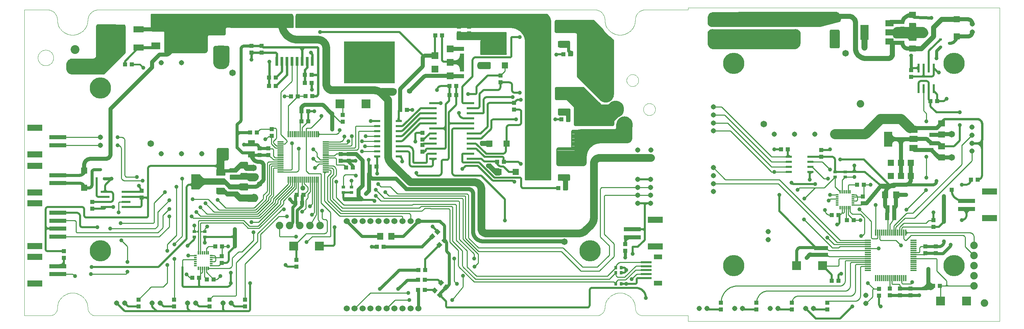
<source format=gtl>
G75*
G70*
%OFA0B0*%
%FSLAX24Y24*%
%IPPOS*%
%LPD*%
%AMOC8*
5,1,8,0,0,1.08239X$1,22.5*
%
%ADD10C,0.0000*%
%ADD11R,0.0118X0.0591*%
%ADD12R,0.0591X0.0118*%
%ADD13R,0.0433X0.0394*%
%ADD14R,0.0433X0.0433*%
%ADD15C,0.0500*%
%ADD16R,0.0790X0.0590*%
%ADD17R,0.0790X0.1500*%
%ADD18R,0.0709X0.0630*%
%ADD19C,0.0740*%
%ADD20R,0.0886X0.0886*%
%ADD21C,0.2100*%
%ADD22R,0.0138X0.0335*%
%ADD23R,0.0315X0.0138*%
%ADD24R,0.0354X0.0276*%
%ADD25R,0.1654X0.0433*%
%ADD26R,0.1457X0.0591*%
%ADD27C,0.0515*%
%ADD28C,0.0600*%
%ADD29R,0.0433X0.0433*%
%ADD30R,0.0630X0.0709*%
%ADD31R,0.0256X0.0886*%
%ADD32R,0.1063X0.0236*%
%ADD33R,0.0787X0.0472*%
%ADD34R,0.0276X0.0354*%
%ADD35C,0.0874*%
%ADD36R,0.0780X0.0210*%
%ADD37R,0.0610X0.0236*%
%ADD38R,0.0650X0.0650*%
%ADD39C,0.1950*%
%ADD40R,0.5000X0.4150*%
%ADD41R,0.0598X0.0642*%
%ADD42R,0.0866X0.0236*%
%ADD43R,0.0236X0.0256*%
%ADD44R,0.0642X0.0598*%
%ADD45C,0.1065*%
%ADD46R,0.1181X0.0630*%
%ADD47R,0.2470X0.2280*%
%ADD48C,0.0650*%
%ADD49R,0.2760X0.2760*%
%ADD50R,0.0990X0.0590*%
%ADD51R,0.0906X0.0689*%
%ADD52R,0.0394X0.0433*%
%ADD53R,0.0594X0.0594*%
%ADD54R,0.0236X0.0866*%
%ADD55R,0.0256X0.0236*%
%ADD56R,0.0591X0.0217*%
%ADD57C,0.0100*%
%ADD58C,0.0396*%
%ADD59C,0.0200*%
%ADD60C,0.0300*%
%ADD61C,0.0400*%
%ADD62C,0.0240*%
%ADD63C,0.0531*%
%ADD64C,0.0709*%
%ADD65C,0.0600*%
%ADD66C,0.0750*%
%ADD67C,0.0160*%
%ADD68C,0.0110*%
%ADD69R,0.0396X0.0396*%
%ADD70C,0.1000*%
%ADD71C,0.0500*%
%ADD72C,0.0945*%
D10*
X000504Y000730D02*
X003004Y000730D01*
X003058Y000732D01*
X003111Y000738D01*
X003163Y000747D01*
X003215Y000760D01*
X003266Y000777D01*
X003316Y000798D01*
X003363Y000822D01*
X003409Y000849D01*
X003453Y000880D01*
X003495Y000913D01*
X003534Y000950D01*
X003571Y000989D01*
X003604Y001031D01*
X003635Y001075D01*
X003662Y001121D01*
X003686Y001168D01*
X003707Y001218D01*
X003724Y001269D01*
X003737Y001321D01*
X003746Y001373D01*
X003752Y001426D01*
X003754Y001480D01*
X003756Y001556D01*
X003762Y001632D01*
X003771Y001707D01*
X003785Y001782D01*
X003802Y001856D01*
X003823Y001929D01*
X003847Y002001D01*
X003876Y002072D01*
X003907Y002141D01*
X003942Y002208D01*
X003981Y002273D01*
X004023Y002337D01*
X004068Y002398D01*
X004116Y002457D01*
X004167Y002513D01*
X004221Y002567D01*
X004277Y002618D01*
X004336Y002666D01*
X004397Y002711D01*
X004461Y002753D01*
X004526Y002792D01*
X004593Y002827D01*
X004662Y002858D01*
X004733Y002887D01*
X004805Y002911D01*
X004878Y002932D01*
X004952Y002949D01*
X005027Y002963D01*
X005102Y002972D01*
X005178Y002978D01*
X005254Y002980D01*
X005330Y002978D01*
X005406Y002972D01*
X005481Y002963D01*
X005556Y002949D01*
X005630Y002932D01*
X005703Y002911D01*
X005775Y002887D01*
X005846Y002858D01*
X005915Y002827D01*
X005982Y002792D01*
X006047Y002753D01*
X006111Y002711D01*
X006172Y002666D01*
X006231Y002618D01*
X006287Y002567D01*
X006341Y002513D01*
X006392Y002457D01*
X006440Y002398D01*
X006485Y002337D01*
X006527Y002273D01*
X006566Y002208D01*
X006601Y002141D01*
X006632Y002072D01*
X006661Y002001D01*
X006685Y001929D01*
X006706Y001856D01*
X006723Y001782D01*
X006737Y001707D01*
X006746Y001632D01*
X006752Y001556D01*
X006754Y001480D01*
X006758Y001425D01*
X006766Y001370D01*
X006777Y001316D01*
X006793Y001263D01*
X006812Y001211D01*
X006835Y001160D01*
X006861Y001112D01*
X006891Y001065D01*
X006924Y001021D01*
X006960Y000979D01*
X006999Y000940D01*
X007041Y000903D01*
X007085Y000870D01*
X007131Y000840D01*
X007180Y000813D01*
X007230Y000790D01*
X007282Y000771D01*
X007335Y000755D01*
X007389Y000743D01*
X007443Y000735D01*
X007499Y000731D01*
X007554Y000730D01*
X056854Y000730D01*
X056910Y000727D01*
X056967Y000728D01*
X057023Y000732D01*
X057079Y000741D01*
X057135Y000753D01*
X057189Y000769D01*
X057242Y000788D01*
X057293Y000811D01*
X057343Y000838D01*
X057391Y000868D01*
X057437Y000901D01*
X057480Y000937D01*
X057521Y000976D01*
X057559Y001018D01*
X057595Y001063D01*
X057627Y001109D01*
X057655Y001158D01*
X057681Y001208D01*
X057703Y001260D01*
X057721Y001314D01*
X057736Y001368D01*
X057747Y001424D01*
X057754Y001480D01*
X057756Y001556D01*
X057762Y001632D01*
X057771Y001707D01*
X057785Y001782D01*
X057802Y001856D01*
X057823Y001929D01*
X057847Y002001D01*
X057876Y002072D01*
X057907Y002141D01*
X057942Y002208D01*
X057981Y002273D01*
X058023Y002337D01*
X058068Y002398D01*
X058116Y002457D01*
X058167Y002513D01*
X058221Y002567D01*
X058277Y002618D01*
X058336Y002666D01*
X058397Y002711D01*
X058461Y002753D01*
X058526Y002792D01*
X058593Y002827D01*
X058662Y002858D01*
X058733Y002887D01*
X058805Y002911D01*
X058878Y002932D01*
X058952Y002949D01*
X059027Y002963D01*
X059102Y002972D01*
X059178Y002978D01*
X059254Y002980D01*
X059330Y002978D01*
X059406Y002972D01*
X059481Y002963D01*
X059556Y002949D01*
X059630Y002932D01*
X059703Y002911D01*
X059775Y002887D01*
X059846Y002858D01*
X059915Y002827D01*
X059982Y002792D01*
X060047Y002753D01*
X060111Y002711D01*
X060172Y002666D01*
X060231Y002618D01*
X060287Y002567D01*
X060341Y002513D01*
X060392Y002457D01*
X060440Y002398D01*
X060485Y002337D01*
X060527Y002273D01*
X060566Y002208D01*
X060601Y002141D01*
X060632Y002072D01*
X060661Y002001D01*
X060685Y001929D01*
X060706Y001856D01*
X060723Y001782D01*
X060737Y001707D01*
X060746Y001632D01*
X060752Y001556D01*
X060754Y001480D01*
X060756Y001426D01*
X060762Y001373D01*
X060771Y001321D01*
X060784Y001269D01*
X060801Y001218D01*
X060822Y001168D01*
X060846Y001121D01*
X060873Y001075D01*
X060904Y001031D01*
X060937Y000989D01*
X060974Y000950D01*
X061013Y000913D01*
X061055Y000880D01*
X061099Y000849D01*
X061145Y000822D01*
X061192Y000798D01*
X061242Y000777D01*
X061293Y000760D01*
X061345Y000747D01*
X061397Y000738D01*
X061450Y000732D01*
X061504Y000730D01*
X063804Y000730D01*
X065954Y000730D01*
X065954Y000185D01*
X096704Y000185D01*
X096704Y031185D01*
X065954Y031185D01*
X065954Y030980D01*
X063804Y030980D01*
X061754Y030980D01*
X061694Y030978D01*
X061633Y030973D01*
X061574Y030964D01*
X061515Y030951D01*
X061456Y030935D01*
X061399Y030915D01*
X061344Y030892D01*
X061289Y030865D01*
X061237Y030836D01*
X061186Y030803D01*
X061137Y030767D01*
X061091Y030729D01*
X061047Y030687D01*
X061005Y030643D01*
X060967Y030597D01*
X060931Y030548D01*
X060898Y030497D01*
X060869Y030445D01*
X060842Y030390D01*
X060819Y030335D01*
X060799Y030278D01*
X060783Y030219D01*
X060770Y030160D01*
X060761Y030101D01*
X060756Y030040D01*
X060754Y029980D01*
X060752Y029904D01*
X060746Y029828D01*
X060737Y029753D01*
X060723Y029678D01*
X060706Y029604D01*
X060685Y029531D01*
X060661Y029459D01*
X060632Y029388D01*
X060601Y029319D01*
X060566Y029252D01*
X060527Y029187D01*
X060485Y029123D01*
X060440Y029062D01*
X060392Y029003D01*
X060341Y028947D01*
X060287Y028893D01*
X060231Y028842D01*
X060172Y028794D01*
X060111Y028749D01*
X060047Y028707D01*
X059982Y028668D01*
X059915Y028633D01*
X059846Y028602D01*
X059775Y028573D01*
X059703Y028549D01*
X059630Y028528D01*
X059556Y028511D01*
X059481Y028497D01*
X059406Y028488D01*
X059330Y028482D01*
X059254Y028480D01*
X059178Y028482D01*
X059102Y028488D01*
X059027Y028497D01*
X058952Y028511D01*
X058878Y028528D01*
X058805Y028549D01*
X058733Y028573D01*
X058662Y028602D01*
X058593Y028633D01*
X058526Y028668D01*
X058461Y028707D01*
X058397Y028749D01*
X058336Y028794D01*
X058277Y028842D01*
X058221Y028893D01*
X058167Y028947D01*
X058116Y029003D01*
X058068Y029062D01*
X058023Y029123D01*
X057981Y029187D01*
X057942Y029252D01*
X057907Y029319D01*
X057876Y029388D01*
X057847Y029459D01*
X057823Y029531D01*
X057802Y029604D01*
X057785Y029678D01*
X057771Y029753D01*
X057762Y029828D01*
X057756Y029904D01*
X057754Y029980D01*
X057752Y030040D01*
X057747Y030101D01*
X057738Y030160D01*
X057725Y030219D01*
X057709Y030278D01*
X057689Y030335D01*
X057666Y030390D01*
X057639Y030445D01*
X057610Y030497D01*
X057577Y030548D01*
X057541Y030597D01*
X057503Y030643D01*
X057461Y030687D01*
X057417Y030729D01*
X057371Y030767D01*
X057322Y030803D01*
X057271Y030836D01*
X057219Y030865D01*
X057164Y030892D01*
X057109Y030915D01*
X057052Y030935D01*
X056993Y030951D01*
X056934Y030964D01*
X056875Y030973D01*
X056814Y030978D01*
X056754Y030980D01*
X007904Y030980D01*
X007841Y030983D01*
X007779Y030982D01*
X007716Y030977D01*
X007654Y030969D01*
X007592Y030957D01*
X007532Y030941D01*
X007472Y030922D01*
X007413Y030900D01*
X007356Y030874D01*
X007301Y030845D01*
X007247Y030812D01*
X007195Y030777D01*
X007146Y030739D01*
X007098Y030698D01*
X007053Y030654D01*
X007011Y030607D01*
X006972Y030559D01*
X006935Y030508D01*
X006902Y030455D01*
X006871Y030400D01*
X006844Y030343D01*
X006820Y030285D01*
X006800Y030226D01*
X006783Y030166D01*
X006770Y030104D01*
X006760Y030042D01*
X006754Y029980D01*
X006752Y029904D01*
X006746Y029828D01*
X006737Y029753D01*
X006723Y029678D01*
X006706Y029604D01*
X006685Y029531D01*
X006661Y029459D01*
X006632Y029388D01*
X006601Y029319D01*
X006566Y029252D01*
X006527Y029187D01*
X006485Y029123D01*
X006440Y029062D01*
X006392Y029003D01*
X006341Y028947D01*
X006287Y028893D01*
X006231Y028842D01*
X006172Y028794D01*
X006111Y028749D01*
X006047Y028707D01*
X005982Y028668D01*
X005915Y028633D01*
X005846Y028602D01*
X005775Y028573D01*
X005703Y028549D01*
X005630Y028528D01*
X005556Y028511D01*
X005481Y028497D01*
X005406Y028488D01*
X005330Y028482D01*
X005254Y028480D01*
X005178Y028482D01*
X005102Y028488D01*
X005027Y028497D01*
X004952Y028511D01*
X004878Y028528D01*
X004805Y028549D01*
X004733Y028573D01*
X004662Y028602D01*
X004593Y028633D01*
X004526Y028668D01*
X004461Y028707D01*
X004397Y028749D01*
X004336Y028794D01*
X004277Y028842D01*
X004221Y028893D01*
X004167Y028947D01*
X004116Y029003D01*
X004068Y029062D01*
X004023Y029123D01*
X003981Y029187D01*
X003942Y029252D01*
X003907Y029319D01*
X003876Y029388D01*
X003847Y029459D01*
X003823Y029531D01*
X003802Y029604D01*
X003785Y029678D01*
X003771Y029753D01*
X003762Y029828D01*
X003756Y029904D01*
X003754Y029980D01*
X003752Y030040D01*
X003747Y030101D01*
X003738Y030160D01*
X003725Y030219D01*
X003709Y030278D01*
X003689Y030335D01*
X003666Y030390D01*
X003639Y030445D01*
X003610Y030497D01*
X003577Y030548D01*
X003541Y030597D01*
X003503Y030643D01*
X003461Y030687D01*
X003417Y030729D01*
X003371Y030767D01*
X003322Y030803D01*
X003271Y030836D01*
X003219Y030865D01*
X003164Y030892D01*
X003109Y030915D01*
X003052Y030935D01*
X002993Y030951D01*
X002934Y030964D01*
X002875Y030973D01*
X002814Y030978D01*
X002754Y030980D01*
X000504Y030980D01*
X000504Y000730D01*
X061555Y021127D02*
X061557Y021175D01*
X061563Y021223D01*
X061573Y021270D01*
X061586Y021316D01*
X061604Y021361D01*
X061624Y021405D01*
X061649Y021447D01*
X061677Y021486D01*
X061707Y021523D01*
X061741Y021557D01*
X061778Y021589D01*
X061816Y021618D01*
X061857Y021643D01*
X061900Y021665D01*
X061945Y021683D01*
X061991Y021697D01*
X062038Y021708D01*
X062086Y021715D01*
X062134Y021718D01*
X062182Y021717D01*
X062230Y021712D01*
X062278Y021703D01*
X062324Y021691D01*
X062369Y021674D01*
X062413Y021654D01*
X062455Y021631D01*
X062495Y021604D01*
X062533Y021574D01*
X062568Y021541D01*
X062600Y021505D01*
X062630Y021467D01*
X062656Y021426D01*
X062678Y021383D01*
X062698Y021339D01*
X062713Y021294D01*
X062725Y021247D01*
X062733Y021199D01*
X062737Y021151D01*
X062737Y021103D01*
X062733Y021055D01*
X062725Y021007D01*
X062713Y020960D01*
X062698Y020915D01*
X062678Y020871D01*
X062656Y020828D01*
X062630Y020787D01*
X062600Y020749D01*
X062568Y020713D01*
X062533Y020680D01*
X062495Y020650D01*
X062455Y020623D01*
X062413Y020600D01*
X062369Y020580D01*
X062324Y020563D01*
X062278Y020551D01*
X062230Y020542D01*
X062182Y020537D01*
X062134Y020536D01*
X062086Y020539D01*
X062038Y020546D01*
X061991Y020557D01*
X061945Y020571D01*
X061900Y020589D01*
X061857Y020611D01*
X061816Y020636D01*
X061778Y020665D01*
X061741Y020697D01*
X061707Y020731D01*
X061677Y020768D01*
X061649Y020807D01*
X061624Y020849D01*
X061604Y020893D01*
X061586Y020938D01*
X061573Y020984D01*
X061563Y021031D01*
X061557Y021079D01*
X061555Y021127D01*
X059900Y023993D02*
X059902Y024041D01*
X059908Y024089D01*
X059918Y024136D01*
X059931Y024182D01*
X059949Y024227D01*
X059969Y024271D01*
X059994Y024313D01*
X060022Y024352D01*
X060052Y024389D01*
X060086Y024423D01*
X060123Y024455D01*
X060161Y024484D01*
X060202Y024509D01*
X060245Y024531D01*
X060290Y024549D01*
X060336Y024563D01*
X060383Y024574D01*
X060431Y024581D01*
X060479Y024584D01*
X060527Y024583D01*
X060575Y024578D01*
X060623Y024569D01*
X060669Y024557D01*
X060714Y024540D01*
X060758Y024520D01*
X060800Y024497D01*
X060840Y024470D01*
X060878Y024440D01*
X060913Y024407D01*
X060945Y024371D01*
X060975Y024333D01*
X061001Y024292D01*
X061023Y024249D01*
X061043Y024205D01*
X061058Y024160D01*
X061070Y024113D01*
X061078Y024065D01*
X061082Y024017D01*
X061082Y023969D01*
X061078Y023921D01*
X061070Y023873D01*
X061058Y023826D01*
X061043Y023781D01*
X061023Y023737D01*
X061001Y023694D01*
X060975Y023653D01*
X060945Y023615D01*
X060913Y023579D01*
X060878Y023546D01*
X060840Y023516D01*
X060800Y023489D01*
X060758Y023466D01*
X060714Y023446D01*
X060669Y023429D01*
X060623Y023417D01*
X060575Y023408D01*
X060527Y023403D01*
X060479Y023402D01*
X060431Y023405D01*
X060383Y023412D01*
X060336Y023423D01*
X060290Y023437D01*
X060245Y023455D01*
X060202Y023477D01*
X060161Y023502D01*
X060123Y023531D01*
X060086Y023563D01*
X060052Y023597D01*
X060022Y023634D01*
X059994Y023673D01*
X059969Y023715D01*
X059949Y023759D01*
X059931Y023804D01*
X059918Y023850D01*
X059908Y023897D01*
X059902Y023945D01*
X059900Y023993D01*
X001832Y026230D02*
X001834Y026285D01*
X001840Y026340D01*
X001850Y026394D01*
X001863Y026447D01*
X001881Y026499D01*
X001902Y026550D01*
X001926Y026599D01*
X001954Y026646D01*
X001986Y026691D01*
X002020Y026734D01*
X002058Y026774D01*
X002098Y026812D01*
X002141Y026846D01*
X002186Y026878D01*
X002233Y026906D01*
X002282Y026930D01*
X002333Y026951D01*
X002385Y026969D01*
X002438Y026982D01*
X002492Y026992D01*
X002547Y026998D01*
X002602Y027000D01*
X002657Y026998D01*
X002712Y026992D01*
X002766Y026982D01*
X002819Y026969D01*
X002871Y026951D01*
X002922Y026930D01*
X002971Y026906D01*
X003018Y026878D01*
X003063Y026846D01*
X003106Y026812D01*
X003146Y026774D01*
X003184Y026734D01*
X003218Y026691D01*
X003250Y026646D01*
X003278Y026599D01*
X003302Y026550D01*
X003323Y026499D01*
X003341Y026447D01*
X003354Y026394D01*
X003364Y026340D01*
X003370Y026285D01*
X003372Y026230D01*
X003370Y026175D01*
X003364Y026120D01*
X003354Y026066D01*
X003341Y026013D01*
X003323Y025961D01*
X003302Y025910D01*
X003278Y025861D01*
X003250Y025814D01*
X003218Y025769D01*
X003184Y025726D01*
X003146Y025686D01*
X003106Y025648D01*
X003063Y025614D01*
X003018Y025582D01*
X002971Y025554D01*
X002922Y025530D01*
X002871Y025509D01*
X002819Y025491D01*
X002766Y025478D01*
X002712Y025468D01*
X002657Y025462D01*
X002602Y025460D01*
X002547Y025462D01*
X002492Y025468D01*
X002438Y025478D01*
X002385Y025491D01*
X002333Y025509D01*
X002282Y025530D01*
X002233Y025554D01*
X002186Y025582D01*
X002141Y025614D01*
X002098Y025648D01*
X002058Y025686D01*
X002020Y025726D01*
X001986Y025769D01*
X001954Y025814D01*
X001926Y025861D01*
X001902Y025910D01*
X001881Y025961D01*
X001863Y026013D01*
X001850Y026066D01*
X001840Y026120D01*
X001834Y026175D01*
X001832Y026230D01*
D11*
X026527Y018674D03*
X026724Y018674D03*
X026921Y018674D03*
X027118Y018674D03*
X027315Y018674D03*
X027511Y018674D03*
X027708Y018674D03*
X027905Y018674D03*
X028102Y018674D03*
X028299Y018674D03*
X028496Y018674D03*
X028693Y018674D03*
X028889Y018674D03*
X029086Y018674D03*
X029283Y018674D03*
X029480Y018674D03*
X029480Y014186D03*
X029283Y014186D03*
X029086Y014186D03*
X028889Y014186D03*
X028693Y014186D03*
X028496Y014186D03*
X028299Y014186D03*
X028102Y014186D03*
X027905Y014186D03*
X027708Y014186D03*
X027511Y014186D03*
X027315Y014186D03*
X027118Y014186D03*
X026921Y014186D03*
X026724Y014186D03*
X026527Y014186D03*
X084477Y008929D03*
X084674Y008929D03*
X084871Y008929D03*
X085068Y008929D03*
X085265Y008929D03*
X085461Y008929D03*
X085658Y008929D03*
X085855Y008929D03*
X086052Y008929D03*
X086249Y008929D03*
X086446Y008929D03*
X086643Y008929D03*
X086839Y008929D03*
X087036Y008929D03*
X087233Y008929D03*
X087430Y008929D03*
X087430Y004441D03*
X087233Y004441D03*
X087036Y004441D03*
X086839Y004441D03*
X086643Y004441D03*
X086446Y004441D03*
X086249Y004441D03*
X086052Y004441D03*
X085855Y004441D03*
X085658Y004441D03*
X085461Y004441D03*
X085265Y004441D03*
X085068Y004441D03*
X084871Y004441D03*
X084674Y004441D03*
X084477Y004441D03*
D12*
X083709Y005209D03*
X083709Y005405D03*
X083709Y005602D03*
X083709Y005799D03*
X083709Y005996D03*
X083709Y006193D03*
X083709Y006390D03*
X083709Y006587D03*
X083709Y006783D03*
X083709Y006980D03*
X083709Y007177D03*
X083709Y007374D03*
X083709Y007571D03*
X083709Y007768D03*
X083709Y007964D03*
X083709Y008161D03*
X088198Y008161D03*
X088198Y007964D03*
X088198Y007768D03*
X088198Y007571D03*
X088198Y007374D03*
X088198Y007177D03*
X088198Y006980D03*
X088198Y006783D03*
X088198Y006587D03*
X088198Y006390D03*
X088198Y006193D03*
X088198Y005996D03*
X088198Y005799D03*
X088198Y005602D03*
X088198Y005405D03*
X088198Y005209D03*
X030248Y014954D03*
X030248Y015150D03*
X030248Y015347D03*
X030248Y015544D03*
X030248Y015741D03*
X030248Y015938D03*
X030248Y016135D03*
X030248Y016332D03*
X030248Y016528D03*
X030248Y016725D03*
X030248Y016922D03*
X030248Y017119D03*
X030248Y017316D03*
X030248Y017513D03*
X030248Y017709D03*
X030248Y017906D03*
X025759Y017906D03*
X025759Y017709D03*
X025759Y017513D03*
X025759Y017316D03*
X025759Y017119D03*
X025759Y016922D03*
X025759Y016725D03*
X025759Y016528D03*
X025759Y016332D03*
X025759Y016135D03*
X025759Y015938D03*
X025759Y015741D03*
X025759Y015544D03*
X025759Y015347D03*
X025759Y015150D03*
X025759Y014954D03*
D13*
X032219Y015380D03*
X032888Y015380D03*
D14*
X032504Y016045D03*
X031704Y016045D03*
X031704Y016715D03*
X032504Y016715D03*
X034569Y015480D03*
X035238Y015480D03*
X039754Y016945D03*
X039754Y017615D03*
X039754Y018145D03*
X039754Y018815D03*
X038238Y021080D03*
X037569Y021080D03*
X042419Y022530D03*
X043088Y022530D03*
X043088Y023430D03*
X042419Y023430D03*
X043654Y024395D03*
X043654Y025065D03*
X043654Y026445D03*
X043654Y027115D03*
X041688Y028430D03*
X041019Y028430D03*
X043354Y028645D03*
X044354Y028645D03*
X044354Y029315D03*
X043354Y029315D03*
X053669Y026580D03*
X054338Y026580D03*
X047454Y024465D03*
X047454Y023795D03*
X048804Y021765D03*
X048804Y021095D03*
X053469Y020130D03*
X054138Y020130D03*
X047788Y015930D03*
X047119Y015930D03*
X053169Y013330D03*
X053838Y013330D03*
X059754Y007815D03*
X059754Y007145D03*
X069204Y002020D03*
X069204Y001350D03*
X072704Y001350D03*
X072704Y002020D03*
X076204Y002020D03*
X076204Y001350D03*
X079704Y001350D03*
X079704Y002020D03*
X084804Y002700D03*
X084804Y003370D03*
X086854Y003420D03*
X087904Y003420D03*
X087904Y002750D03*
X086854Y002750D03*
X090119Y003685D03*
X090788Y003685D03*
X090404Y006900D03*
X089354Y006900D03*
X089354Y007570D03*
X090404Y007570D03*
X090154Y009500D03*
X090154Y010170D03*
X086283Y010360D03*
X085614Y010360D03*
X082288Y010185D03*
X081619Y010185D03*
X080788Y010685D03*
X080119Y010685D03*
X083204Y011850D03*
X083204Y012520D03*
X085619Y011435D03*
X086288Y011435D03*
X083288Y013685D03*
X082619Y013685D03*
X079104Y016450D03*
X079104Y017120D03*
X075788Y017185D03*
X075119Y017185D03*
X089869Y021935D03*
X090538Y021935D03*
X087954Y024350D03*
X087954Y025020D03*
X087104Y027700D03*
X087104Y028370D03*
X087104Y029100D03*
X087104Y029770D03*
X093869Y014185D03*
X094538Y014185D03*
X079574Y007420D03*
X078604Y007420D03*
X078604Y006750D03*
X079574Y006750D03*
X080119Y004185D03*
X080788Y004185D03*
X040013Y004280D03*
X039344Y004280D03*
X039349Y005235D03*
X040018Y005235D03*
X040013Y003280D03*
X039344Y003280D03*
X035948Y007530D03*
X035279Y007530D03*
X027319Y006235D03*
X027319Y005565D03*
X019954Y005945D03*
X019954Y006615D03*
X019988Y007580D03*
X019319Y007580D03*
X017743Y004480D03*
X017074Y004480D03*
X018504Y004315D03*
X019173Y004315D03*
X018754Y002315D03*
X018754Y001645D03*
X022254Y001645D03*
X022254Y002315D03*
X015254Y002315D03*
X015254Y001645D03*
X011754Y001645D03*
X011754Y002315D03*
X004404Y006445D03*
X004404Y007115D03*
X007204Y011295D03*
X007204Y011965D03*
X012054Y012395D03*
X012054Y013065D03*
X021004Y012795D03*
X021004Y013465D03*
X021004Y014445D03*
X021004Y015115D03*
X023704Y016595D03*
X024554Y016595D03*
X024554Y017265D03*
X023704Y017265D03*
X024904Y018495D03*
X024904Y019165D03*
X023438Y018830D03*
X022769Y018830D03*
X027819Y019930D03*
X028488Y019930D03*
X028488Y020930D03*
X027819Y020930D03*
X031904Y020565D03*
X031904Y019895D03*
X028888Y022430D03*
X028219Y022430D03*
X027453Y022415D03*
X026784Y022415D03*
X025288Y023430D03*
X024619Y023430D03*
X024619Y024280D03*
X025288Y024280D03*
X028169Y024530D03*
X028838Y024530D03*
X028838Y023730D03*
X028169Y023730D03*
X023904Y026745D03*
X022904Y026745D03*
X022904Y027415D03*
X023904Y027415D03*
X011088Y025585D03*
X010419Y025585D03*
X027369Y012680D03*
X028038Y012680D03*
X027898Y011880D03*
X027229Y011880D03*
D15*
X027954Y013330D03*
D16*
X019844Y013090D03*
X019844Y013990D03*
X019844Y014890D03*
X085844Y027845D03*
X085844Y028745D03*
X085844Y029645D03*
X088194Y019095D03*
X088194Y018195D03*
X088194Y017295D03*
D17*
X085714Y018185D03*
X083364Y028735D03*
X017364Y013980D03*
D18*
X022154Y013481D03*
X022154Y014529D03*
X022154Y015631D03*
X022904Y016679D03*
X022904Y017781D03*
X022154Y012379D03*
X045354Y028429D03*
X046304Y028429D03*
X046304Y029531D03*
X045354Y029531D03*
X088104Y029384D03*
X088104Y028236D03*
X088104Y027134D03*
X088104Y030486D03*
X090954Y019736D03*
X090954Y018634D03*
X090954Y017486D03*
X090954Y016384D03*
D19*
X082954Y021685D03*
X094154Y007685D03*
X094154Y006685D03*
X094154Y005685D03*
X094154Y004685D03*
X094154Y003685D03*
X095204Y001985D03*
X029654Y009630D03*
X028654Y009630D03*
X027654Y009630D03*
X026654Y009630D03*
X025654Y009630D03*
D20*
X027049Y007610D03*
X029608Y007610D03*
X031624Y021680D03*
X034183Y021680D03*
X076674Y005685D03*
X079233Y005685D03*
X090874Y002185D03*
X093433Y002185D03*
D21*
X092204Y005685D03*
X070454Y005685D03*
X056304Y007130D03*
X008004Y007130D03*
X008004Y023230D03*
X070454Y025685D03*
X092204Y025685D03*
D22*
X081946Y012963D03*
X081749Y012963D03*
X081552Y012963D03*
X081355Y012963D03*
X081158Y012963D03*
X080961Y012963D03*
X080961Y011407D03*
X081158Y011407D03*
X081355Y011407D03*
X081552Y011407D03*
X081749Y011407D03*
X081946Y011407D03*
X018646Y006958D03*
X018449Y006958D03*
X018252Y006958D03*
X018055Y006958D03*
X017858Y006958D03*
X017661Y006958D03*
X017661Y005402D03*
X017858Y005402D03*
X018055Y005402D03*
X018252Y005402D03*
X018449Y005402D03*
X018646Y005402D03*
D23*
X018941Y005688D03*
X018941Y005885D03*
X018941Y006082D03*
X018941Y006278D03*
X018941Y006475D03*
X018941Y006672D03*
X017366Y006672D03*
X017366Y006475D03*
X017366Y006278D03*
X017366Y006082D03*
X017366Y005885D03*
X017366Y005688D03*
X080666Y011693D03*
X080666Y011890D03*
X080666Y012087D03*
X080666Y012283D03*
X080666Y012480D03*
X080666Y012677D03*
X082241Y012677D03*
X082241Y012480D03*
X082241Y012283D03*
X082241Y012087D03*
X082241Y011890D03*
X082241Y011693D03*
D24*
X081454Y014429D03*
X080454Y014429D03*
X080454Y014941D03*
X081454Y014941D03*
X032754Y013436D03*
X031954Y013436D03*
X031954Y012924D03*
X032754Y012924D03*
X018304Y009036D03*
X017254Y009036D03*
X017254Y008524D03*
X018304Y008524D03*
D25*
X003785Y008549D03*
X003785Y009336D03*
X003785Y010124D03*
X003785Y010911D03*
X003785Y013836D03*
X003785Y014624D03*
X003785Y017586D03*
X003785Y018374D03*
X003785Y005624D03*
X003785Y004836D03*
X060472Y008486D03*
X060472Y009274D03*
X093422Y011291D03*
X093422Y012079D03*
D26*
X095686Y013004D03*
X095686Y010366D03*
X062736Y010199D03*
X062736Y007561D03*
X001521Y007624D03*
X001521Y006549D03*
X001521Y003911D03*
X001521Y011836D03*
X001521Y012911D03*
X001521Y015549D03*
X001521Y016661D03*
X001521Y019299D03*
D27*
X008004Y018374D03*
X008004Y017586D03*
X014004Y016730D03*
X016004Y016730D03*
X018004Y016730D03*
X020004Y016730D03*
X020004Y025730D03*
X016004Y025730D03*
X014004Y025730D03*
X061004Y017124D03*
X062284Y017124D03*
X062284Y016336D03*
X061004Y016336D03*
X061004Y014211D03*
X062254Y014211D03*
X062254Y013424D03*
X061004Y013424D03*
X061004Y012636D03*
X062254Y012636D03*
X062254Y011849D03*
X061004Y011849D03*
X068454Y013004D03*
X068454Y013791D03*
X068454Y014579D03*
X068454Y015366D03*
X074454Y018685D03*
X076454Y018685D03*
X078454Y018685D03*
X080454Y018685D03*
X068454Y019004D03*
X068454Y019791D03*
X068454Y020579D03*
X068454Y021366D03*
X074454Y027685D03*
X076454Y027685D03*
X080454Y027685D03*
X068454Y028791D03*
X068454Y029579D03*
X094004Y029579D03*
X094004Y028791D03*
X093954Y019366D03*
X093954Y018579D03*
X093954Y017791D03*
X093954Y017004D03*
X073854Y009029D03*
X073854Y008241D03*
X083504Y002729D03*
X083504Y001941D03*
X078347Y001435D03*
X077560Y001435D03*
X074847Y001435D03*
X074060Y001435D03*
X071347Y001435D03*
X070560Y001435D03*
X067847Y001435D03*
X067060Y001435D03*
X020897Y001980D03*
X020110Y001980D03*
X017397Y001980D03*
X016610Y001980D03*
X013897Y001980D03*
X013110Y001980D03*
X010397Y001980D03*
X009610Y001980D03*
D28*
X032286Y001429D03*
X033073Y001429D03*
X033861Y001429D03*
X034648Y001429D03*
X035436Y001429D03*
X036223Y001429D03*
X037010Y001429D03*
X037798Y001429D03*
X038585Y001429D03*
X039373Y001429D03*
X039373Y010091D03*
X038585Y010091D03*
X037798Y010091D03*
X037010Y010091D03*
X036223Y010091D03*
X035436Y010091D03*
X034648Y010091D03*
X033861Y010091D03*
X033073Y010091D03*
X032286Y010091D03*
D29*
G36*
X041045Y008551D02*
X040725Y008261D01*
X040435Y008581D01*
X040755Y008871D01*
X041045Y008551D01*
G37*
G36*
X041622Y008189D02*
X041942Y008479D01*
X042232Y008159D01*
X041912Y007869D01*
X041622Y008189D01*
G37*
G36*
X041125Y007741D02*
X041445Y008031D01*
X041735Y007711D01*
X041415Y007421D01*
X041125Y007741D01*
G37*
G36*
X041542Y008999D02*
X041222Y008709D01*
X040932Y009029D01*
X041252Y009319D01*
X041542Y008999D01*
G37*
G36*
X041585Y004284D02*
X041905Y003994D01*
X041615Y003674D01*
X041295Y003964D01*
X041585Y004284D01*
G37*
G36*
X042082Y003836D02*
X042402Y003546D01*
X042112Y003226D01*
X041792Y003516D01*
X042082Y003836D01*
G37*
G36*
X040960Y003529D02*
X041280Y003239D01*
X040990Y002919D01*
X040670Y003209D01*
X040960Y003529D01*
G37*
G36*
X041457Y003081D02*
X041777Y002791D01*
X041487Y002471D01*
X041167Y002761D01*
X041457Y003081D01*
G37*
D30*
X036710Y008580D03*
X035607Y008580D03*
X085402Y012685D03*
X086505Y012685D03*
D31*
X028894Y025860D03*
X028394Y025860D03*
X027894Y025860D03*
X027394Y025860D03*
X026894Y025860D03*
X026394Y025860D03*
X025894Y025860D03*
X025394Y025860D03*
X025394Y029600D03*
X025894Y029600D03*
X026394Y029600D03*
X026894Y029600D03*
X027394Y029600D03*
X027894Y029600D03*
X028394Y029600D03*
X028894Y029600D03*
D32*
X061829Y006017D03*
X061829Y005624D03*
X061829Y005230D03*
X061829Y004836D03*
X061829Y004443D03*
D33*
X063010Y003931D03*
X063010Y006529D03*
D34*
X059359Y005480D03*
X058848Y005480D03*
X058848Y004980D03*
X059359Y004980D03*
X059359Y003880D03*
X058848Y003880D03*
D35*
X005492Y025415D03*
X005492Y027045D03*
D36*
X040808Y021730D03*
X040808Y021230D03*
X040808Y020730D03*
X040808Y020230D03*
X040808Y019730D03*
X040808Y019230D03*
X040808Y018730D03*
X040808Y018230D03*
X040808Y017730D03*
X040808Y017230D03*
X040808Y016730D03*
X040808Y016230D03*
X044499Y016230D03*
X044499Y016730D03*
X044499Y017230D03*
X044499Y017730D03*
X044499Y018230D03*
X044499Y018730D03*
X044499Y019230D03*
X044499Y019730D03*
X044499Y020230D03*
X044499Y020730D03*
X044499Y021230D03*
X044499Y021730D03*
D37*
X037417Y019980D03*
X037417Y019480D03*
X037417Y018980D03*
X037417Y018480D03*
X037417Y017980D03*
X037417Y017480D03*
X037417Y016980D03*
X037417Y016480D03*
X035291Y016480D03*
X035291Y016980D03*
X035291Y017480D03*
X035291Y017980D03*
X035291Y018480D03*
X035291Y018980D03*
X035291Y019480D03*
X035291Y019980D03*
D38*
X042504Y024440D03*
X041004Y025110D03*
X042504Y025780D03*
X041004Y026450D03*
X042504Y027120D03*
D39*
X033634Y025780D03*
D40*
X034534Y025780D03*
D41*
X046207Y025480D03*
X047900Y025480D03*
X048050Y017730D03*
X046357Y017730D03*
X047257Y014930D03*
X048950Y014930D03*
D42*
X010527Y012980D03*
X010527Y012480D03*
X010527Y011980D03*
X010527Y011480D03*
X008480Y011480D03*
X008480Y011980D03*
X008480Y012480D03*
X008480Y012980D03*
D43*
X008378Y014287D03*
X007630Y014287D03*
X008004Y015173D03*
D44*
X006404Y015076D03*
X006404Y013384D03*
X019914Y027134D03*
X019914Y028826D03*
X080354Y028639D03*
X080354Y030331D03*
X092454Y030031D03*
X092454Y028339D03*
D45*
X059658Y019696D03*
X058833Y021125D03*
X058008Y022554D03*
D46*
X053714Y022680D03*
X053714Y020880D03*
X053714Y016180D03*
X053714Y014380D03*
X053714Y027580D03*
X053714Y029380D03*
D47*
X051179Y028480D03*
X051179Y021780D03*
X051179Y015280D03*
D48*
X053754Y008030D03*
X023104Y015330D03*
X012968Y017730D03*
X021039Y024730D03*
X073418Y019685D03*
X091954Y018685D03*
X091954Y016385D03*
X081489Y026685D03*
D49*
X009059Y028135D03*
D50*
X011779Y027235D03*
X011779Y029035D03*
D51*
X013474Y029425D03*
X013474Y027425D03*
D52*
X085854Y003420D03*
X085854Y002750D03*
X089954Y017100D03*
X089954Y017770D03*
X089954Y018600D03*
X089954Y019270D03*
D53*
X087934Y015835D03*
X086954Y015835D03*
X085974Y015835D03*
X085974Y014535D03*
X086954Y014535D03*
X087934Y014535D03*
D54*
X088704Y023161D03*
X089204Y023161D03*
X089704Y023161D03*
X090204Y023161D03*
X090204Y025209D03*
X089704Y025209D03*
X089204Y025209D03*
X088704Y025209D03*
D55*
X090861Y027311D03*
X091746Y027685D03*
X090861Y028059D03*
D56*
X078017Y016435D03*
X078017Y015935D03*
X078017Y015435D03*
X078017Y014935D03*
X075891Y014935D03*
X075891Y015435D03*
X075891Y015935D03*
X075891Y016435D03*
D57*
X075699Y016435D01*
X074255Y016435D01*
X074167Y016472D02*
X069309Y021329D01*
X069221Y021366D02*
X068454Y021366D01*
X069221Y021366D02*
X069241Y021364D01*
X069260Y021360D01*
X069278Y021352D01*
X069294Y021342D01*
X069309Y021329D01*
X069508Y020579D02*
X068454Y020579D01*
X069508Y020579D02*
X069528Y020577D01*
X069547Y020573D01*
X069565Y020565D01*
X069581Y020555D01*
X069596Y020542D01*
X074167Y015972D01*
X074255Y015935D02*
X075891Y015935D01*
X075891Y015435D02*
X074255Y015435D01*
X074167Y015472D02*
X069884Y019755D01*
X069795Y019791D02*
X068454Y019791D01*
X069795Y019791D02*
X069815Y019789D01*
X069834Y019785D01*
X069852Y019777D01*
X069868Y019767D01*
X069883Y019754D01*
X070083Y019004D02*
X068454Y019004D01*
X070083Y019004D02*
X070103Y019002D01*
X070122Y018998D01*
X070140Y018990D01*
X070156Y018980D01*
X070171Y018967D01*
X074167Y014972D01*
X074255Y014935D02*
X074454Y014935D01*
X075891Y014935D01*
X074255Y014935D02*
X074235Y014937D01*
X074216Y014941D01*
X074198Y014949D01*
X074182Y014959D01*
X074167Y014972D01*
X074255Y015435D02*
X074235Y015437D01*
X074216Y015441D01*
X074198Y015449D01*
X074182Y015459D01*
X074167Y015472D01*
X074255Y015935D02*
X074235Y015937D01*
X074216Y015941D01*
X074198Y015949D01*
X074182Y015959D01*
X074167Y015972D01*
X074255Y016435D02*
X074235Y016437D01*
X074216Y016441D01*
X074198Y016449D01*
X074182Y016459D01*
X074167Y016472D01*
X078017Y015935D02*
X079152Y015935D01*
X079240Y015898D02*
X079954Y015185D01*
X080454Y014429D02*
X079446Y013422D01*
X079358Y013385D02*
X078504Y013385D01*
X077440Y012322D01*
X079829Y012100D02*
X079975Y012247D01*
X080064Y012283D02*
X080666Y012283D01*
X080666Y012677D02*
X079961Y012677D01*
X079957Y012678D01*
X079954Y012681D01*
X079953Y012685D01*
X080064Y012283D02*
X080044Y012281D01*
X080025Y012277D01*
X080007Y012269D01*
X079991Y012259D01*
X079976Y012246D01*
X080961Y012963D02*
X080490Y013434D01*
X080454Y013522D02*
X080454Y014429D01*
X079754Y014285D02*
X079405Y014285D01*
X079317Y014322D02*
X078204Y015435D01*
X078017Y015435D01*
X079152Y015935D02*
X079172Y015933D01*
X079191Y015929D01*
X079209Y015921D01*
X079225Y015911D01*
X079240Y015898D01*
X079317Y014322D02*
X079332Y014309D01*
X079348Y014299D01*
X079366Y014291D01*
X079385Y014287D01*
X079405Y014285D01*
X081158Y014082D02*
X081158Y012963D01*
X081749Y012963D02*
X081749Y013530D01*
X081751Y013552D01*
X081755Y013574D01*
X081763Y013594D01*
X081774Y013614D01*
X081787Y013632D01*
X081802Y013647D01*
X081820Y013660D01*
X081840Y013671D01*
X081860Y013679D01*
X081882Y013683D01*
X081904Y013685D01*
X082619Y013685D01*
X082471Y013685D01*
X083288Y013685D02*
X083288Y012604D01*
X083204Y012520D01*
X083164Y012480D01*
X082654Y012480D01*
X082654Y012212D01*
X082652Y012192D01*
X082648Y012173D01*
X082640Y012155D01*
X082630Y012139D01*
X082617Y012124D01*
X082602Y012111D01*
X082586Y012101D01*
X082568Y012093D01*
X082549Y012089D01*
X082529Y012087D01*
X082241Y012087D01*
X082241Y012480D02*
X082654Y012480D01*
X082652Y012506D01*
X082647Y012531D01*
X082639Y012555D01*
X082628Y012578D01*
X082613Y012600D01*
X082596Y012619D01*
X082577Y012636D01*
X082556Y012651D01*
X082532Y012662D01*
X082508Y012670D01*
X082483Y012675D01*
X082457Y012677D01*
X082241Y012677D01*
X083203Y011850D02*
X083201Y011828D01*
X083197Y011806D01*
X083189Y011785D01*
X083178Y011765D01*
X083165Y011747D01*
X083149Y011731D01*
X083131Y011718D01*
X083111Y011707D01*
X083090Y011699D01*
X083068Y011695D01*
X083046Y011693D01*
X082241Y011693D01*
X081946Y011407D02*
X081946Y011045D01*
X081982Y010956D02*
X082117Y010822D01*
X082205Y010785D02*
X082902Y010785D01*
X082990Y010748D02*
X083317Y010422D01*
X083354Y010333D02*
X083354Y008887D01*
X083317Y008798D02*
X083150Y008632D01*
X083062Y008595D02*
X083044Y008595D01*
X083062Y008595D02*
X083082Y008597D01*
X083101Y008601D01*
X083119Y008609D01*
X083135Y008619D01*
X083150Y008632D01*
X083317Y008799D02*
X083330Y008814D01*
X083340Y008830D01*
X083348Y008848D01*
X083352Y008867D01*
X083354Y008887D01*
X084477Y008929D02*
X084477Y011628D01*
X084475Y011644D01*
X084471Y011659D01*
X084463Y011673D01*
X084453Y011685D01*
X084002Y010087D02*
X082854Y011235D01*
X082205Y010785D02*
X082185Y010787D01*
X082166Y010791D01*
X082148Y010799D01*
X082132Y010809D01*
X082117Y010822D01*
X081983Y010957D02*
X081970Y010972D01*
X081960Y010988D01*
X081952Y011006D01*
X081948Y011025D01*
X081946Y011045D01*
X081749Y010776D02*
X081751Y010756D01*
X081755Y010737D01*
X081763Y010719D01*
X081773Y010703D01*
X081786Y010688D01*
X081785Y010688D02*
X082288Y010185D01*
X082954Y010185D01*
X083354Y010333D02*
X083352Y010353D01*
X083348Y010372D01*
X083340Y010390D01*
X083330Y010406D01*
X083317Y010421D01*
X082990Y010748D02*
X082975Y010761D01*
X082959Y010771D01*
X082941Y010779D01*
X082922Y010783D01*
X082902Y010785D01*
X081749Y010776D02*
X081749Y011407D01*
X081552Y011407D02*
X081552Y010185D01*
X081619Y010185D01*
X080904Y010685D02*
X080834Y010615D01*
X080834Y010640D01*
X080834Y010615D02*
X080804Y010585D01*
X080833Y010640D02*
X080831Y010652D01*
X080827Y010662D01*
X080820Y010672D01*
X080811Y010679D01*
X080800Y010683D01*
X080788Y010685D01*
X080824Y010687D01*
X080860Y010692D01*
X080895Y010701D01*
X080930Y010713D01*
X080962Y010729D01*
X080994Y010747D01*
X081023Y010769D01*
X081050Y010793D01*
X081074Y010820D01*
X081096Y010849D01*
X081114Y010881D01*
X081130Y010913D01*
X081142Y010948D01*
X081151Y010983D01*
X081156Y011019D01*
X081158Y011055D01*
X081158Y010920D01*
X081158Y010940D02*
X081158Y011407D01*
X081158Y011055D01*
X081254Y010885D02*
X081272Y010887D01*
X081289Y010891D01*
X081305Y010899D01*
X081320Y010909D01*
X081332Y010921D01*
X081342Y010936D01*
X081350Y010952D01*
X081354Y010969D01*
X081356Y010987D01*
X081355Y010987D02*
X081355Y011407D01*
X081356Y010987D02*
X081354Y010969D01*
X081350Y010952D01*
X081342Y010936D01*
X081332Y010921D01*
X081320Y010909D01*
X081305Y010899D01*
X081289Y010891D01*
X081272Y010887D01*
X081254Y010885D01*
X081194Y010885D01*
X081183Y010887D01*
X081173Y010892D01*
X081166Y010899D01*
X081161Y010909D01*
X081159Y010920D01*
X080119Y010685D02*
X079954Y010685D01*
X079910Y010687D01*
X079867Y010693D01*
X079825Y010702D01*
X079783Y010715D01*
X079743Y010732D01*
X079704Y010752D01*
X079667Y010775D01*
X079633Y010802D01*
X079600Y010831D01*
X079571Y010864D01*
X079544Y010898D01*
X079521Y010935D01*
X079501Y010974D01*
X079484Y011014D01*
X079471Y011056D01*
X079462Y011098D01*
X079456Y011141D01*
X079454Y011185D01*
X077404Y010237D02*
X077404Y010235D01*
X077405Y010234D01*
X080167Y007472D01*
X080255Y007435D02*
X080752Y007435D01*
X080840Y007472D02*
X080903Y007534D01*
X080991Y007571D02*
X083709Y007571D01*
X083709Y007768D02*
X080423Y007768D01*
X080334Y007804D02*
X079704Y008435D01*
X080637Y008001D02*
X074884Y013755D01*
X074795Y013791D02*
X068454Y013791D01*
X069598Y014222D02*
X068454Y015366D01*
X069598Y014222D02*
X069613Y014209D01*
X069629Y014199D01*
X069647Y014191D01*
X069666Y014187D01*
X069686Y014185D01*
X074902Y014185D01*
X074990Y014148D02*
X080941Y008198D01*
X081029Y008161D02*
X083709Y008161D01*
X083709Y007964D02*
X080726Y007964D01*
X080706Y007966D01*
X080687Y007970D01*
X080669Y007978D01*
X080653Y007988D01*
X080638Y008001D01*
X080423Y007768D02*
X080403Y007770D01*
X080384Y007774D01*
X080366Y007782D01*
X080350Y007792D01*
X080335Y007805D01*
X080167Y007472D02*
X080182Y007459D01*
X080198Y007449D01*
X080216Y007441D01*
X080235Y007437D01*
X080255Y007435D01*
X079894Y007177D02*
X079876Y007178D01*
X079858Y007182D01*
X079841Y007189D01*
X079825Y007198D01*
X079811Y007209D01*
X079574Y007420D01*
X079579Y007408D01*
X079586Y007397D01*
X079596Y007388D01*
X079607Y007381D01*
X079620Y007377D01*
X079633Y007376D01*
X079646Y007378D01*
X079894Y007177D02*
X083709Y007177D01*
X083709Y007374D02*
X084643Y007374D01*
X084754Y007375D01*
X085005Y008185D02*
X086402Y008185D01*
X086490Y008148D02*
X086954Y007685D01*
X086490Y008148D02*
X086475Y008161D01*
X086459Y008171D01*
X086441Y008179D01*
X086422Y008183D01*
X086402Y008185D01*
X087233Y008405D02*
X087233Y008929D01*
X087036Y008929D02*
X087036Y009351D01*
X087073Y009439D02*
X087107Y009473D01*
X087195Y009510D02*
X090130Y009510D01*
X090154Y009500D02*
X090138Y009485D01*
X090153Y009500D02*
X090147Y009506D01*
X090139Y009509D01*
X090130Y009510D01*
X090070Y010135D02*
X089740Y010135D01*
X089652Y010098D02*
X089465Y009912D01*
X089377Y009875D02*
X087290Y009875D01*
X087202Y009838D02*
X086876Y009512D01*
X086839Y009424D02*
X086839Y008929D01*
X086446Y008929D02*
X086446Y009420D01*
X086482Y009509D02*
X087325Y010352D01*
X087414Y010388D02*
X088255Y010388D01*
X088344Y010425D02*
X093917Y015998D01*
X093954Y016087D02*
X093954Y017004D01*
X092954Y017527D02*
X092956Y017547D01*
X092960Y017566D01*
X092968Y017584D01*
X092978Y017600D01*
X092991Y017615D01*
X092990Y017615D02*
X093954Y018579D01*
X092954Y017527D02*
X092954Y015737D01*
X092917Y015648D02*
X088170Y010902D01*
X088082Y010865D02*
X087575Y010865D01*
X087487Y010828D02*
X086285Y009627D01*
X086249Y009538D02*
X086249Y008929D01*
X085855Y008929D02*
X085855Y009700D01*
X085892Y009789D02*
X086283Y010360D01*
X085658Y010146D02*
X085658Y008929D01*
X084871Y008929D02*
X084871Y008319D01*
X084907Y008231D02*
X084917Y008222D01*
X084932Y008209D01*
X084948Y008199D01*
X084966Y008191D01*
X084985Y008187D01*
X085005Y008185D01*
X084908Y008231D02*
X084895Y008246D01*
X084885Y008262D01*
X084877Y008280D01*
X084873Y008299D01*
X084871Y008319D01*
X084674Y008480D02*
X084674Y008929D01*
X084674Y008480D02*
X084672Y008460D01*
X084668Y008441D01*
X084660Y008423D01*
X084650Y008407D01*
X084637Y008392D01*
X084622Y008379D01*
X084606Y008369D01*
X084588Y008361D01*
X084569Y008357D01*
X084549Y008355D01*
X084164Y008355D01*
X084144Y008357D01*
X084125Y008361D01*
X084107Y008369D01*
X084091Y008379D01*
X084076Y008392D01*
X084063Y008407D01*
X084053Y008423D01*
X084045Y008441D01*
X084041Y008460D01*
X084039Y008480D01*
X084039Y009998D01*
X084037Y010018D01*
X084033Y010037D01*
X084025Y010055D01*
X084015Y010071D01*
X084002Y010086D01*
X085614Y010361D02*
X085632Y010347D01*
X085647Y010331D01*
X085660Y010313D01*
X085671Y010294D01*
X085678Y010273D01*
X085683Y010252D01*
X085684Y010229D01*
X085682Y010207D01*
X085677Y010186D01*
X085669Y010165D01*
X085659Y010146D01*
X085892Y009788D02*
X085879Y009773D01*
X085869Y009757D01*
X085861Y009739D01*
X085857Y009720D01*
X085855Y009700D01*
X086249Y009538D02*
X086251Y009558D01*
X086255Y009577D01*
X086263Y009595D01*
X086273Y009611D01*
X086286Y009626D01*
X086483Y009508D02*
X086470Y009493D01*
X086460Y009477D01*
X086452Y009459D01*
X086448Y009440D01*
X086446Y009420D01*
X086839Y009424D02*
X086841Y009444D01*
X086845Y009463D01*
X086853Y009481D01*
X086863Y009497D01*
X086876Y009512D01*
X087073Y009439D02*
X087060Y009424D01*
X087050Y009408D01*
X087042Y009390D01*
X087038Y009371D01*
X087036Y009351D01*
X087107Y009473D02*
X087122Y009486D01*
X087138Y009496D01*
X087156Y009504D01*
X087175Y009508D01*
X087195Y009510D01*
X087202Y009838D02*
X087217Y009851D01*
X087233Y009861D01*
X087251Y009869D01*
X087270Y009873D01*
X087290Y009875D01*
X087326Y010351D02*
X087341Y010364D01*
X087357Y010374D01*
X087375Y010382D01*
X087394Y010386D01*
X087414Y010388D01*
X087487Y010828D02*
X087502Y010841D01*
X087518Y010851D01*
X087536Y010859D01*
X087555Y010863D01*
X087575Y010865D01*
X087490Y011222D02*
X089417Y013148D01*
X089454Y014385D02*
X089454Y016435D01*
X092917Y015649D02*
X092930Y015664D01*
X092940Y015680D01*
X092948Y015698D01*
X092952Y015717D01*
X092954Y015737D01*
X093917Y015999D02*
X093930Y016014D01*
X093940Y016030D01*
X093948Y016048D01*
X093952Y016067D01*
X093954Y016087D01*
X083954Y013685D02*
X083288Y013685D01*
X082354Y014435D02*
X081459Y014435D01*
X081454Y014429D01*
X081195Y014170D01*
X081182Y014155D01*
X081172Y014139D01*
X081164Y014121D01*
X081160Y014102D01*
X081158Y014082D01*
X080454Y013522D02*
X080456Y013502D01*
X080460Y013483D01*
X080468Y013465D01*
X080478Y013449D01*
X080491Y013434D01*
X079446Y013422D02*
X079431Y013409D01*
X079415Y013399D01*
X079397Y013391D01*
X079378Y013387D01*
X079358Y013385D01*
X078504Y013385D02*
X077005Y013385D01*
X076917Y013348D02*
X076754Y013185D01*
X076917Y013348D02*
X076932Y013361D01*
X076948Y013371D01*
X076966Y013379D01*
X076985Y013383D01*
X077005Y013385D01*
X074990Y014148D02*
X074975Y014161D01*
X074959Y014171D01*
X074941Y014179D01*
X074922Y014183D01*
X074902Y014185D01*
X074795Y013791D02*
X074815Y013789D01*
X074834Y013785D01*
X074852Y013777D01*
X074868Y013767D01*
X074883Y013754D01*
X062254Y013424D02*
X061004Y013424D01*
X057547Y013424D01*
X057518Y013422D01*
X057489Y013417D01*
X057460Y013408D01*
X057434Y013396D01*
X057408Y013381D01*
X057385Y013363D01*
X057364Y013342D01*
X057346Y013319D01*
X057331Y013293D01*
X057319Y013267D01*
X057310Y013238D01*
X057305Y013209D01*
X057303Y013180D01*
X057304Y013180D02*
X057304Y008582D01*
X057340Y008493D02*
X058167Y007667D01*
X058204Y007578D02*
X058204Y006782D01*
X058167Y006693D02*
X057040Y005567D01*
X056952Y005530D02*
X055605Y005530D01*
X055517Y005567D02*
X053690Y007393D01*
X053602Y007430D02*
X045355Y007430D01*
X045267Y007467D02*
X044340Y008393D01*
X044304Y008482D02*
X044304Y012580D01*
X044302Y012606D01*
X044297Y012632D01*
X044289Y012657D01*
X044277Y012680D01*
X044263Y012702D01*
X044245Y012721D01*
X044226Y012739D01*
X044204Y012753D01*
X044181Y012765D01*
X044156Y012773D01*
X044130Y012778D01*
X044104Y012780D01*
X037355Y012780D01*
X037267Y012817D02*
X036640Y013443D01*
X036552Y013480D02*
X035705Y013480D01*
X035617Y013517D02*
X035404Y013730D01*
X035617Y013517D02*
X035632Y013504D01*
X035648Y013494D01*
X035666Y013486D01*
X035685Y013482D01*
X035705Y013480D01*
X035154Y013180D02*
X035967Y012367D01*
X036055Y012330D02*
X043654Y012330D01*
X043671Y012328D01*
X043688Y012324D01*
X043704Y012317D01*
X043718Y012307D01*
X043731Y012294D01*
X043741Y012280D01*
X043748Y012264D01*
X043752Y012247D01*
X043754Y012230D01*
X043754Y008382D01*
X043790Y008293D02*
X045230Y006853D01*
X045267Y006765D02*
X045267Y005995D01*
X045230Y005907D02*
X044904Y005580D01*
X045230Y005907D02*
X045243Y005922D01*
X045253Y005938D01*
X045261Y005956D01*
X045265Y005975D01*
X045267Y005995D01*
X044177Y005557D02*
X044177Y007075D01*
X044140Y007163D02*
X043114Y008190D01*
X043114Y011575D01*
X043112Y011598D01*
X043108Y011620D01*
X043100Y011641D01*
X043089Y011662D01*
X043075Y011680D01*
X043059Y011696D01*
X043041Y011710D01*
X043020Y011721D01*
X042999Y011729D01*
X042977Y011733D01*
X042954Y011735D01*
X042159Y011735D01*
X042157Y011734D01*
X042155Y011733D01*
X042154Y011730D01*
X038855Y011730D01*
X038768Y011693D02*
X038758Y011686D01*
X038747Y011682D01*
X038735Y011680D01*
X032055Y011680D01*
X031967Y011717D02*
X031290Y012393D01*
X031254Y012482D02*
X031254Y013980D01*
X030904Y014228D02*
X030906Y014248D01*
X030910Y014267D01*
X030918Y014285D01*
X030928Y014301D01*
X030941Y014316D01*
X030940Y014317D02*
X031217Y014593D01*
X031254Y014682D02*
X031254Y015130D01*
X031004Y015080D02*
X031004Y014782D01*
X030967Y014693D02*
X030690Y014417D01*
X030654Y014328D02*
X030654Y012282D01*
X030690Y012193D02*
X031767Y011117D01*
X031855Y011080D02*
X039652Y011080D01*
X039740Y011117D02*
X039917Y011293D01*
X040005Y011330D02*
X040554Y011330D01*
X040555Y011328D01*
X040556Y011326D01*
X040559Y011325D01*
X042269Y011325D01*
X042296Y011323D01*
X042322Y011318D01*
X042347Y011309D01*
X042372Y011298D01*
X042394Y011283D01*
X042414Y011265D01*
X042432Y011245D01*
X042447Y011222D01*
X042458Y011198D01*
X042467Y011173D01*
X042472Y011147D01*
X042474Y011120D01*
X042474Y007995D01*
X043267Y007202D01*
X043304Y007113D02*
X043304Y005734D01*
X043377Y005557D02*
X044817Y004117D01*
X044905Y004080D02*
X058544Y004080D01*
X058721Y004007D02*
X058848Y003880D01*
X058848Y004022D01*
X058884Y004111D02*
X059017Y004243D01*
X059105Y004280D02*
X059752Y004280D01*
X059840Y004317D02*
X060717Y005193D01*
X060805Y005230D02*
X061829Y005230D01*
X061829Y005624D02*
X061822Y005630D01*
X060855Y005630D01*
X060767Y005593D02*
X059740Y004567D01*
X059652Y004530D02*
X059055Y004530D01*
X058967Y004567D02*
X058884Y004649D01*
X058848Y004738D02*
X058848Y004980D01*
X058271Y004403D01*
X058094Y004330D02*
X045107Y004330D01*
X044930Y004403D02*
X043777Y005557D01*
X043704Y005734D02*
X043704Y007078D01*
X043667Y007167D02*
X042734Y008100D01*
X042734Y011425D01*
X042732Y011443D01*
X042728Y011461D01*
X042720Y011477D01*
X042709Y011492D01*
X042696Y011505D01*
X042682Y011516D01*
X042665Y011524D01*
X042647Y011528D01*
X042629Y011530D01*
X041504Y011530D01*
X041304Y011530D01*
X039655Y011530D01*
X039567Y011493D02*
X039490Y011417D01*
X039402Y011380D02*
X031905Y011380D01*
X031817Y011417D02*
X030940Y012293D01*
X030904Y012382D02*
X030904Y014228D01*
X030654Y014328D02*
X030656Y014348D01*
X030660Y014367D01*
X030668Y014385D01*
X030678Y014401D01*
X030691Y014416D01*
X030441Y014516D02*
X030428Y014501D01*
X030418Y014485D01*
X030410Y014467D01*
X030406Y014448D01*
X030404Y014428D01*
X030404Y012182D01*
X030440Y012093D02*
X031667Y010867D01*
X031755Y010830D02*
X038459Y010830D01*
X038479Y010828D01*
X038498Y010824D01*
X038516Y010816D01*
X038532Y010806D01*
X038547Y010793D01*
X038560Y010778D01*
X038570Y010762D01*
X038578Y010744D01*
X038582Y010725D01*
X038584Y010705D01*
X038584Y010092D01*
X038583Y010092D02*
X038583Y010091D01*
X038584Y010090D01*
X038585Y010090D01*
X037799Y010091D02*
X037799Y010455D01*
X037797Y010475D01*
X037793Y010494D01*
X037785Y010512D01*
X037775Y010528D01*
X037762Y010543D01*
X037747Y010556D01*
X037731Y010566D01*
X037713Y010574D01*
X037694Y010578D01*
X037674Y010580D01*
X031655Y010580D01*
X031567Y010617D02*
X030140Y012043D01*
X030104Y012132D02*
X030104Y014830D01*
X030140Y014846D02*
X030248Y014954D01*
X030247Y014947D01*
X030243Y014940D01*
X030238Y014935D01*
X030231Y014931D01*
X030224Y014930D01*
X030004Y014930D01*
X030021Y014928D01*
X030038Y014924D01*
X030054Y014917D01*
X030068Y014907D01*
X030081Y014894D01*
X030091Y014880D01*
X030098Y014864D01*
X030102Y014847D01*
X030104Y014830D01*
X030141Y014846D02*
X030128Y014831D01*
X030118Y014815D01*
X030110Y014797D01*
X030106Y014778D01*
X030104Y014758D01*
X029779Y014655D02*
X029779Y011880D01*
X030647Y011012D01*
X030684Y010923D02*
X030684Y008605D01*
X030683Y008590D01*
X030678Y008576D01*
X030671Y008563D01*
X030662Y008552D01*
X030651Y008543D01*
X030638Y008536D01*
X030624Y008531D01*
X030609Y008530D01*
X028910Y008530D01*
X028822Y008493D02*
X028329Y008000D01*
X028822Y008493D02*
X028837Y008506D01*
X028853Y008516D01*
X028871Y008524D01*
X028890Y008528D01*
X028910Y008530D01*
X028346Y008855D02*
X028326Y008853D01*
X028307Y008849D01*
X028289Y008841D01*
X028273Y008831D01*
X028258Y008818D01*
X028257Y008818D02*
X027049Y007610D01*
X027289Y008530D02*
X025779Y008530D01*
X025759Y008532D01*
X025740Y008536D01*
X025722Y008544D01*
X025706Y008554D01*
X025691Y008567D01*
X025678Y008582D01*
X025668Y008598D01*
X025660Y008616D01*
X025656Y008635D01*
X025654Y008655D01*
X025654Y009630D01*
X025517Y010493D02*
X025532Y010506D01*
X025548Y010516D01*
X025566Y010524D01*
X025585Y010528D01*
X025605Y010530D01*
X026409Y010530D01*
X025517Y010493D02*
X023804Y008780D01*
X023804Y007432D01*
X023767Y007343D02*
X022290Y005867D01*
X022254Y005778D02*
X022254Y002315D01*
X021404Y002805D02*
X021404Y005928D01*
X021440Y006017D02*
X023467Y008043D01*
X023504Y008132D02*
X023504Y008830D01*
X025867Y011193D01*
X025955Y011230D02*
X026104Y011230D01*
X025955Y011230D02*
X025935Y011228D01*
X025916Y011224D01*
X025898Y011216D01*
X025882Y011206D01*
X025867Y011193D01*
X026017Y011743D02*
X023675Y009402D01*
X023587Y009365D02*
X022635Y009365D01*
X022573Y009391D02*
X022059Y009905D01*
X017955Y009905D01*
X017866Y009869D02*
X017859Y009859D01*
X017855Y009848D01*
X017853Y009836D01*
X017854Y009836D02*
X017854Y009180D01*
X017854Y008930D01*
X017854Y006969D01*
X017855Y006963D01*
X017859Y006958D01*
X017661Y006958D02*
X017657Y006963D01*
X017654Y006970D01*
X017653Y006977D01*
X017654Y006977D02*
X017654Y008930D01*
X017654Y009230D01*
X017654Y010010D01*
X017656Y010030D01*
X017660Y010049D01*
X017668Y010067D01*
X017678Y010083D01*
X017691Y010098D01*
X017706Y010111D01*
X017722Y010121D01*
X017740Y010129D01*
X017759Y010133D01*
X017779Y010135D01*
X022092Y010135D01*
X022180Y010098D02*
X022662Y009617D01*
X022750Y009580D02*
X023502Y009580D01*
X023590Y009617D02*
X025730Y011757D01*
X025767Y011845D02*
X025767Y012042D01*
X025804Y012130D02*
X027081Y013408D01*
X027118Y013496D02*
X027118Y014186D01*
X027315Y014186D02*
X027315Y013393D01*
X027278Y013304D02*
X026090Y012117D01*
X026054Y012028D02*
X026054Y011832D01*
X026052Y011812D01*
X026048Y011793D01*
X026040Y011775D01*
X026030Y011759D01*
X026017Y011744D01*
X025767Y012042D02*
X025769Y012062D01*
X025773Y012081D01*
X025781Y012099D01*
X025791Y012115D01*
X025804Y012130D01*
X025541Y012166D02*
X025528Y012151D01*
X025518Y012135D01*
X025510Y012117D01*
X025506Y012098D01*
X025504Y012078D01*
X025504Y011930D01*
X025468Y011845D02*
X023635Y010012D01*
X023547Y009975D02*
X022889Y009975D01*
X022750Y009580D02*
X022730Y009582D01*
X022711Y009586D01*
X022693Y009594D01*
X022677Y009604D01*
X022662Y009617D01*
X022572Y009391D02*
X022586Y009380D01*
X022601Y009372D01*
X022618Y009367D01*
X022635Y009365D01*
X023104Y008970D02*
X023104Y008232D01*
X023067Y008143D02*
X021954Y007030D01*
X021657Y007030D01*
X021569Y006993D02*
X021040Y006465D01*
X021004Y006376D02*
X021004Y005780D01*
X021002Y005743D01*
X020997Y005706D01*
X020988Y005670D01*
X020975Y005635D01*
X020959Y005602D01*
X020940Y005570D01*
X020918Y005540D01*
X020893Y005513D01*
X020866Y005488D01*
X020836Y005466D01*
X020804Y005447D01*
X020771Y005431D01*
X020736Y005418D01*
X020700Y005409D01*
X020663Y005404D01*
X020626Y005402D01*
X018976Y005402D01*
X018975Y005402D01*
X018974Y005401D01*
X018974Y005400D01*
X018749Y005400D01*
X018759Y005405D02*
X018984Y005405D01*
X018759Y005405D02*
X018648Y005405D01*
X018647Y005405D01*
X018645Y005404D01*
X018645Y005402D01*
X018654Y005305D02*
X018653Y005300D01*
X018649Y005296D01*
X018644Y005295D01*
X018654Y005305D02*
X018654Y005510D01*
X018656Y005492D01*
X018660Y005474D01*
X018668Y005458D01*
X018679Y005443D01*
X018692Y005430D01*
X018706Y005419D01*
X018723Y005411D01*
X018741Y005407D01*
X018759Y005405D01*
X018749Y005400D02*
X018731Y005398D01*
X018713Y005394D01*
X018697Y005386D01*
X018682Y005375D01*
X018669Y005362D01*
X018658Y005348D01*
X018650Y005331D01*
X018646Y005313D01*
X018644Y005295D01*
X018449Y005091D02*
X018451Y005071D01*
X018455Y005052D01*
X018463Y005034D01*
X018473Y005018D01*
X018486Y005003D01*
X018485Y005003D02*
X019173Y004315D01*
X019452Y004315D01*
X019540Y004352D02*
X019839Y004650D01*
X019540Y004352D02*
X019525Y004339D01*
X019509Y004329D01*
X019491Y004321D01*
X019472Y004317D01*
X019452Y004315D01*
X018504Y004315D02*
X018289Y004530D01*
X018252Y004619D02*
X018252Y005402D01*
X018449Y005402D02*
X018449Y005091D01*
X018055Y005077D02*
X018055Y005402D01*
X017858Y005402D02*
X017858Y004880D01*
X017858Y004647D01*
X017822Y004558D02*
X017743Y004480D01*
X017821Y004559D02*
X017834Y004574D01*
X017844Y004590D01*
X017852Y004608D01*
X017856Y004627D01*
X017858Y004647D01*
X017858Y004880D02*
X017860Y004893D01*
X017865Y004905D01*
X017873Y004915D01*
X017883Y004923D01*
X017895Y004928D01*
X017908Y004930D01*
X017931Y004932D01*
X017953Y004937D01*
X017975Y004946D01*
X017994Y004958D01*
X018012Y004973D01*
X018027Y004991D01*
X018039Y005010D01*
X018048Y005032D01*
X018053Y005054D01*
X018055Y005077D01*
X018941Y005688D02*
X019644Y005688D01*
X019733Y005724D02*
X019954Y005945D01*
X019732Y005725D02*
X019717Y005712D01*
X019701Y005702D01*
X019683Y005694D01*
X019664Y005690D01*
X019644Y005688D01*
X019229Y006082D02*
X018941Y006082D01*
X019229Y006082D02*
X019249Y006084D01*
X019268Y006088D01*
X019286Y006096D01*
X019302Y006106D01*
X019317Y006119D01*
X019330Y006134D01*
X019340Y006150D01*
X019348Y006168D01*
X019352Y006187D01*
X019354Y006207D01*
X019354Y006380D01*
X019354Y006465D01*
X019359Y006485D02*
X019367Y006483D01*
X019373Y006479D01*
X019377Y006473D01*
X019379Y006465D01*
X019379Y006460D01*
X019364Y006475D02*
X019359Y006474D01*
X019355Y006470D01*
X019354Y006465D01*
X019364Y006475D02*
X019179Y006485D01*
X019179Y006485D01*
X019179Y006485D01*
X019179Y006485D01*
X018951Y006485D01*
X018946Y006484D01*
X018942Y006480D01*
X018941Y006475D01*
X018941Y006672D02*
X019167Y006672D01*
X019344Y006560D02*
X019342Y006544D01*
X019337Y006530D01*
X019329Y006517D01*
X019319Y006505D01*
X019307Y006496D01*
X019294Y006489D01*
X019279Y006485D01*
X019263Y006484D01*
X019264Y006485D02*
X019359Y006485D01*
X019349Y006485D02*
X019349Y006550D01*
X019344Y006545D02*
X019344Y006495D01*
X019349Y006485D02*
X019348Y006480D01*
X019344Y006476D01*
X019339Y006475D01*
X019214Y006485D01*
X019204Y006485D01*
X019199Y006485D01*
X019179Y006485D01*
X019364Y006475D02*
X019362Y006501D01*
X019357Y006526D01*
X019349Y006550D01*
X019338Y006573D01*
X019323Y006595D01*
X019306Y006614D01*
X019287Y006631D01*
X019266Y006646D01*
X019242Y006657D01*
X019218Y006665D01*
X019193Y006670D01*
X019167Y006672D01*
X019214Y006485D02*
X019254Y006480D01*
X019264Y006485D02*
X019214Y006485D01*
X019254Y006480D02*
X019271Y006478D01*
X019288Y006474D01*
X019304Y006467D01*
X019318Y006457D01*
X019331Y006444D01*
X019341Y006430D01*
X019348Y006414D01*
X019352Y006397D01*
X019354Y006380D01*
X019356Y006399D01*
X019361Y006416D01*
X019370Y006433D01*
X019382Y006447D01*
X019396Y006459D01*
X019413Y006468D01*
X019430Y006473D01*
X019449Y006475D01*
X019424Y006475D01*
X019414Y006475D01*
X019449Y006475D02*
X019569Y006475D01*
X019424Y006475D02*
X019409Y006476D01*
X019395Y006481D01*
X019382Y006488D01*
X019371Y006497D01*
X019362Y006508D01*
X019355Y006521D01*
X019350Y006535D01*
X019349Y006550D01*
X019344Y006545D02*
X019344Y006560D01*
X019344Y006545D02*
X019346Y006529D01*
X019351Y006515D01*
X019359Y006501D01*
X019370Y006490D01*
X019384Y006482D01*
X019398Y006477D01*
X019414Y006475D01*
X019379Y006460D02*
X019368Y006462D01*
X019358Y006467D01*
X019351Y006474D01*
X019346Y006484D01*
X019344Y006495D01*
X019364Y006475D02*
X019814Y006475D01*
X019814Y006476D02*
X019836Y006478D01*
X019857Y006483D01*
X019877Y006491D01*
X019896Y006503D01*
X019912Y006517D01*
X019926Y006533D01*
X019938Y006552D01*
X019946Y006572D01*
X019951Y006593D01*
X019953Y006615D01*
X019988Y006698D02*
X019988Y007580D01*
X020604Y007580D01*
X019988Y006698D02*
X019987Y006680D01*
X019982Y006662D01*
X019975Y006644D01*
X019965Y006629D01*
X019953Y006615D01*
X019414Y006475D02*
X019398Y006477D01*
X019384Y006482D01*
X019370Y006490D01*
X019359Y006501D01*
X019351Y006515D01*
X019346Y006529D01*
X019344Y006545D01*
X018449Y006958D02*
X018449Y007323D01*
X018485Y007412D02*
X018617Y007543D01*
X018705Y007580D02*
X019319Y007580D01*
X018705Y007580D02*
X018685Y007578D01*
X018666Y007574D01*
X018648Y007566D01*
X018632Y007556D01*
X018617Y007543D01*
X018486Y007411D02*
X018473Y007396D01*
X018463Y007380D01*
X018455Y007362D01*
X018451Y007343D01*
X018449Y007323D01*
X017358Y006680D02*
X016654Y006680D01*
X017358Y006680D02*
X017362Y006679D01*
X017365Y006676D01*
X017366Y006672D01*
X017366Y006278D02*
X016202Y006278D01*
X016185Y006277D01*
X016168Y006272D01*
X016153Y006265D01*
X016139Y006255D01*
X016127Y006243D01*
X016117Y006229D01*
X016110Y006214D01*
X016105Y006197D01*
X016104Y006180D01*
X016104Y005530D01*
X016514Y004805D02*
X016802Y004517D01*
X016890Y004480D02*
X017074Y004480D01*
X016890Y004480D02*
X016870Y004482D01*
X016851Y004486D01*
X016833Y004494D01*
X016817Y004504D01*
X016802Y004517D01*
X018252Y004619D02*
X018254Y004599D01*
X018258Y004580D01*
X018266Y004562D01*
X018276Y004546D01*
X018289Y004531D01*
X021404Y005928D02*
X021406Y005948D01*
X021410Y005967D01*
X021418Y005985D01*
X021428Y006001D01*
X021441Y006016D01*
X022254Y005778D02*
X022256Y005798D01*
X022260Y005817D01*
X022268Y005835D01*
X022278Y005851D01*
X022291Y005866D01*
X021004Y006376D02*
X021006Y006396D01*
X021010Y006415D01*
X021018Y006433D01*
X021028Y006449D01*
X021041Y006464D01*
X021569Y006993D02*
X021584Y007006D01*
X021600Y007016D01*
X021618Y007024D01*
X021637Y007028D01*
X021657Y007030D01*
X023767Y007344D02*
X023780Y007359D01*
X023790Y007375D01*
X023798Y007393D01*
X023802Y007412D01*
X023804Y007432D01*
X023467Y008044D02*
X023480Y008059D01*
X023490Y008075D01*
X023498Y008093D01*
X023502Y008112D01*
X023504Y008132D01*
X023104Y008232D02*
X023102Y008212D01*
X023098Y008193D01*
X023090Y008175D01*
X023080Y008159D01*
X023067Y008144D01*
X023587Y009365D02*
X023607Y009367D01*
X023626Y009371D01*
X023644Y009379D01*
X023660Y009389D01*
X023675Y009402D01*
X023590Y009617D02*
X023575Y009604D01*
X023559Y009594D01*
X023541Y009586D01*
X023522Y009582D01*
X023502Y009580D01*
X023547Y009975D02*
X023567Y009977D01*
X023586Y009981D01*
X023604Y009989D01*
X023620Y009999D01*
X023635Y010012D01*
X023652Y010380D02*
X017205Y010380D01*
X017117Y010417D02*
X017004Y010530D01*
X017117Y010417D02*
X017132Y010404D01*
X017148Y010394D01*
X017166Y010386D01*
X017185Y010382D01*
X017205Y010380D01*
X017454Y010980D02*
X017817Y010617D01*
X017905Y010580D02*
X023552Y010580D01*
X023640Y010617D02*
X025017Y011993D01*
X025054Y012082D02*
X025054Y012228D01*
X025090Y012317D02*
X026491Y013717D01*
X026527Y013805D02*
X026527Y014186D01*
X026724Y014186D02*
X026724Y013702D01*
X026687Y013614D02*
X025290Y012217D01*
X025254Y012128D02*
X025254Y011982D01*
X025217Y011893D02*
X023740Y010417D01*
X023725Y010404D01*
X023709Y010394D01*
X023691Y010386D01*
X023672Y010382D01*
X023652Y010380D01*
X023552Y010580D02*
X023572Y010582D01*
X023591Y010586D01*
X023609Y010594D01*
X023625Y010604D01*
X023640Y010617D01*
X023540Y010817D02*
X024767Y012043D01*
X024804Y012132D02*
X024804Y012278D01*
X024840Y012367D02*
X025017Y012543D01*
X025054Y012632D02*
X025054Y015230D01*
X025056Y015250D01*
X025061Y015270D01*
X025070Y015289D01*
X025081Y015305D01*
X025096Y015320D01*
X025113Y015331D01*
X025131Y015340D01*
X025151Y015345D01*
X025171Y015347D01*
X025759Y015347D01*
X025774Y015542D02*
X025759Y015544D01*
X024968Y015544D01*
X024865Y015741D02*
X024837Y015739D01*
X024810Y015734D01*
X024784Y015725D01*
X024759Y015713D01*
X024737Y015697D01*
X024716Y015679D01*
X024698Y015658D01*
X024682Y015636D01*
X024670Y015611D01*
X024661Y015585D01*
X024656Y015558D01*
X024654Y015530D01*
X024654Y012882D01*
X024617Y012793D02*
X024390Y012567D01*
X024354Y012478D02*
X024354Y012282D01*
X024317Y012193D02*
X023340Y011217D01*
X023252Y011180D02*
X019755Y011180D01*
X019667Y011217D02*
X018690Y012193D01*
X018602Y012230D02*
X017104Y012230D01*
X018354Y011830D02*
X019167Y011017D01*
X019255Y010980D02*
X023352Y010980D01*
X023440Y011017D02*
X024567Y012143D01*
X024604Y012232D02*
X024604Y012378D01*
X024640Y012467D02*
X024817Y012643D01*
X024854Y012732D02*
X024854Y015430D01*
X024856Y015450D01*
X024861Y015469D01*
X024869Y015487D01*
X024881Y015503D01*
X024895Y015517D01*
X024911Y015529D01*
X024929Y015537D01*
X024948Y015542D01*
X024968Y015544D01*
X024865Y015741D02*
X025759Y015741D01*
X025759Y015938D02*
X024661Y015938D01*
X024634Y015936D01*
X024607Y015931D01*
X024581Y015922D01*
X024557Y015910D01*
X024534Y015895D01*
X024514Y015877D01*
X024496Y015857D01*
X024481Y015834D01*
X024469Y015810D01*
X024460Y015784D01*
X024455Y015757D01*
X024453Y015730D01*
X024454Y015730D02*
X024454Y013082D01*
X024417Y012993D02*
X024090Y012667D01*
X024054Y012578D02*
X024054Y012332D01*
X024017Y012243D02*
X023190Y011417D01*
X023102Y011380D02*
X020405Y011380D01*
X020317Y011417D02*
X019554Y012180D01*
X020254Y012780D02*
X020417Y012617D01*
X020436Y012601D01*
X020457Y012589D01*
X020481Y012582D01*
X020505Y012580D01*
X021204Y012580D01*
X021667Y012117D01*
X021686Y012101D01*
X021707Y012089D01*
X021731Y012082D01*
X021755Y012080D01*
X022504Y012080D01*
X022517Y012067D01*
X022536Y012051D01*
X022557Y012039D01*
X022581Y012032D01*
X022605Y012030D01*
X023154Y012030D01*
X023222Y012037D01*
X023287Y012057D01*
X023348Y012089D01*
X023401Y012132D01*
X023445Y012186D01*
X023477Y012246D01*
X023497Y012312D01*
X023504Y012380D01*
X023497Y012448D01*
X023477Y012514D01*
X023445Y012574D01*
X023401Y012627D01*
X023348Y012671D01*
X023287Y012703D01*
X023222Y012723D01*
X023154Y012730D01*
X023054Y012730D01*
X023028Y012709D01*
X022998Y012693D01*
X022966Y012683D01*
X022933Y012680D01*
X021804Y012680D01*
X021577Y012907D01*
X021539Y012938D01*
X021496Y012961D01*
X021449Y012975D01*
X021400Y012980D01*
X020555Y012980D01*
X020531Y012982D01*
X020507Y012989D01*
X020486Y013001D01*
X020467Y013017D01*
X020354Y013130D01*
X020328Y013133D01*
X020304Y013143D01*
X020283Y013159D01*
X020267Y013180D01*
X020257Y013204D01*
X020250Y013256D01*
X020240Y013280D01*
X020224Y013301D01*
X020204Y013317D01*
X020179Y013327D01*
X020154Y013330D01*
X019554Y013330D01*
X019538Y013328D01*
X019524Y013320D01*
X019513Y013309D01*
X019506Y013295D01*
X019504Y013280D01*
X019504Y012880D01*
X019507Y012854D01*
X019517Y012830D01*
X019533Y012809D01*
X019554Y012793D01*
X019578Y012783D01*
X019604Y012780D01*
X020254Y012780D01*
X020278Y012756D02*
X021728Y012756D01*
X021629Y012854D02*
X019507Y012854D01*
X019504Y012953D02*
X021511Y012953D01*
X021736Y013249D02*
X022504Y013249D01*
X022504Y013230D02*
X022501Y013215D01*
X022494Y013201D01*
X022483Y013190D01*
X022469Y013182D01*
X022454Y013180D01*
X021907Y013180D01*
X021858Y013185D01*
X021811Y013199D01*
X021768Y013222D01*
X021730Y013253D01*
X021704Y013280D01*
X020807Y013280D01*
X020758Y013285D01*
X020711Y013299D01*
X020668Y013322D01*
X020630Y013353D01*
X020254Y013730D01*
X019504Y013730D01*
X019504Y014280D01*
X019454Y013730D01*
X018257Y013730D01*
X018208Y013725D01*
X018161Y013711D01*
X018118Y013688D01*
X018080Y013657D01*
X017704Y013280D01*
X017004Y013280D01*
X017004Y014680D01*
X017754Y014680D01*
X018080Y014353D01*
X018118Y014322D01*
X018161Y014299D01*
X018208Y014285D01*
X018257Y014280D01*
X019504Y014280D01*
X020100Y014280D01*
X020149Y014275D01*
X020196Y014261D01*
X020239Y014238D01*
X020277Y014207D01*
X020804Y013680D01*
X021600Y013680D01*
X021649Y013685D01*
X021696Y013699D01*
X021739Y013722D01*
X021777Y013753D01*
X021804Y013780D01*
X022454Y013780D01*
X022469Y013778D01*
X022483Y013770D01*
X022494Y013759D01*
X022501Y013745D01*
X022504Y013730D01*
X022504Y013230D01*
X022504Y013347D02*
X020638Y013347D01*
X020538Y013446D02*
X022504Y013446D01*
X022504Y013544D02*
X020439Y013544D01*
X020341Y013643D02*
X022504Y013643D01*
X022502Y013741D02*
X021762Y013741D01*
X022504Y014230D02*
X020804Y014230D01*
X020804Y014630D01*
X021704Y014630D01*
X021737Y014634D01*
X021769Y014645D01*
X021797Y014663D01*
X021821Y014686D01*
X021839Y014715D01*
X021850Y014747D01*
X021854Y014780D01*
X023254Y014780D01*
X023312Y014774D01*
X023368Y014757D01*
X023420Y014729D01*
X023466Y014692D01*
X023503Y014647D01*
X023531Y014595D01*
X023548Y014539D01*
X023554Y014480D01*
X023547Y014411D01*
X023529Y014343D01*
X023500Y014280D01*
X023460Y014223D01*
X023411Y014174D01*
X023354Y014134D01*
X023290Y014104D01*
X023223Y014086D01*
X023154Y014080D01*
X022757Y014080D01*
X022708Y014085D01*
X022661Y014099D01*
X022618Y014122D01*
X022580Y014153D01*
X022504Y014230D01*
X022602Y014135D02*
X023356Y014135D01*
X023468Y014234D02*
X020804Y014234D01*
X020804Y014332D02*
X023524Y014332D01*
X023549Y014431D02*
X020804Y014431D01*
X020804Y014530D02*
X023549Y014530D01*
X023513Y014628D02*
X020804Y014628D01*
X020254Y014630D02*
X020254Y015130D01*
X020228Y015133D01*
X020204Y015143D01*
X020183Y015159D01*
X020167Y015180D01*
X020157Y015204D01*
X020154Y015230D01*
X020154Y015980D01*
X020157Y016013D01*
X020168Y016045D01*
X020186Y016073D01*
X020210Y016097D01*
X020238Y016115D01*
X020270Y016126D01*
X020304Y016130D01*
X020404Y016130D01*
X020448Y016135D01*
X020490Y016150D01*
X020528Y016174D01*
X020560Y016205D01*
X020584Y016243D01*
X020599Y016285D01*
X020604Y016330D01*
X020604Y017180D01*
X020600Y017206D01*
X020590Y017230D01*
X020574Y017251D01*
X020554Y017267D01*
X020529Y017277D01*
X020504Y017280D01*
X019654Y017280D01*
X019620Y017276D01*
X019588Y017265D01*
X019560Y017247D01*
X019536Y017223D01*
X019518Y017195D01*
X019507Y017163D01*
X019504Y017130D01*
X019504Y014730D01*
X019507Y014704D01*
X019517Y014680D01*
X019533Y014659D01*
X019554Y014643D01*
X019578Y014633D01*
X019604Y014630D01*
X020254Y014630D01*
X020254Y014727D02*
X019504Y014727D01*
X019504Y014825D02*
X020254Y014825D01*
X020254Y014924D02*
X019504Y014924D01*
X019504Y015022D02*
X020254Y015022D01*
X020254Y015121D02*
X019504Y015121D01*
X019504Y015219D02*
X020155Y015219D01*
X020154Y015318D02*
X019504Y015318D01*
X019504Y015416D02*
X020154Y015416D01*
X020154Y015515D02*
X019504Y015515D01*
X019504Y015614D02*
X020154Y015614D01*
X020154Y015712D02*
X019504Y015712D01*
X019504Y015811D02*
X020154Y015811D01*
X020154Y015909D02*
X019504Y015909D01*
X019504Y016008D02*
X020157Y016008D01*
X020224Y016106D02*
X019504Y016106D01*
X019504Y016205D02*
X020559Y016205D01*
X020601Y016303D02*
X019504Y016303D01*
X019504Y016402D02*
X020604Y016402D01*
X020604Y016500D02*
X019504Y016500D01*
X019504Y016599D02*
X020604Y016599D01*
X020604Y016698D02*
X019504Y016698D01*
X019504Y016796D02*
X020604Y016796D01*
X020604Y016895D02*
X019504Y016895D01*
X019504Y016993D02*
X020604Y016993D01*
X020604Y017092D02*
X019504Y017092D01*
X019517Y017190D02*
X020602Y017190D01*
X022904Y016845D02*
X022904Y016679D01*
X022504Y015880D02*
X021804Y015880D01*
X021240Y015317D01*
X021221Y015301D01*
X021200Y015289D01*
X021176Y015282D01*
X021152Y015280D01*
X020804Y015280D01*
X020740Y015217D01*
X020721Y015201D01*
X020700Y015189D01*
X020676Y015182D01*
X020652Y015180D01*
X019954Y015180D01*
X019954Y014930D01*
X021352Y014930D01*
X021376Y014932D01*
X021400Y014939D01*
X021421Y014951D01*
X021440Y014967D01*
X021804Y015330D01*
X022504Y015330D01*
X022504Y015880D01*
X022504Y015811D02*
X021734Y015811D01*
X021636Y015712D02*
X022504Y015712D01*
X022504Y015614D02*
X021537Y015614D01*
X021439Y015515D02*
X022504Y015515D01*
X022504Y015416D02*
X021340Y015416D01*
X021241Y015318D02*
X021791Y015318D01*
X021693Y015219D02*
X020743Y015219D01*
X021496Y015022D02*
X019954Y015022D01*
X019954Y015121D02*
X021594Y015121D01*
X021843Y014727D02*
X023424Y014727D01*
X025759Y014954D02*
X027327Y014954D01*
X027354Y014956D01*
X027381Y014961D01*
X027407Y014969D01*
X027432Y014980D01*
X027455Y014994D01*
X027477Y015011D01*
X027496Y015030D01*
X027513Y015052D01*
X027527Y015075D01*
X027538Y015100D01*
X027546Y015126D01*
X027551Y015153D01*
X027553Y015180D01*
X027554Y015180D02*
X027554Y017230D01*
X029004Y017180D02*
X029317Y016867D01*
X029354Y016778D02*
X029354Y016532D01*
X029390Y016443D02*
X029662Y016171D01*
X029751Y016135D02*
X030248Y016135D01*
X030248Y016332D02*
X031129Y016332D01*
X031149Y016330D01*
X031168Y016326D01*
X031186Y016318D01*
X031202Y016308D01*
X031217Y016295D01*
X031230Y016280D01*
X031240Y016264D01*
X031248Y016246D01*
X031252Y016227D01*
X031254Y016207D01*
X031254Y015730D01*
X031256Y015713D01*
X031260Y015696D01*
X031267Y015680D01*
X031277Y015666D01*
X031290Y015653D01*
X031304Y015643D01*
X031320Y015636D01*
X031337Y015632D01*
X031354Y015630D01*
X031969Y015630D01*
X031999Y015628D01*
X032029Y015623D01*
X032058Y015614D01*
X032085Y015601D01*
X032111Y015586D01*
X032135Y015567D01*
X032156Y015546D01*
X032175Y015522D01*
X032190Y015496D01*
X032203Y015469D01*
X032212Y015440D01*
X032217Y015410D01*
X032219Y015380D01*
X030839Y015544D02*
X030248Y015544D01*
X030248Y015347D02*
X030736Y015347D01*
X030608Y015150D02*
X030248Y015150D01*
X030608Y015150D02*
X030628Y015148D01*
X030647Y015144D01*
X030665Y015136D01*
X030681Y015126D01*
X030696Y015113D01*
X030709Y015098D01*
X030719Y015082D01*
X030727Y015064D01*
X030731Y015045D01*
X030733Y015025D01*
X030733Y014861D01*
X030696Y014773D02*
X030440Y014517D01*
X030696Y014773D02*
X030709Y014788D01*
X030719Y014804D01*
X030727Y014822D01*
X030731Y014841D01*
X030733Y014861D01*
X031004Y014782D02*
X031002Y014762D01*
X030998Y014743D01*
X030990Y014725D01*
X030980Y014709D01*
X030967Y014694D01*
X031217Y014594D02*
X031230Y014609D01*
X031240Y014625D01*
X031248Y014643D01*
X031252Y014662D01*
X031254Y014682D01*
X031253Y015130D02*
X031251Y015168D01*
X031246Y015206D01*
X031237Y015243D01*
X031225Y015280D01*
X031210Y015315D01*
X031191Y015348D01*
X031169Y015379D01*
X031145Y015409D01*
X031118Y015436D01*
X031088Y015460D01*
X031057Y015482D01*
X031024Y015501D01*
X030989Y015516D01*
X030952Y015528D01*
X030915Y015537D01*
X030877Y015542D01*
X030839Y015544D01*
X030248Y015741D02*
X029616Y015741D01*
X029528Y015704D02*
X029154Y015330D01*
X029528Y015704D02*
X029543Y015717D01*
X029559Y015727D01*
X029577Y015735D01*
X029596Y015739D01*
X029616Y015741D01*
X029347Y015938D02*
X030248Y015938D01*
X029751Y016135D02*
X029731Y016137D01*
X029712Y016141D01*
X029694Y016149D01*
X029678Y016159D01*
X029663Y016172D01*
X029347Y015938D02*
X029327Y015940D01*
X029308Y015944D01*
X029290Y015952D01*
X029274Y015962D01*
X029259Y015975D01*
X029259Y015974D02*
X029004Y016230D01*
X029391Y016444D02*
X029378Y016459D01*
X029368Y016475D01*
X029360Y016493D01*
X029356Y016512D01*
X029354Y016532D01*
X029354Y016778D02*
X029352Y016798D01*
X029348Y016817D01*
X029340Y016835D01*
X029330Y016851D01*
X029317Y016866D01*
X030248Y017119D02*
X033243Y017119D01*
X033271Y017121D01*
X033298Y017126D01*
X033324Y017135D01*
X033348Y017147D01*
X033371Y017163D01*
X033392Y017181D01*
X033410Y017202D01*
X033426Y017224D01*
X033438Y017249D01*
X033447Y017275D01*
X033452Y017302D01*
X033454Y017330D01*
X033454Y018880D01*
X033456Y018897D01*
X033460Y018914D01*
X033467Y018930D01*
X033477Y018944D01*
X033490Y018957D01*
X033504Y018967D01*
X033520Y018974D01*
X033537Y018978D01*
X033554Y018980D01*
X035291Y018980D01*
X035291Y018480D02*
X034154Y018480D01*
X032804Y018480D02*
X032804Y017680D01*
X032803Y017680D02*
X032801Y017656D01*
X032796Y017633D01*
X032788Y017611D01*
X032776Y017590D01*
X032762Y017571D01*
X032745Y017554D01*
X032726Y017540D01*
X032705Y017528D01*
X032683Y017520D01*
X032660Y017515D01*
X032636Y017513D01*
X030248Y017513D01*
X030248Y017709D02*
X032283Y017709D01*
X032283Y017710D02*
X032309Y017717D01*
X032334Y017728D01*
X032358Y017742D01*
X032380Y017758D01*
X032399Y017777D01*
X032417Y017798D01*
X032431Y017821D01*
X032443Y017846D01*
X032451Y017872D01*
X032457Y017899D01*
X032459Y017926D01*
X032458Y017953D01*
X032453Y017980D01*
X031530Y017906D02*
X030248Y017906D01*
X030248Y017316D02*
X033039Y017316D01*
X033059Y017318D01*
X033078Y017323D01*
X033096Y017331D01*
X033112Y017343D01*
X033126Y017357D01*
X033138Y017373D01*
X033146Y017391D01*
X033151Y017410D01*
X033153Y017430D01*
X033154Y017430D02*
X033154Y019380D01*
X033156Y019397D01*
X033160Y019414D01*
X033167Y019430D01*
X033177Y019444D01*
X033190Y019457D01*
X033204Y019467D01*
X033220Y019474D01*
X033237Y019478D01*
X033254Y019480D01*
X035291Y019480D01*
X031904Y019895D02*
X031690Y019895D01*
X031602Y019932D02*
X030854Y020680D01*
X031904Y020565D02*
X031904Y021349D01*
X031867Y021437D02*
X031624Y021680D01*
X031867Y021437D02*
X031880Y021422D01*
X031890Y021406D01*
X031898Y021388D01*
X031902Y021369D01*
X031904Y021349D01*
X029804Y020480D02*
X029804Y020382D01*
X029767Y020293D02*
X028790Y019317D01*
X028702Y019280D02*
X028404Y019280D01*
X028386Y019278D01*
X028368Y019274D01*
X028352Y019266D01*
X028337Y019255D01*
X028324Y019242D01*
X028313Y019228D01*
X028305Y019211D01*
X028301Y019193D01*
X028299Y019175D01*
X028299Y018674D01*
X028299Y015086D01*
X028335Y014998D02*
X028517Y014817D01*
X028605Y014780D02*
X029654Y014780D01*
X029674Y014778D01*
X029693Y014774D01*
X029711Y014766D01*
X029727Y014756D01*
X029742Y014743D01*
X029755Y014728D01*
X029765Y014712D01*
X029773Y014694D01*
X029777Y014675D01*
X029779Y014655D01*
X030736Y015347D02*
X030766Y015345D01*
X030795Y015340D01*
X030824Y015332D01*
X030852Y015321D01*
X030878Y015306D01*
X030902Y015289D01*
X030925Y015269D01*
X030945Y015246D01*
X030962Y015222D01*
X030977Y015196D01*
X030988Y015168D01*
X030996Y015139D01*
X031001Y015110D01*
X031003Y015080D01*
X032254Y014680D02*
X033104Y014680D01*
X033121Y014678D01*
X033138Y014674D01*
X033154Y014667D01*
X033168Y014657D01*
X033181Y014644D01*
X033191Y014630D01*
X033198Y014614D01*
X033202Y014597D01*
X033204Y014580D01*
X032754Y014080D02*
X032754Y013436D01*
X031954Y013436D02*
X031954Y014380D01*
X031956Y014414D01*
X031962Y014447D01*
X031971Y014479D01*
X031984Y014510D01*
X032000Y014540D01*
X032019Y014567D01*
X032042Y014592D01*
X032067Y014615D01*
X032094Y014634D01*
X032124Y014650D01*
X032155Y014663D01*
X032187Y014672D01*
X032220Y014678D01*
X032254Y014680D01*
X029480Y014186D02*
X029480Y010255D01*
X029517Y010167D02*
X029654Y009630D01*
X030144Y010245D02*
X030172Y010243D01*
X030199Y010238D01*
X030226Y010230D01*
X030251Y010219D01*
X030275Y010204D01*
X030297Y010187D01*
X030316Y010168D01*
X030333Y010146D01*
X030348Y010122D01*
X030359Y010097D01*
X030367Y010070D01*
X030372Y010043D01*
X030374Y010015D01*
X030374Y009160D01*
X030372Y009126D01*
X030366Y009092D01*
X030357Y009059D01*
X030344Y009028D01*
X030327Y008998D01*
X030307Y008970D01*
X030285Y008944D01*
X030259Y008922D01*
X030231Y008902D01*
X030201Y008885D01*
X030170Y008872D01*
X030137Y008863D01*
X030103Y008857D01*
X030069Y008855D01*
X028346Y008855D01*
X028654Y009630D02*
X029246Y010623D01*
X029283Y010711D02*
X029283Y014186D01*
X029086Y014186D02*
X029086Y010949D01*
X029050Y010861D02*
X028879Y010725D01*
X029049Y010861D02*
X029062Y010876D01*
X029072Y010892D01*
X029080Y010910D01*
X029084Y010929D01*
X029086Y010949D01*
X029283Y010711D02*
X029281Y010691D01*
X029277Y010672D01*
X029269Y010654D01*
X029259Y010638D01*
X029246Y010623D01*
X029480Y010255D02*
X029482Y010235D01*
X029486Y010216D01*
X029494Y010198D01*
X029504Y010182D01*
X029517Y010167D01*
X029859Y010450D02*
X029859Y011090D01*
X029849Y011090D01*
X029849Y011125D01*
X030647Y011011D02*
X030660Y010996D01*
X030670Y010980D01*
X030678Y010962D01*
X030682Y010943D01*
X030684Y010923D01*
X031567Y010617D02*
X031582Y010604D01*
X031598Y010594D01*
X031616Y010586D01*
X031635Y010582D01*
X031655Y010580D01*
X031755Y010830D02*
X031735Y010832D01*
X031716Y010836D01*
X031698Y010844D01*
X031682Y010854D01*
X031667Y010867D01*
X031767Y011117D02*
X031782Y011104D01*
X031798Y011094D01*
X031816Y011086D01*
X031835Y011082D01*
X031855Y011080D01*
X031905Y011380D02*
X031885Y011382D01*
X031866Y011386D01*
X031848Y011394D01*
X031832Y011404D01*
X031817Y011417D01*
X031967Y011717D02*
X031982Y011704D01*
X031998Y011694D01*
X032016Y011686D01*
X032035Y011682D01*
X032055Y011680D01*
X030691Y012194D02*
X030678Y012209D01*
X030668Y012225D01*
X030660Y012243D01*
X030656Y012262D01*
X030654Y012282D01*
X030404Y012182D02*
X030406Y012162D01*
X030410Y012143D01*
X030418Y012125D01*
X030428Y012109D01*
X030441Y012094D01*
X030141Y012044D02*
X030128Y012059D01*
X030118Y012075D01*
X030110Y012093D01*
X030106Y012112D01*
X030104Y012132D01*
X030904Y012382D02*
X030906Y012362D01*
X030910Y012343D01*
X030918Y012325D01*
X030928Y012309D01*
X030941Y012294D01*
X031291Y012394D02*
X031278Y012409D01*
X031268Y012425D01*
X031260Y012443D01*
X031256Y012462D01*
X031254Y012482D01*
X028889Y011823D02*
X028889Y014186D01*
X028693Y014186D02*
X028693Y013021D01*
X028656Y012932D02*
X028490Y012767D01*
X028454Y012678D02*
X028454Y012417D01*
X028417Y012328D02*
X028350Y012262D01*
X028417Y012329D02*
X028430Y012344D01*
X028440Y012360D01*
X028448Y012378D01*
X028452Y012397D01*
X028454Y012417D01*
X028454Y012678D02*
X028456Y012698D01*
X028460Y012717D01*
X028468Y012735D01*
X028478Y012751D01*
X028491Y012766D01*
X028656Y012933D02*
X028669Y012948D01*
X028679Y012964D01*
X028687Y012982D01*
X028691Y013001D01*
X028693Y013021D01*
X028454Y013147D02*
X028454Y013378D01*
X028417Y013467D02*
X028139Y013745D01*
X028102Y013833D02*
X028102Y014186D01*
X028104Y014182D02*
X028104Y014030D01*
X028103Y014182D02*
X028103Y014184D01*
X028102Y014186D01*
X027905Y014186D02*
X027904Y014184D01*
X027904Y013380D01*
X027906Y013367D01*
X027911Y013355D01*
X027919Y013345D01*
X027929Y013337D01*
X027941Y013332D01*
X027954Y013330D01*
X028417Y013466D02*
X028430Y013451D01*
X028440Y013435D01*
X028448Y013417D01*
X028452Y013398D01*
X028454Y013378D01*
X028454Y013147D02*
X028452Y013127D01*
X028448Y013108D01*
X028440Y013090D01*
X028430Y013074D01*
X028417Y013059D01*
X028038Y012680D01*
X028038Y012813D01*
X027511Y012874D02*
X027511Y014186D01*
X026921Y014186D02*
X026921Y013599D01*
X026884Y013511D02*
X025540Y012167D01*
X025291Y012216D02*
X025278Y012201D01*
X025268Y012185D01*
X025260Y012167D01*
X025256Y012148D01*
X025254Y012128D01*
X025054Y012228D02*
X025056Y012248D01*
X025060Y012267D01*
X025068Y012285D01*
X025078Y012301D01*
X025091Y012316D01*
X024841Y012366D02*
X024828Y012351D01*
X024818Y012335D01*
X024810Y012317D01*
X024806Y012298D01*
X024804Y012278D01*
X024604Y012378D02*
X024606Y012398D01*
X024610Y012417D01*
X024618Y012435D01*
X024628Y012451D01*
X024641Y012466D01*
X024391Y012566D02*
X024378Y012551D01*
X024368Y012535D01*
X024360Y012517D01*
X024356Y012498D01*
X024354Y012478D01*
X024054Y012578D02*
X024056Y012598D01*
X024060Y012617D01*
X024068Y012635D01*
X024078Y012651D01*
X024091Y012666D01*
X024054Y012332D02*
X024052Y012312D01*
X024048Y012293D01*
X024040Y012275D01*
X024030Y012259D01*
X024017Y012244D01*
X024317Y012194D02*
X024330Y012209D01*
X024340Y012225D01*
X024348Y012243D01*
X024352Y012262D01*
X024354Y012282D01*
X024567Y012144D02*
X024580Y012159D01*
X024590Y012175D01*
X024598Y012193D01*
X024602Y012212D01*
X024604Y012232D01*
X024804Y012132D02*
X024802Y012112D01*
X024798Y012093D01*
X024790Y012075D01*
X024780Y012059D01*
X024767Y012044D01*
X025017Y011994D02*
X025030Y012009D01*
X025040Y012025D01*
X025048Y012043D01*
X025052Y012062D01*
X025054Y012082D01*
X025254Y011982D02*
X025252Y011962D01*
X025248Y011943D01*
X025240Y011925D01*
X025230Y011909D01*
X025217Y011894D01*
X025469Y011844D02*
X025481Y011859D01*
X025491Y011875D01*
X025498Y011893D01*
X025503Y011911D01*
X025504Y011930D01*
X025767Y011845D02*
X025765Y011825D01*
X025761Y011806D01*
X025753Y011788D01*
X025743Y011772D01*
X025730Y011757D01*
X026054Y012028D02*
X026056Y012048D01*
X026060Y012067D01*
X026068Y012085D01*
X026078Y012101D01*
X026091Y012116D01*
X025017Y012544D02*
X025030Y012559D01*
X025040Y012575D01*
X025048Y012593D01*
X025052Y012612D01*
X025054Y012632D01*
X024854Y012732D02*
X024852Y012712D01*
X024848Y012693D01*
X024840Y012675D01*
X024830Y012659D01*
X024817Y012644D01*
X024617Y012794D02*
X024630Y012809D01*
X024640Y012825D01*
X024648Y012843D01*
X024652Y012862D01*
X024654Y012882D01*
X024417Y012994D02*
X024430Y013009D01*
X024440Y013025D01*
X024448Y013043D01*
X024452Y013062D01*
X024454Y013082D01*
X023453Y012559D02*
X021225Y012559D01*
X021323Y012460D02*
X023493Y012460D01*
X023502Y012362D02*
X021422Y012362D01*
X021520Y012263D02*
X023482Y012263D01*
X023427Y012165D02*
X021619Y012165D01*
X022518Y012066D02*
X023305Y012066D01*
X023365Y012657D02*
X020376Y012657D01*
X018690Y012193D02*
X018675Y012206D01*
X018659Y012216D01*
X018641Y012224D01*
X018622Y012228D01*
X018602Y012230D01*
X017854Y011430D02*
X018467Y010817D01*
X018555Y010780D02*
X023452Y010780D01*
X023472Y010782D01*
X023491Y010786D01*
X023509Y010794D01*
X023525Y010804D01*
X023540Y010817D01*
X023440Y011017D02*
X023425Y011004D01*
X023409Y010994D01*
X023391Y010986D01*
X023372Y010982D01*
X023352Y010980D01*
X023252Y011180D02*
X023272Y011182D01*
X023291Y011186D01*
X023309Y011194D01*
X023325Y011204D01*
X023340Y011217D01*
X023190Y011417D02*
X023175Y011404D01*
X023159Y011394D01*
X023141Y011386D01*
X023122Y011382D01*
X023102Y011380D01*
X020405Y011380D02*
X020385Y011382D01*
X020366Y011386D01*
X020348Y011394D01*
X020332Y011404D01*
X020317Y011417D01*
X019755Y011180D02*
X019735Y011182D01*
X019716Y011186D01*
X019698Y011194D01*
X019682Y011204D01*
X019667Y011217D01*
X019255Y010980D02*
X019235Y010982D01*
X019216Y010986D01*
X019198Y010994D01*
X019182Y011004D01*
X019167Y011017D01*
X018555Y010780D02*
X018535Y010782D01*
X018516Y010786D01*
X018498Y010794D01*
X018482Y010804D01*
X018467Y010817D01*
X017905Y010580D02*
X017885Y010582D01*
X017866Y010586D01*
X017848Y010594D01*
X017832Y010604D01*
X017817Y010617D01*
X017955Y009905D02*
X017935Y009903D01*
X017916Y009899D01*
X017898Y009891D01*
X017882Y009881D01*
X017867Y009868D01*
X017254Y009630D02*
X017254Y009230D01*
X017254Y009130D01*
X017254Y009080D01*
X017354Y009080D01*
X017354Y009130D02*
X017304Y009130D01*
X017254Y009130D01*
X017154Y009130D01*
X017171Y009132D01*
X017188Y009136D01*
X017204Y009143D01*
X017218Y009153D01*
X017231Y009166D01*
X017241Y009180D01*
X017248Y009196D01*
X017252Y009213D01*
X017254Y009230D01*
X017256Y009213D01*
X017260Y009196D01*
X017267Y009180D01*
X017277Y009166D01*
X017290Y009153D01*
X017304Y009143D01*
X017320Y009136D01*
X017337Y009132D01*
X017354Y009130D01*
X017354Y009080D02*
X017352Y009093D01*
X017347Y009105D01*
X017339Y009115D01*
X017329Y009123D01*
X017317Y009128D01*
X017304Y009130D01*
X017254Y009080D02*
X017254Y009036D01*
X017253Y009036D02*
X017254Y009033D01*
X017256Y009031D01*
X017259Y009030D01*
X017454Y009030D01*
X017554Y009030D01*
X017571Y009028D01*
X017588Y009024D01*
X017604Y009017D01*
X017618Y009007D01*
X017631Y008994D01*
X017641Y008980D01*
X017648Y008964D01*
X017652Y008947D01*
X017654Y008930D01*
X017854Y008930D02*
X017856Y008947D01*
X017860Y008964D01*
X017867Y008980D01*
X017877Y008994D01*
X017890Y009007D01*
X017904Y009017D01*
X017920Y009024D01*
X017937Y009028D01*
X017954Y009030D01*
X018004Y009030D01*
X018298Y009030D01*
X018301Y009031D01*
X018303Y009033D01*
X018304Y009036D01*
X018304Y009263D01*
X018340Y009352D02*
X018519Y009530D01*
X018341Y009351D02*
X018328Y009336D01*
X018318Y009320D01*
X018310Y009302D01*
X018306Y009283D01*
X018304Y009263D01*
X018303Y009036D02*
X018297Y009032D01*
X018289Y009030D01*
X018004Y009030D02*
X017981Y009032D01*
X017958Y009037D01*
X017936Y009046D01*
X017916Y009059D01*
X017898Y009074D01*
X017883Y009092D01*
X017870Y009112D01*
X017861Y009134D01*
X017856Y009157D01*
X017854Y009180D01*
X017654Y009230D02*
X017652Y009204D01*
X017647Y009178D01*
X017639Y009153D01*
X017627Y009130D01*
X017613Y009108D01*
X017595Y009089D01*
X017576Y009071D01*
X017554Y009057D01*
X017531Y009045D01*
X017506Y009037D01*
X017480Y009032D01*
X017454Y009030D01*
X017268Y009030D02*
X017260Y009032D01*
X017254Y009036D01*
X017253Y009024D01*
X017248Y009012D01*
X017242Y009001D01*
X017233Y008992D01*
X017222Y008986D01*
X017210Y008981D01*
X017198Y008980D01*
X016054Y008632D02*
X016054Y014280D01*
X017004Y014234D02*
X019499Y014234D01*
X019504Y014234D02*
X020244Y014234D01*
X020348Y014135D02*
X019504Y014135D01*
X019490Y014135D02*
X017004Y014135D01*
X017004Y014037D02*
X019481Y014037D01*
X019504Y014037D02*
X020447Y014037D01*
X020545Y013938D02*
X019504Y013938D01*
X019473Y013938D02*
X017004Y013938D01*
X017004Y013840D02*
X019464Y013840D01*
X019504Y013840D02*
X020644Y013840D01*
X020742Y013741D02*
X019504Y013741D01*
X019455Y013741D02*
X017004Y013741D01*
X017004Y013643D02*
X018066Y013643D01*
X017968Y013544D02*
X017004Y013544D01*
X017004Y013446D02*
X017869Y013446D01*
X017771Y013347D02*
X017004Y013347D01*
X015504Y013480D02*
X015504Y008732D01*
X015467Y008643D02*
X014640Y007817D01*
X014604Y007728D02*
X014604Y007130D01*
X014604Y007728D02*
X014606Y007748D01*
X014610Y007767D01*
X014618Y007785D01*
X014628Y007801D01*
X014641Y007816D01*
X015340Y007867D02*
X016017Y008543D01*
X016017Y008544D02*
X016030Y008559D01*
X016040Y008575D01*
X016048Y008593D01*
X016052Y008612D01*
X016054Y008632D01*
X015504Y008732D02*
X015502Y008712D01*
X015498Y008693D01*
X015490Y008675D01*
X015480Y008659D01*
X015467Y008644D01*
X014767Y009493D02*
X013840Y008567D01*
X013752Y008530D02*
X003831Y008530D01*
X003831Y008529D02*
X003818Y008530D01*
X003806Y008534D01*
X003795Y008540D01*
X003785Y008548D01*
X005604Y009055D02*
X005604Y009980D01*
X005602Y010003D01*
X005597Y010026D01*
X005588Y010048D01*
X005575Y010068D01*
X005560Y010086D01*
X005542Y010101D01*
X005522Y010114D01*
X005500Y010123D01*
X005477Y010128D01*
X005454Y010130D01*
X003791Y010130D01*
X003788Y010129D01*
X003786Y010127D01*
X003785Y010124D01*
X005604Y009055D02*
X005606Y009035D01*
X005610Y009016D01*
X005618Y008998D01*
X005628Y008982D01*
X005641Y008967D01*
X005656Y008954D01*
X005672Y008944D01*
X005690Y008936D01*
X005709Y008932D01*
X005729Y008930D01*
X013602Y008930D01*
X013690Y008967D02*
X014117Y009393D01*
X014154Y009482D02*
X014154Y010578D01*
X014190Y010667D02*
X014804Y011280D01*
X013691Y011016D02*
X013678Y011001D01*
X013668Y010985D01*
X013660Y010967D01*
X013656Y010948D01*
X013654Y010928D01*
X013654Y009632D01*
X013617Y009543D02*
X013440Y009367D01*
X013352Y009330D02*
X008954Y009330D01*
X010004Y009880D02*
X013179Y009880D01*
X013199Y009882D01*
X013218Y009886D01*
X013236Y009894D01*
X013252Y009904D01*
X013267Y009917D01*
X013280Y009932D01*
X013290Y009948D01*
X013298Y009966D01*
X013302Y009985D01*
X013304Y010005D01*
X013304Y011828D01*
X013340Y011917D02*
X014354Y012930D01*
X014804Y012130D02*
X013690Y011017D01*
X014191Y010666D02*
X014178Y010651D01*
X014168Y010635D01*
X014160Y010617D01*
X014156Y010598D01*
X014154Y010578D01*
X014804Y010530D02*
X014804Y009582D01*
X014802Y009562D01*
X014798Y009543D01*
X014790Y009525D01*
X014780Y009509D01*
X014767Y009494D01*
X014154Y009482D02*
X014152Y009462D01*
X014148Y009443D01*
X014140Y009425D01*
X014130Y009409D01*
X014117Y009394D01*
X013690Y008967D02*
X013675Y008954D01*
X013659Y008944D01*
X013641Y008936D01*
X013622Y008932D01*
X013602Y008930D01*
X013752Y008530D02*
X013772Y008532D01*
X013791Y008536D01*
X013809Y008544D01*
X013825Y008554D01*
X013840Y008567D01*
X013440Y009367D02*
X013425Y009354D01*
X013409Y009344D01*
X013391Y009336D01*
X013372Y009332D01*
X013352Y009330D01*
X013617Y009544D02*
X013630Y009559D01*
X013640Y009575D01*
X013648Y009593D01*
X013652Y009612D01*
X013654Y009632D01*
X009804Y010930D02*
X009804Y011880D01*
X009806Y011897D01*
X009810Y011914D01*
X009817Y011930D01*
X009827Y011944D01*
X009840Y011957D01*
X009854Y011967D01*
X009870Y011974D01*
X009887Y011978D01*
X009904Y011980D01*
X010527Y011980D01*
X009904Y011980D02*
X009887Y011978D01*
X009870Y011974D01*
X009854Y011967D01*
X009840Y011957D01*
X009827Y011944D01*
X009817Y011930D01*
X009810Y011914D01*
X009806Y011897D01*
X009804Y011880D01*
X009806Y011897D01*
X009810Y011914D01*
X009817Y011930D01*
X009827Y011944D01*
X009840Y011957D01*
X009854Y011967D01*
X009870Y011974D01*
X009887Y011978D01*
X009904Y011980D01*
X013304Y011828D02*
X013306Y011848D01*
X013310Y011867D01*
X013318Y011885D01*
X013328Y011901D01*
X013341Y011916D01*
X019504Y013051D02*
X020432Y013051D01*
X020295Y013150D02*
X019504Y013150D01*
X019504Y013249D02*
X020251Y013249D01*
X018106Y014332D02*
X017004Y014332D01*
X017004Y014431D02*
X018002Y014431D01*
X017904Y014530D02*
X017004Y014530D01*
X017004Y014628D02*
X017805Y014628D01*
X012154Y014080D02*
X010404Y014080D01*
X010367Y014082D01*
X010331Y014088D01*
X010296Y014097D01*
X010262Y014110D01*
X010229Y014127D01*
X010198Y014147D01*
X010170Y014170D01*
X010144Y014196D01*
X010121Y014224D01*
X010101Y014255D01*
X010084Y014288D01*
X010071Y014322D01*
X010062Y014357D01*
X010056Y014393D01*
X010054Y014430D01*
X010054Y017230D01*
X010052Y017267D01*
X010046Y017303D01*
X010037Y017338D01*
X010024Y017372D01*
X010007Y017405D01*
X009987Y017436D01*
X009964Y017464D01*
X009938Y017490D01*
X009910Y017513D01*
X009879Y017533D01*
X009846Y017550D01*
X009812Y017563D01*
X009777Y017572D01*
X009741Y017578D01*
X009704Y017580D01*
X010404Y018030D02*
X010402Y018066D01*
X010396Y018102D01*
X010387Y018136D01*
X010374Y018170D01*
X010358Y018202D01*
X010338Y018232D01*
X010316Y018260D01*
X010290Y018286D01*
X010262Y018308D01*
X010232Y018328D01*
X010200Y018344D01*
X010166Y018357D01*
X010132Y018366D01*
X010096Y018372D01*
X010060Y018374D01*
X009704Y018374D01*
X010404Y018030D02*
X010404Y014680D01*
X010406Y014650D01*
X010411Y014620D01*
X010420Y014591D01*
X010433Y014564D01*
X010448Y014538D01*
X010467Y014514D01*
X010488Y014493D01*
X010512Y014474D01*
X010538Y014459D01*
X010565Y014446D01*
X010594Y014437D01*
X010624Y014432D01*
X010654Y014430D01*
X011604Y014430D01*
X006441Y015166D02*
X006428Y015151D01*
X006418Y015135D01*
X006410Y015117D01*
X006406Y015098D01*
X006404Y015078D01*
X006404Y015076D01*
X006440Y015167D02*
X006504Y015230D01*
X008004Y017586D02*
X003785Y017586D01*
X003785Y018374D02*
X008004Y018374D01*
X023438Y018830D02*
X023736Y019128D01*
X023825Y019165D02*
X024904Y019165D01*
X024906Y019185D01*
X024911Y019204D01*
X024919Y019223D01*
X024931Y019239D01*
X024945Y019253D01*
X024962Y019265D01*
X024980Y019273D01*
X024999Y019278D01*
X025019Y019280D01*
X025204Y019280D01*
X025227Y019278D01*
X025250Y019273D01*
X025272Y019264D01*
X025292Y019251D01*
X025310Y019236D01*
X025325Y019218D01*
X025338Y019198D01*
X025347Y019176D01*
X025352Y019153D01*
X025354Y019130D01*
X025354Y018332D01*
X025317Y018243D02*
X025090Y018017D01*
X025054Y017928D02*
X025054Y017882D01*
X025090Y017793D02*
X025334Y017549D01*
X025423Y017513D02*
X025759Y017513D01*
X025759Y017709D02*
X026131Y017709D01*
X026220Y017746D02*
X026369Y017896D01*
X026381Y017910D01*
X026390Y017925D01*
X026397Y017942D01*
X026402Y017960D01*
X026403Y017978D01*
X026367Y018067D02*
X025854Y018580D01*
X025804Y018701D02*
X025804Y022778D01*
X025840Y022867D02*
X026857Y023883D01*
X026894Y023972D02*
X026894Y025860D01*
X027394Y025860D02*
X027394Y022608D01*
X027341Y022430D02*
X027362Y022420D01*
X027384Y022413D01*
X027407Y022410D01*
X027430Y022411D01*
X027453Y022415D01*
X026564Y021526D01*
X026527Y021437D02*
X026527Y018674D01*
X025853Y018580D02*
X025838Y018597D01*
X025826Y018616D01*
X025816Y018636D01*
X025809Y018657D01*
X025804Y018679D01*
X025803Y018701D01*
X025354Y018332D02*
X025352Y018312D01*
X025348Y018293D01*
X025340Y018275D01*
X025330Y018259D01*
X025317Y018244D01*
X025091Y018016D02*
X025078Y018001D01*
X025068Y017985D01*
X025060Y017967D01*
X025056Y017948D01*
X025054Y017928D01*
X025054Y017882D02*
X025056Y017862D01*
X025060Y017843D01*
X025068Y017825D01*
X025078Y017809D01*
X025091Y017794D01*
X024891Y017694D02*
X024878Y017709D01*
X024868Y017725D01*
X024860Y017743D01*
X024856Y017762D01*
X024854Y017782D01*
X024854Y018430D01*
X024605Y018430D01*
X024517Y018393D02*
X024254Y018180D01*
X024517Y018393D02*
X024532Y018406D01*
X024548Y018416D01*
X024566Y018424D01*
X024585Y018428D01*
X024605Y018430D01*
X024854Y018430D02*
X024854Y018445D01*
X024856Y018458D01*
X024861Y018470D01*
X024869Y018480D01*
X024879Y018488D01*
X024891Y018493D01*
X024904Y018495D01*
X024854Y017782D02*
X024856Y017762D01*
X024860Y017743D01*
X024868Y017725D01*
X024878Y017709D01*
X024891Y017694D01*
X024890Y017693D02*
X025231Y017352D01*
X025319Y017316D02*
X025759Y017316D01*
X025319Y017316D02*
X025299Y017318D01*
X025280Y017322D01*
X025262Y017330D01*
X025246Y017340D01*
X025231Y017353D01*
X025054Y017130D02*
X025054Y016582D01*
X025090Y016493D02*
X025215Y016368D01*
X025304Y016332D02*
X025759Y016332D01*
X025504Y016332D01*
X025304Y016332D02*
X025284Y016334D01*
X025265Y016338D01*
X025247Y016346D01*
X025231Y016356D01*
X025216Y016369D01*
X025166Y016135D02*
X025146Y016137D01*
X025127Y016141D01*
X025109Y016149D01*
X025093Y016159D01*
X025078Y016172D01*
X025078Y016171D02*
X024554Y016595D01*
X025054Y016582D02*
X025056Y016562D01*
X025060Y016543D01*
X025068Y016525D01*
X025078Y016509D01*
X025091Y016494D01*
X025166Y016135D02*
X025759Y016135D01*
X026774Y015150D02*
X026794Y015152D01*
X026814Y015156D01*
X026833Y015164D01*
X026850Y015175D01*
X026866Y015188D01*
X026879Y015204D01*
X026890Y015221D01*
X026898Y015240D01*
X026902Y015260D01*
X026904Y015280D01*
X026904Y017780D01*
X026404Y017978D02*
X026402Y017998D01*
X026398Y018017D01*
X026390Y018035D01*
X026380Y018051D01*
X026367Y018066D01*
X026219Y017746D02*
X026204Y017733D01*
X026188Y017723D01*
X026170Y017715D01*
X026151Y017711D01*
X026131Y017709D01*
X025423Y017513D02*
X025403Y017515D01*
X025384Y017519D01*
X025366Y017527D01*
X025350Y017537D01*
X025335Y017550D01*
X024954Y017230D02*
X024688Y017230D01*
X024688Y017231D02*
X024672Y017223D01*
X024656Y017219D01*
X024639Y017217D01*
X024622Y017218D01*
X024605Y017223D01*
X024590Y017230D01*
X024576Y017239D01*
X024564Y017251D01*
X024554Y017265D01*
X024954Y017230D02*
X024971Y017228D01*
X024988Y017224D01*
X025004Y017217D01*
X025018Y017207D01*
X025031Y017194D01*
X025041Y017180D01*
X025048Y017164D01*
X025052Y017147D01*
X025054Y017130D01*
X027708Y018674D02*
X027708Y019768D01*
X027745Y019856D02*
X027819Y019930D01*
X027745Y019856D02*
X027732Y019841D01*
X027722Y019825D01*
X027714Y019807D01*
X027710Y019788D01*
X027708Y019768D01*
X027942Y019384D02*
X028488Y019930D01*
X028790Y019317D02*
X028775Y019304D01*
X028759Y019294D01*
X028741Y019286D01*
X028722Y019282D01*
X028702Y019280D01*
X027942Y019383D02*
X027929Y019368D01*
X027919Y019352D01*
X027911Y019334D01*
X027907Y019315D01*
X027905Y019295D01*
X027905Y018674D01*
X029480Y018674D02*
X029480Y018675D01*
X029481Y018675D01*
X029481Y018675D01*
X029664Y018675D01*
X029659Y018674D02*
X031198Y018674D01*
X031530Y017906D02*
X031573Y017908D01*
X031616Y017913D01*
X031659Y017922D01*
X031700Y017934D01*
X031740Y017950D01*
X031779Y017969D01*
X031817Y017991D01*
X031852Y018016D01*
X031885Y018044D01*
X031916Y018075D01*
X031944Y018108D01*
X031969Y018143D01*
X031991Y018181D01*
X032010Y018220D01*
X032026Y018260D01*
X032038Y018301D01*
X032047Y018344D01*
X032052Y018387D01*
X032054Y018430D01*
X031604Y019080D02*
X031602Y019043D01*
X031597Y019005D01*
X031589Y018969D01*
X031577Y018933D01*
X031561Y018899D01*
X031543Y018866D01*
X031522Y018835D01*
X031498Y018806D01*
X031472Y018780D01*
X031443Y018756D01*
X031412Y018735D01*
X031379Y018717D01*
X031345Y018701D01*
X031309Y018689D01*
X031273Y018681D01*
X031235Y018676D01*
X031198Y018674D01*
X029664Y018675D02*
X029637Y018669D01*
X029611Y018660D01*
X029586Y018647D01*
X029563Y018632D01*
X029542Y018613D01*
X029524Y018592D01*
X029509Y018569D01*
X029497Y018544D01*
X029489Y018518D01*
X029484Y018490D01*
X029482Y018463D01*
X029484Y018435D01*
X029484Y018900D01*
X029482Y018874D01*
X029484Y018847D01*
X029489Y018821D01*
X029498Y018796D01*
X029510Y018773D01*
X029525Y018751D01*
X029542Y018731D01*
X029562Y018714D01*
X029584Y018699D01*
X029608Y018688D01*
X029633Y018680D01*
X029659Y018675D01*
X033804Y017980D02*
X035291Y017980D01*
X035291Y017480D02*
X034104Y017480D01*
X033804Y016980D02*
X035291Y016980D01*
X031666Y016730D02*
X031305Y016730D01*
X031217Y016693D02*
X031125Y016602D01*
X031217Y016693D02*
X031232Y016706D01*
X031248Y016716D01*
X031266Y016724D01*
X031285Y016728D01*
X031305Y016730D01*
X031125Y016601D02*
X031104Y016583D01*
X031081Y016566D01*
X031056Y016553D01*
X031031Y016542D01*
X031004Y016534D01*
X030976Y016530D01*
X030948Y016528D01*
X030248Y016528D01*
X031666Y016730D02*
X031679Y016728D01*
X031692Y016723D01*
X031703Y016715D01*
X028299Y015086D02*
X028301Y015066D01*
X028305Y015047D01*
X028313Y015029D01*
X028323Y015013D01*
X028336Y014998D01*
X028517Y014817D02*
X028532Y014804D01*
X028548Y014794D01*
X028566Y014786D01*
X028585Y014782D01*
X028605Y014780D01*
X026774Y015150D02*
X025759Y015150D01*
X026724Y014186D02*
X026729Y014165D01*
X026724Y013702D02*
X026722Y013682D01*
X026718Y013663D01*
X026710Y013645D01*
X026700Y013629D01*
X026687Y013614D01*
X026884Y013511D02*
X026897Y013526D01*
X026907Y013542D01*
X026915Y013560D01*
X026919Y013579D01*
X026921Y013599D01*
X027118Y013496D02*
X027116Y013476D01*
X027112Y013457D01*
X027104Y013439D01*
X027094Y013423D01*
X027081Y013408D01*
X027278Y013305D02*
X027291Y013320D01*
X027301Y013336D01*
X027309Y013354D01*
X027313Y013373D01*
X027315Y013393D01*
X026490Y013717D02*
X026503Y013732D01*
X026513Y013748D01*
X026521Y013766D01*
X026525Y013785D01*
X026527Y013805D01*
X028102Y013833D02*
X028104Y013813D01*
X028108Y013794D01*
X028116Y013776D01*
X028126Y013760D01*
X028139Y013745D01*
X027511Y012874D02*
X027509Y012854D01*
X027505Y012835D01*
X027497Y012817D01*
X027487Y012801D01*
X027474Y012786D01*
X027475Y012786D02*
X027369Y012680D01*
X027298Y012701D01*
X027354Y012717D02*
X027356Y012704D01*
X027361Y012691D01*
X027369Y012680D01*
X027298Y012701D02*
X027285Y012716D01*
X027275Y012732D01*
X027267Y012750D01*
X027263Y012769D01*
X027261Y012789D01*
X028269Y012093D02*
X028269Y011372D01*
X028197Y011283D02*
X027909Y010995D01*
X028197Y011283D02*
X028217Y011296D01*
X028234Y011311D01*
X028249Y011330D01*
X028260Y011350D01*
X028269Y011372D01*
X028664Y011545D02*
X028853Y011734D01*
X028852Y011735D02*
X028865Y011750D01*
X028875Y011766D01*
X028883Y011784D01*
X028887Y011803D01*
X028889Y011823D01*
X028269Y012093D02*
X028273Y012120D01*
X028279Y012147D01*
X028288Y012173D01*
X028300Y012198D01*
X028314Y012221D01*
X028331Y012242D01*
X028351Y012261D01*
X029859Y010450D02*
X029861Y010423D01*
X029866Y010397D01*
X029875Y010372D01*
X029886Y010348D01*
X029901Y010325D01*
X029919Y010305D01*
X029939Y010287D01*
X029961Y010272D01*
X029986Y010261D01*
X030011Y010252D01*
X030037Y010247D01*
X030064Y010245D01*
X030144Y010245D01*
X035154Y012580D02*
X035617Y012117D01*
X035705Y012080D02*
X043254Y012080D01*
X043277Y012078D01*
X043300Y012073D01*
X043322Y012064D01*
X043342Y012051D01*
X043360Y012036D01*
X043375Y012018D01*
X043388Y011998D01*
X043397Y011976D01*
X043402Y011953D01*
X043404Y011930D01*
X043404Y008332D01*
X043440Y008243D02*
X044817Y006867D01*
X044854Y006778D02*
X044854Y006380D01*
X044854Y006778D02*
X044852Y006798D01*
X044848Y006817D01*
X044840Y006835D01*
X044830Y006851D01*
X044817Y006866D01*
X045230Y006853D02*
X045243Y006838D01*
X045253Y006822D01*
X045261Y006804D01*
X045265Y006785D01*
X045267Y006765D01*
X045355Y007080D02*
X053402Y007080D01*
X053490Y007043D02*
X055367Y005167D01*
X055455Y005130D02*
X057152Y005130D01*
X057240Y005167D02*
X058617Y006543D01*
X058654Y006632D02*
X058654Y007778D01*
X058617Y007867D02*
X057740Y008743D01*
X057704Y008832D02*
X057704Y012530D01*
X057706Y012548D01*
X057710Y012566D01*
X057718Y012583D01*
X057729Y012598D01*
X057742Y012611D01*
X057757Y012622D01*
X057774Y012630D01*
X057792Y012634D01*
X057810Y012636D01*
X061004Y012636D01*
X062254Y012636D01*
X054251Y014165D02*
X054244Y014151D01*
X054233Y014140D01*
X054219Y014132D01*
X054204Y014130D01*
X054104Y014130D01*
X054088Y014128D01*
X054074Y014120D01*
X054063Y014109D01*
X054056Y014095D01*
X054054Y014080D01*
X054054Y013230D01*
X054051Y013215D01*
X054044Y013201D01*
X054033Y013190D01*
X054019Y013182D01*
X054004Y013180D01*
X053704Y013180D01*
X053688Y013182D01*
X053674Y013190D01*
X053663Y013201D01*
X053656Y013215D01*
X053654Y013230D01*
X053654Y014030D01*
X053650Y014056D01*
X053640Y014080D01*
X053624Y014101D01*
X053604Y014117D01*
X053579Y014127D01*
X053554Y014130D01*
X053254Y014130D01*
X053228Y014133D01*
X053204Y014143D01*
X053183Y014159D01*
X053167Y014180D01*
X053157Y014204D01*
X053154Y014230D01*
X053154Y014630D01*
X053156Y014645D01*
X053163Y014659D01*
X053174Y014670D01*
X053188Y014678D01*
X053204Y014680D01*
X054154Y014680D01*
X054179Y014677D01*
X054204Y014667D01*
X054224Y014651D01*
X054240Y014630D01*
X054250Y014606D01*
X054254Y014580D01*
X054254Y014180D01*
X054251Y014165D01*
X054225Y014135D02*
X053223Y014135D01*
X053154Y014234D02*
X054254Y014234D01*
X054254Y014332D02*
X053154Y014332D01*
X053154Y014431D02*
X054254Y014431D01*
X054254Y014530D02*
X053154Y014530D01*
X053154Y014628D02*
X054241Y014628D01*
X054054Y014037D02*
X053653Y014037D01*
X053654Y013938D02*
X054054Y013938D01*
X054054Y013840D02*
X053654Y013840D01*
X053654Y013741D02*
X054054Y013741D01*
X054054Y013643D02*
X053654Y013643D01*
X053654Y013544D02*
X054054Y013544D01*
X054054Y013446D02*
X053654Y013446D01*
X053654Y013347D02*
X054054Y013347D01*
X054054Y013249D02*
X053654Y013249D01*
X052404Y014180D02*
X049904Y014180D01*
X049904Y027780D01*
X049893Y027983D01*
X049853Y028182D01*
X049785Y028374D01*
X049691Y028554D01*
X049572Y028719D01*
X049431Y028866D01*
X049270Y028990D01*
X049093Y029091D01*
X048904Y029165D01*
X048706Y029212D01*
X048504Y029230D01*
X027282Y029230D01*
X027282Y030330D01*
X027286Y030406D01*
X027306Y030479D01*
X027331Y030530D01*
X052018Y030530D01*
X052061Y030498D01*
X052164Y030397D01*
X052251Y030282D01*
X052321Y030156D01*
X052372Y030021D01*
X052404Y029880D01*
X052404Y014180D01*
X052404Y014234D02*
X049904Y014234D01*
X049904Y014332D02*
X052404Y014332D01*
X052404Y014431D02*
X049904Y014431D01*
X049904Y014530D02*
X052404Y014530D01*
X052404Y014628D02*
X049904Y014628D01*
X049904Y014727D02*
X052404Y014727D01*
X052404Y014825D02*
X049904Y014825D01*
X049904Y014924D02*
X052404Y014924D01*
X052404Y015022D02*
X049904Y015022D01*
X049904Y015121D02*
X052404Y015121D01*
X052404Y015219D02*
X049904Y015219D01*
X049904Y015318D02*
X052404Y015318D01*
X052404Y015416D02*
X049904Y015416D01*
X049904Y015515D02*
X052404Y015515D01*
X052404Y015614D02*
X049904Y015614D01*
X049904Y015712D02*
X052404Y015712D01*
X052404Y015811D02*
X049904Y015811D01*
X049904Y015909D02*
X052404Y015909D01*
X052404Y016008D02*
X049904Y016008D01*
X049904Y016106D02*
X052404Y016106D01*
X052404Y016205D02*
X049904Y016205D01*
X049904Y016303D02*
X052404Y016303D01*
X052404Y016402D02*
X049904Y016402D01*
X049904Y016500D02*
X052404Y016500D01*
X052404Y016599D02*
X049904Y016599D01*
X049904Y016698D02*
X052404Y016698D01*
X052404Y016796D02*
X049904Y016796D01*
X049904Y016895D02*
X052404Y016895D01*
X052404Y016993D02*
X049904Y016993D01*
X049904Y017092D02*
X052404Y017092D01*
X052404Y017190D02*
X049904Y017190D01*
X049904Y017289D02*
X052404Y017289D01*
X052404Y017387D02*
X049904Y017387D01*
X049904Y017486D02*
X052404Y017486D01*
X052404Y017584D02*
X049904Y017584D01*
X049904Y017683D02*
X052404Y017683D01*
X052404Y017781D02*
X049904Y017781D01*
X049904Y017880D02*
X052404Y017880D01*
X052404Y017979D02*
X049904Y017979D01*
X049904Y018077D02*
X052404Y018077D01*
X052404Y018176D02*
X049904Y018176D01*
X049904Y018274D02*
X052404Y018274D01*
X052404Y018373D02*
X049904Y018373D01*
X049904Y018471D02*
X052404Y018471D01*
X052404Y018570D02*
X049904Y018570D01*
X049904Y018668D02*
X052404Y018668D01*
X052404Y018767D02*
X049904Y018767D01*
X049904Y018865D02*
X052404Y018865D01*
X052404Y018964D02*
X049904Y018964D01*
X049904Y019063D02*
X052404Y019063D01*
X052404Y019161D02*
X049904Y019161D01*
X049904Y019260D02*
X052404Y019260D01*
X052404Y019358D02*
X049904Y019358D01*
X049904Y019457D02*
X052404Y019457D01*
X052404Y019555D02*
X049904Y019555D01*
X049904Y019654D02*
X052404Y019654D01*
X052404Y019752D02*
X049904Y019752D01*
X049904Y019851D02*
X052404Y019851D01*
X052404Y019949D02*
X049904Y019949D01*
X049904Y020048D02*
X052404Y020048D01*
X052404Y020147D02*
X049904Y020147D01*
X049904Y020245D02*
X052404Y020245D01*
X052404Y020344D02*
X049904Y020344D01*
X049904Y020442D02*
X052404Y020442D01*
X052404Y020541D02*
X049904Y020541D01*
X049904Y020639D02*
X052404Y020639D01*
X052404Y020738D02*
X049904Y020738D01*
X049904Y020836D02*
X052404Y020836D01*
X052404Y020935D02*
X049904Y020935D01*
X049904Y021033D02*
X052404Y021033D01*
X052404Y021132D02*
X049904Y021132D01*
X049904Y021231D02*
X052404Y021231D01*
X052404Y021329D02*
X049904Y021329D01*
X049904Y021428D02*
X052404Y021428D01*
X052404Y021526D02*
X049904Y021526D01*
X049904Y021625D02*
X052404Y021625D01*
X052404Y021723D02*
X049904Y021723D01*
X049904Y021822D02*
X052404Y021822D01*
X052404Y021920D02*
X049904Y021920D01*
X049904Y022019D02*
X052404Y022019D01*
X052404Y022117D02*
X049904Y022117D01*
X049904Y022216D02*
X052404Y022216D01*
X052404Y022314D02*
X049904Y022314D01*
X049904Y022413D02*
X052404Y022413D01*
X052404Y022512D02*
X049904Y022512D01*
X049904Y022610D02*
X052404Y022610D01*
X052404Y022709D02*
X049904Y022709D01*
X049904Y022807D02*
X052404Y022807D01*
X052404Y022906D02*
X049904Y022906D01*
X049904Y023004D02*
X052404Y023004D01*
X052404Y023103D02*
X049904Y023103D01*
X049904Y023201D02*
X052404Y023201D01*
X052404Y023300D02*
X049904Y023300D01*
X049904Y023398D02*
X052404Y023398D01*
X052404Y023497D02*
X049904Y023497D01*
X049904Y023596D02*
X052404Y023596D01*
X052404Y023694D02*
X049904Y023694D01*
X049904Y023793D02*
X052404Y023793D01*
X052404Y023891D02*
X049904Y023891D01*
X049904Y023990D02*
X052404Y023990D01*
X052404Y024088D02*
X049904Y024088D01*
X049904Y024187D02*
X052404Y024187D01*
X052404Y024285D02*
X049904Y024285D01*
X049904Y024384D02*
X052404Y024384D01*
X052404Y024482D02*
X049904Y024482D01*
X049904Y024581D02*
X052404Y024581D01*
X052404Y024680D02*
X049904Y024680D01*
X049904Y024778D02*
X052404Y024778D01*
X052404Y024877D02*
X049904Y024877D01*
X049904Y024975D02*
X052404Y024975D01*
X052404Y025074D02*
X049904Y025074D01*
X049904Y025172D02*
X052404Y025172D01*
X052404Y025271D02*
X049904Y025271D01*
X049904Y025369D02*
X052404Y025369D01*
X052404Y025468D02*
X049904Y025468D01*
X049904Y025566D02*
X052404Y025566D01*
X052404Y025665D02*
X049904Y025665D01*
X049904Y025764D02*
X052404Y025764D01*
X052404Y025862D02*
X049904Y025862D01*
X049904Y025961D02*
X052404Y025961D01*
X052404Y026059D02*
X049904Y026059D01*
X049904Y026158D02*
X052404Y026158D01*
X052404Y026256D02*
X049904Y026256D01*
X049904Y026355D02*
X052404Y026355D01*
X052404Y026453D02*
X049904Y026453D01*
X049904Y026552D02*
X052404Y026552D01*
X052404Y026650D02*
X049904Y026650D01*
X049904Y026749D02*
X052404Y026749D01*
X052404Y026847D02*
X049904Y026847D01*
X049904Y026946D02*
X052404Y026946D01*
X052404Y027045D02*
X049904Y027045D01*
X049904Y027143D02*
X052404Y027143D01*
X052404Y027242D02*
X049904Y027242D01*
X049904Y027340D02*
X052404Y027340D01*
X052404Y027439D02*
X049904Y027439D01*
X049904Y027537D02*
X052404Y027537D01*
X052404Y027636D02*
X049904Y027636D01*
X049904Y027734D02*
X052404Y027734D01*
X052404Y027833D02*
X049901Y027833D01*
X049895Y027931D02*
X052404Y027931D01*
X052404Y028030D02*
X049883Y028030D01*
X049864Y028129D02*
X052404Y028129D01*
X052404Y028227D02*
X049837Y028227D01*
X049802Y028326D02*
X052404Y028326D01*
X052404Y028424D02*
X049759Y028424D01*
X049707Y028523D02*
X052404Y028523D01*
X052404Y028621D02*
X049643Y028621D01*
X049571Y028720D02*
X052404Y028720D01*
X052404Y028818D02*
X049476Y028818D01*
X049365Y028917D02*
X052404Y028917D01*
X052404Y029015D02*
X049226Y029015D01*
X049034Y029114D02*
X052404Y029114D01*
X052404Y029213D02*
X048699Y029213D01*
X048010Y028721D02*
X048013Y028710D01*
X048013Y028699D01*
X048010Y028689D01*
X048004Y028680D01*
X048004Y026680D01*
X048015Y026665D01*
X048022Y026648D01*
X048024Y026630D01*
X048022Y026612D01*
X048015Y026595D01*
X048004Y026580D01*
X045504Y026580D01*
X045492Y026595D01*
X045485Y026612D01*
X045483Y026630D01*
X045485Y026648D01*
X045492Y026665D01*
X045504Y026680D01*
X045504Y027880D01*
X045520Y027902D01*
X045531Y027928D01*
X045535Y027955D01*
X045531Y027982D01*
X045520Y028008D01*
X045504Y028030D01*
X043254Y028030D01*
X043228Y028033D01*
X043204Y028043D01*
X043183Y028059D01*
X043167Y028080D01*
X043157Y028104D01*
X043154Y028130D01*
X043154Y028680D01*
X043156Y028695D01*
X043163Y028709D01*
X043174Y028720D01*
X043188Y028728D01*
X043204Y028730D01*
X048004Y028730D01*
X048010Y028721D01*
X048010Y028720D02*
X043174Y028720D01*
X043154Y028621D02*
X048004Y028621D01*
X048004Y028523D02*
X043154Y028523D01*
X043154Y028424D02*
X048004Y028424D01*
X048004Y028326D02*
X043154Y028326D01*
X043154Y028227D02*
X048004Y028227D01*
X048004Y028129D02*
X043154Y028129D01*
X043253Y028030D02*
X048004Y028030D01*
X048004Y027931D02*
X045531Y027931D01*
X045504Y027833D02*
X048004Y027833D01*
X048004Y027734D02*
X045504Y027734D01*
X045504Y027636D02*
X048004Y027636D01*
X048004Y027537D02*
X045504Y027537D01*
X045504Y027439D02*
X048004Y027439D01*
X048004Y027340D02*
X045504Y027340D01*
X045504Y027242D02*
X048004Y027242D01*
X048004Y027143D02*
X045504Y027143D01*
X045504Y027045D02*
X048004Y027045D01*
X048004Y026946D02*
X045504Y026946D01*
X045504Y026847D02*
X048004Y026847D01*
X048004Y026749D02*
X045504Y026749D01*
X045486Y026650D02*
X048021Y026650D01*
X046404Y025780D02*
X045454Y025780D01*
X045405Y025775D01*
X045358Y025761D01*
X045315Y025738D01*
X045277Y025707D01*
X045246Y025669D01*
X045223Y025626D01*
X045208Y025579D01*
X045204Y025530D01*
X045204Y025430D01*
X045208Y025381D01*
X045223Y025334D01*
X045246Y025291D01*
X045277Y025253D01*
X045315Y025222D01*
X045358Y025199D01*
X045405Y025185D01*
X045454Y025180D01*
X046404Y025180D01*
X046404Y025780D01*
X046404Y025764D02*
X045366Y025764D01*
X045244Y025665D02*
X046404Y025665D01*
X046404Y025566D02*
X045207Y025566D01*
X045204Y025468D02*
X046404Y025468D01*
X046404Y025369D02*
X045212Y025369D01*
X045262Y025271D02*
X046404Y025271D01*
X047454Y024465D02*
X047863Y024874D01*
X047900Y024963D02*
X047900Y025480D01*
X047900Y024963D02*
X047898Y024943D01*
X047894Y024924D01*
X047886Y024906D01*
X047876Y024890D01*
X047863Y024875D01*
X052852Y023212D02*
X052860Y023237D01*
X052875Y023260D01*
X052894Y023279D01*
X052916Y023293D01*
X052942Y023302D01*
X052969Y023305D01*
X055639Y023305D01*
X057317Y021627D01*
X057336Y021611D01*
X057357Y021599D01*
X057381Y021592D01*
X057405Y021590D01*
X058509Y021590D01*
X058556Y021585D01*
X058602Y021569D01*
X058643Y021543D01*
X058677Y021509D01*
X058702Y021468D01*
X058718Y021423D01*
X058724Y021375D01*
X058724Y020375D01*
X058699Y020372D01*
X058676Y020362D01*
X058656Y020347D01*
X058641Y020327D01*
X058632Y020305D01*
X058629Y020280D01*
X058629Y019685D01*
X058625Y019655D01*
X058615Y019626D01*
X058599Y019601D01*
X058578Y019579D01*
X058552Y019563D01*
X058524Y019553D01*
X058494Y019550D01*
X054854Y019550D01*
X054824Y019553D01*
X054795Y019563D01*
X054769Y019579D01*
X054748Y019601D01*
X054732Y019626D01*
X054722Y019655D01*
X054719Y019685D01*
X054719Y021965D01*
X054715Y021997D01*
X054704Y022028D01*
X054687Y022055D01*
X054664Y022078D01*
X054636Y022096D01*
X054606Y022106D01*
X054574Y022110D01*
X052994Y022110D01*
X052961Y022114D01*
X052931Y022124D01*
X052903Y022142D01*
X052880Y022165D01*
X052863Y022192D01*
X052852Y022223D01*
X052849Y022255D01*
X052849Y023185D01*
X052852Y023212D01*
X052850Y023201D02*
X055742Y023201D01*
X055841Y023103D02*
X052849Y023103D01*
X052881Y023103D02*
X055101Y023103D01*
X055015Y023188D02*
X056664Y021540D01*
X058022Y021540D01*
X058046Y021542D01*
X058070Y021549D01*
X058091Y021561D01*
X058110Y021577D01*
X058384Y021850D01*
X058419Y021815D01*
X058419Y020947D01*
X058421Y020922D01*
X058428Y020899D01*
X058440Y020877D01*
X058455Y020858D01*
X058939Y020375D01*
X055795Y020375D01*
X055771Y020377D01*
X055747Y020384D01*
X055726Y020396D01*
X055707Y020412D01*
X054045Y022073D01*
X054026Y022089D01*
X054005Y022100D01*
X053981Y022108D01*
X053957Y022110D01*
X053019Y022110D01*
X052987Y022113D01*
X052958Y022124D01*
X052931Y022141D01*
X052909Y022163D01*
X052892Y022189D01*
X052882Y022219D01*
X052879Y022250D01*
X052879Y023085D01*
X052882Y023116D01*
X052892Y023146D01*
X052909Y023172D01*
X052931Y023194D01*
X052958Y023211D01*
X052987Y023221D01*
X053019Y023225D01*
X054927Y023225D01*
X054951Y023223D01*
X054975Y023215D01*
X054996Y023204D01*
X055015Y023188D01*
X054999Y023201D02*
X052942Y023201D01*
X052936Y023300D02*
X055644Y023300D01*
X055906Y023497D02*
X058609Y023497D01*
X058609Y023596D02*
X055808Y023596D01*
X055709Y023694D02*
X058609Y023694D01*
X058609Y023793D02*
X055611Y023793D01*
X055512Y023891D02*
X058609Y023891D01*
X058609Y023990D02*
X055414Y023990D01*
X055315Y024088D02*
X058609Y024088D01*
X058609Y024187D02*
X055217Y024187D01*
X055118Y024285D02*
X058609Y024285D01*
X058609Y024384D02*
X055037Y024384D01*
X055038Y024379D02*
X055031Y024402D01*
X055029Y024427D01*
X055029Y028535D01*
X055023Y028582D01*
X055008Y028626D01*
X054983Y028666D01*
X054949Y028699D01*
X054910Y028724D01*
X054865Y028740D01*
X054819Y028745D01*
X052979Y028745D01*
X052943Y028749D01*
X052909Y028761D01*
X052879Y028780D01*
X052853Y028805D01*
X052834Y028836D01*
X052823Y028869D01*
X052819Y028905D01*
X052819Y029790D01*
X052822Y029822D01*
X052833Y029853D01*
X052850Y029880D01*
X052873Y029903D01*
X052901Y029921D01*
X052931Y029931D01*
X052964Y029935D01*
X053744Y029935D01*
X056624Y029945D01*
X057567Y029002D01*
X057693Y028783D01*
X057693Y028783D01*
X058056Y028420D01*
X058056Y028420D01*
X058056Y028420D01*
X058275Y028293D01*
X058572Y027997D01*
X058587Y027978D01*
X058599Y027956D01*
X058606Y027933D01*
X058609Y027908D01*
X058609Y022670D01*
X058074Y022670D01*
X058347Y022943D01*
X058362Y022962D01*
X058374Y022984D01*
X058381Y023007D01*
X058384Y023032D01*
X058384Y023225D01*
X057380Y022222D01*
X057365Y022203D01*
X057353Y022181D01*
X057346Y022158D01*
X057344Y022133D01*
X057344Y022060D01*
X055065Y024338D01*
X055050Y024357D01*
X055038Y024379D01*
X055029Y024482D02*
X058609Y024482D01*
X058609Y024581D02*
X055029Y024581D01*
X055029Y024680D02*
X058609Y024680D01*
X058609Y024778D02*
X055029Y024778D01*
X055029Y024877D02*
X058609Y024877D01*
X058609Y024975D02*
X055029Y024975D01*
X055029Y025074D02*
X058609Y025074D01*
X058609Y025172D02*
X055029Y025172D01*
X055029Y025271D02*
X058609Y025271D01*
X058609Y025369D02*
X055029Y025369D01*
X055029Y025468D02*
X058609Y025468D01*
X058609Y025566D02*
X055029Y025566D01*
X055029Y025665D02*
X058609Y025665D01*
X058609Y025764D02*
X055029Y025764D01*
X055029Y025862D02*
X058609Y025862D01*
X058609Y025961D02*
X055029Y025961D01*
X055029Y026059D02*
X058609Y026059D01*
X058609Y026158D02*
X055029Y026158D01*
X055029Y026256D02*
X058609Y026256D01*
X058609Y026355D02*
X055029Y026355D01*
X055029Y026453D02*
X058609Y026453D01*
X058609Y026552D02*
X055029Y026552D01*
X055029Y026650D02*
X058609Y026650D01*
X058609Y026749D02*
X055029Y026749D01*
X055029Y026847D02*
X058609Y026847D01*
X058609Y026946D02*
X055029Y026946D01*
X055029Y027045D02*
X058609Y027045D01*
X058609Y027143D02*
X055029Y027143D01*
X055029Y027242D02*
X058609Y027242D01*
X058609Y027340D02*
X055029Y027340D01*
X055029Y027439D02*
X058609Y027439D01*
X058609Y027537D02*
X055029Y027537D01*
X055029Y027636D02*
X058609Y027636D01*
X058609Y027734D02*
X055029Y027734D01*
X055029Y027833D02*
X058609Y027833D01*
X058606Y027931D02*
X055029Y027931D01*
X055029Y028030D02*
X058538Y028030D01*
X058440Y028129D02*
X055029Y028129D01*
X055029Y028227D02*
X058341Y028227D01*
X058219Y028326D02*
X055029Y028326D01*
X055029Y028424D02*
X058052Y028424D01*
X057953Y028523D02*
X055029Y028523D01*
X055009Y028621D02*
X057855Y028621D01*
X057756Y028720D02*
X054917Y028720D01*
X052845Y028818D02*
X057673Y028818D01*
X057616Y028917D02*
X052819Y028917D01*
X052819Y029015D02*
X057553Y029015D01*
X057454Y029114D02*
X052819Y029114D01*
X052819Y029213D02*
X057356Y029213D01*
X057257Y029311D02*
X052819Y029311D01*
X052819Y029410D02*
X057159Y029410D01*
X057060Y029508D02*
X052819Y029508D01*
X052819Y029607D02*
X056962Y029607D01*
X056863Y029705D02*
X052819Y029705D01*
X052820Y029804D02*
X056765Y029804D01*
X056666Y029902D02*
X052872Y029902D01*
X052399Y029902D02*
X027282Y029902D01*
X027282Y029804D02*
X052404Y029804D01*
X052404Y029705D02*
X027282Y029705D01*
X027282Y029607D02*
X052404Y029607D01*
X052404Y029508D02*
X027282Y029508D01*
X027282Y029410D02*
X052404Y029410D01*
X052404Y029311D02*
X027282Y029311D01*
X027004Y029311D02*
X014946Y029311D01*
X014931Y029410D02*
X027004Y029410D01*
X027004Y029508D02*
X014909Y029508D01*
X014926Y029442D02*
X014810Y029886D01*
X014649Y030315D01*
X014542Y030530D01*
X026901Y030530D01*
X026937Y030480D01*
X026973Y030401D01*
X026996Y030317D01*
X027004Y030230D01*
X027004Y029230D01*
X021004Y029230D01*
X020664Y029267D01*
X020323Y029266D01*
X019985Y029227D01*
X019652Y029150D01*
X019331Y029036D01*
X019024Y028887D01*
X018736Y028705D01*
X018470Y028491D01*
X018229Y028249D01*
X018018Y027982D01*
X017837Y027693D01*
X017690Y027385D01*
X017578Y027063D01*
X017504Y026730D01*
X014644Y026750D01*
X014806Y027179D01*
X014923Y027621D01*
X014995Y028074D01*
X015019Y028532D01*
X014996Y028989D01*
X014926Y029442D01*
X014883Y029607D02*
X027004Y029607D01*
X027004Y029705D02*
X014857Y029705D01*
X014832Y029804D02*
X027004Y029804D01*
X027004Y029902D02*
X014804Y029902D01*
X014767Y030001D02*
X027004Y030001D01*
X027004Y030099D02*
X014730Y030099D01*
X014693Y030198D02*
X027004Y030198D01*
X026998Y030296D02*
X014656Y030296D01*
X014609Y030395D02*
X026975Y030395D01*
X026927Y030494D02*
X014560Y030494D01*
X015465Y030530D02*
X013013Y030530D01*
X013009Y030485D01*
X013009Y029025D01*
X013012Y028993D01*
X013023Y028962D01*
X013040Y028935D01*
X013063Y028912D01*
X013091Y028894D01*
X013121Y028884D01*
X013154Y028880D01*
X014229Y028880D01*
X014256Y028876D01*
X014281Y028866D01*
X014303Y028849D01*
X014319Y028827D01*
X014330Y028802D01*
X014334Y028775D01*
X014334Y026870D01*
X014337Y026844D01*
X014347Y026820D01*
X014363Y026799D01*
X014384Y026783D01*
X014408Y026773D01*
X014434Y026770D01*
X015289Y026770D01*
X015334Y026775D01*
X015377Y026790D01*
X015416Y026815D01*
X015449Y026847D01*
X015473Y026886D01*
X015488Y026929D01*
X015494Y026975D01*
X015494Y030410D01*
X015488Y030465D01*
X015472Y030517D01*
X015465Y030530D01*
X015479Y030494D02*
X013009Y030494D01*
X013009Y030395D02*
X015494Y030395D01*
X015494Y030296D02*
X013009Y030296D01*
X013009Y030198D02*
X015494Y030198D01*
X015494Y030099D02*
X013009Y030099D01*
X013009Y030001D02*
X015494Y030001D01*
X015494Y029902D02*
X013009Y029902D01*
X013009Y029804D02*
X015494Y029804D01*
X015494Y029705D02*
X013009Y029705D01*
X013009Y029607D02*
X015494Y029607D01*
X015494Y029508D02*
X013009Y029508D01*
X013009Y029410D02*
X015494Y029410D01*
X015494Y029311D02*
X013009Y029311D01*
X013009Y029213D02*
X015494Y029213D01*
X015494Y029114D02*
X013009Y029114D01*
X013010Y029015D02*
X015494Y029015D01*
X015494Y028917D02*
X013058Y028917D01*
X014323Y028818D02*
X015494Y028818D01*
X015494Y028720D02*
X014334Y028720D01*
X014334Y028621D02*
X015494Y028621D01*
X015494Y028523D02*
X014334Y028523D01*
X014334Y028424D02*
X015494Y028424D01*
X015494Y028326D02*
X014334Y028326D01*
X014334Y028227D02*
X015494Y028227D01*
X015494Y028129D02*
X014334Y028129D01*
X014334Y028030D02*
X015494Y028030D01*
X015494Y027931D02*
X014334Y027931D01*
X014334Y027833D02*
X015494Y027833D01*
X015494Y027734D02*
X014334Y027734D01*
X014334Y027636D02*
X015494Y027636D01*
X015494Y027537D02*
X014334Y027537D01*
X014334Y027439D02*
X015494Y027439D01*
X015494Y027340D02*
X014334Y027340D01*
X014334Y027242D02*
X015494Y027242D01*
X015494Y027143D02*
X014334Y027143D01*
X014334Y027045D02*
X015494Y027045D01*
X015490Y026946D02*
X014334Y026946D01*
X014337Y026847D02*
X015449Y026847D01*
X014790Y026749D02*
X017508Y026749D01*
X017530Y026847D02*
X014680Y026847D01*
X014718Y026946D02*
X017552Y026946D01*
X017574Y027045D02*
X014755Y027045D01*
X014792Y027143D02*
X017606Y027143D01*
X017640Y027242D02*
X014823Y027242D01*
X014849Y027340D02*
X017675Y027340D01*
X017716Y027439D02*
X014875Y027439D01*
X014901Y027537D02*
X017763Y027537D01*
X017810Y027636D02*
X014926Y027636D01*
X014941Y027734D02*
X017863Y027734D01*
X017925Y027833D02*
X014957Y027833D01*
X014972Y027931D02*
X017986Y027931D01*
X018056Y028030D02*
X014988Y028030D01*
X014997Y028129D02*
X018134Y028129D01*
X018212Y028227D02*
X015003Y028227D01*
X015008Y028326D02*
X018305Y028326D01*
X018403Y028424D02*
X015013Y028424D01*
X015018Y028523D02*
X018509Y028523D01*
X018583Y028447D02*
X018561Y028413D01*
X018548Y028375D01*
X018544Y028335D01*
X018544Y027050D01*
X018538Y026989D01*
X018520Y026931D01*
X018491Y026878D01*
X018453Y026831D01*
X018406Y026792D01*
X018352Y026764D01*
X018294Y026746D01*
X018234Y026740D01*
X016819Y026740D01*
X016754Y028950D01*
X016763Y029069D01*
X016791Y029185D01*
X016836Y029295D01*
X016899Y029397D01*
X016976Y029487D01*
X017067Y029565D01*
X017169Y029627D01*
X017279Y029673D01*
X017395Y029701D01*
X017514Y029710D01*
X020719Y029710D01*
X020756Y029706D01*
X020792Y029693D01*
X020825Y029673D01*
X020851Y029646D01*
X020872Y029614D01*
X020884Y029578D01*
X020889Y029540D01*
X020889Y029520D01*
X020884Y029472D01*
X020870Y029426D01*
X020847Y029384D01*
X020817Y029347D01*
X020780Y029316D01*
X020737Y029294D01*
X020691Y029280D01*
X020644Y029275D01*
X020489Y029275D01*
X020450Y029271D01*
X020413Y029258D01*
X020379Y029237D01*
X020352Y029209D01*
X020331Y029176D01*
X020318Y029139D01*
X020314Y029100D01*
X020314Y028640D01*
X020310Y028612D01*
X020301Y028586D01*
X020286Y028562D01*
X020266Y028542D01*
X020243Y028527D01*
X020216Y028518D01*
X020189Y028515D01*
X018724Y028515D01*
X018684Y028510D01*
X018645Y028497D01*
X018611Y028476D01*
X018583Y028447D01*
X018568Y028424D02*
X016769Y028424D01*
X016772Y028326D02*
X018544Y028326D01*
X018544Y028227D02*
X016775Y028227D01*
X016778Y028129D02*
X018544Y028129D01*
X018544Y028030D02*
X016781Y028030D01*
X016784Y027931D02*
X018544Y027931D01*
X018544Y027833D02*
X016786Y027833D01*
X016789Y027734D02*
X018544Y027734D01*
X018544Y027636D02*
X016792Y027636D01*
X016795Y027537D02*
X018544Y027537D01*
X018544Y027439D02*
X016798Y027439D01*
X016801Y027340D02*
X018544Y027340D01*
X018544Y027242D02*
X016804Y027242D01*
X016807Y027143D02*
X018544Y027143D01*
X018543Y027045D02*
X016810Y027045D01*
X016813Y026946D02*
X018524Y026946D01*
X018466Y026847D02*
X016815Y026847D01*
X016818Y026749D02*
X018304Y026749D01*
X016766Y028523D02*
X020230Y028523D01*
X020311Y028621D02*
X016763Y028621D01*
X016760Y028720D02*
X020314Y028720D01*
X020314Y028818D02*
X016757Y028818D01*
X016755Y028917D02*
X020314Y028917D01*
X020314Y029015D02*
X016759Y029015D01*
X016774Y029114D02*
X020315Y029114D01*
X020355Y029213D02*
X016802Y029213D01*
X016846Y029311D02*
X020770Y029311D01*
X020861Y029410D02*
X016910Y029410D01*
X017000Y029508D02*
X020887Y029508D01*
X020874Y029607D02*
X017135Y029607D01*
X017454Y029705D02*
X020758Y029705D01*
X019923Y029213D02*
X014962Y029213D01*
X014977Y029114D02*
X019551Y029114D01*
X019288Y029015D02*
X014992Y029015D01*
X015000Y028917D02*
X019085Y028917D01*
X018915Y028818D02*
X015005Y028818D01*
X015010Y028720D02*
X018759Y028720D01*
X018632Y028621D02*
X015014Y028621D01*
X010419Y028621D02*
X007609Y028621D01*
X007609Y028523D02*
X010419Y028523D01*
X010419Y028424D02*
X007609Y028424D01*
X007609Y028326D02*
X010419Y028326D01*
X010419Y028227D02*
X007609Y028227D01*
X007609Y028129D02*
X010419Y028129D01*
X010419Y028030D02*
X007609Y028030D01*
X007609Y027931D02*
X010419Y027931D01*
X010419Y027833D02*
X007609Y027833D01*
X007609Y027734D02*
X010419Y027734D01*
X010419Y027636D02*
X007609Y027636D01*
X007609Y027537D02*
X010419Y027537D01*
X010419Y027439D02*
X007609Y027439D01*
X007609Y027340D02*
X010419Y027340D01*
X010419Y027242D02*
X007609Y027242D01*
X007609Y027143D02*
X010419Y027143D01*
X010419Y027045D02*
X007609Y027045D01*
X007609Y026946D02*
X010419Y026946D01*
X010419Y026847D02*
X007609Y026847D01*
X007609Y026749D02*
X010419Y026749D01*
X010419Y026735D02*
X008319Y024635D01*
X005224Y024635D01*
X005125Y024644D01*
X005030Y024669D01*
X004941Y024711D01*
X004860Y024767D01*
X004791Y024837D01*
X004734Y024917D01*
X004693Y025007D01*
X004667Y025102D01*
X004659Y025200D01*
X004659Y025515D01*
X004666Y025610D01*
X004688Y025703D01*
X004725Y025792D01*
X004775Y025874D01*
X004837Y025946D01*
X004910Y026008D01*
X004992Y026058D01*
X005080Y026095D01*
X005173Y026117D01*
X005269Y026125D01*
X007289Y026125D01*
X007351Y026131D01*
X007411Y026149D01*
X007466Y026179D01*
X007515Y026219D01*
X007555Y026267D01*
X007584Y026323D01*
X007602Y026383D01*
X007609Y026445D01*
X007609Y029340D01*
X007613Y029376D01*
X007624Y029409D01*
X007643Y029440D01*
X007669Y029465D01*
X007699Y029484D01*
X007733Y029496D01*
X007769Y029500D01*
X008724Y029500D01*
X010289Y029485D01*
X010317Y029482D01*
X010345Y029472D01*
X010370Y029457D01*
X010390Y029436D01*
X010406Y029411D01*
X010415Y029384D01*
X010419Y029355D01*
X010419Y026735D01*
X010334Y026650D02*
X007609Y026650D01*
X007609Y026552D02*
X010235Y026552D01*
X010137Y026453D02*
X007609Y026453D01*
X007594Y026355D02*
X010038Y026355D01*
X009940Y026256D02*
X007546Y026256D01*
X007427Y026158D02*
X009841Y026158D01*
X009743Y026059D02*
X004993Y026059D01*
X004854Y025961D02*
X009644Y025961D01*
X009546Y025862D02*
X004768Y025862D01*
X004713Y025764D02*
X009447Y025764D01*
X009349Y025665D02*
X004679Y025665D01*
X004663Y025566D02*
X009250Y025566D01*
X009151Y025468D02*
X004659Y025468D01*
X004659Y025369D02*
X009053Y025369D01*
X008954Y025271D02*
X004659Y025271D01*
X004661Y025172D02*
X008856Y025172D01*
X008757Y025074D02*
X004675Y025074D01*
X004707Y024975D02*
X008659Y024975D01*
X008560Y024877D02*
X004763Y024877D01*
X004849Y024778D02*
X008462Y024778D01*
X008363Y024680D02*
X005008Y024680D01*
X007609Y028720D02*
X010419Y028720D01*
X010419Y028818D02*
X007609Y028818D01*
X007609Y028917D02*
X010419Y028917D01*
X010419Y029015D02*
X007609Y029015D01*
X007609Y029114D02*
X010419Y029114D01*
X010419Y029213D02*
X007609Y029213D01*
X007609Y029311D02*
X010419Y029311D01*
X010406Y029410D02*
X007624Y029410D01*
X027282Y030001D02*
X052376Y030001D01*
X052342Y030099D02*
X027282Y030099D01*
X027282Y030198D02*
X052297Y030198D01*
X052240Y030296D02*
X027282Y030296D01*
X027286Y030395D02*
X052165Y030395D01*
X052066Y030494D02*
X027313Y030494D01*
X033634Y025780D02*
X034534Y025780D01*
X026894Y023972D02*
X026892Y023952D01*
X026888Y023933D01*
X026880Y023915D01*
X026870Y023899D01*
X026857Y023884D01*
X027394Y022608D02*
X027392Y022580D01*
X027388Y022552D01*
X027380Y022525D01*
X027369Y022500D01*
X027356Y022475D01*
X027339Y022452D01*
X027321Y022431D01*
X027320Y022431D02*
X027453Y022415D01*
X027341Y022430D02*
X028219Y022430D01*
X026784Y022415D02*
X026216Y022440D01*
X026203Y022438D01*
X026190Y022433D01*
X026179Y022425D01*
X025804Y022778D02*
X025806Y022798D01*
X025810Y022817D01*
X025818Y022835D01*
X025828Y022851D01*
X025841Y022866D01*
X026564Y021525D02*
X026551Y021510D01*
X026541Y021494D01*
X026533Y021476D01*
X026529Y021457D01*
X026527Y021437D01*
X029767Y020294D02*
X029780Y020309D01*
X029790Y020325D01*
X029798Y020343D01*
X029802Y020362D01*
X029804Y020382D01*
X031602Y019932D02*
X031617Y019919D01*
X031633Y019909D01*
X031651Y019901D01*
X031670Y019897D01*
X031690Y019895D01*
X023825Y019165D02*
X023805Y019163D01*
X023786Y019159D01*
X023768Y019151D01*
X023752Y019141D01*
X023737Y019128D01*
X036552Y013480D02*
X036572Y013478D01*
X036591Y013474D01*
X036609Y013466D01*
X036625Y013456D01*
X036640Y013443D01*
X036104Y012930D02*
X036417Y012617D01*
X036505Y012580D02*
X043904Y012580D01*
X043921Y012578D01*
X043938Y012574D01*
X043954Y012567D01*
X043968Y012557D01*
X043981Y012544D01*
X043991Y012530D01*
X043998Y012514D01*
X044002Y012497D01*
X044004Y012480D01*
X044004Y008432D01*
X044040Y008343D02*
X045267Y007117D01*
X045282Y007104D01*
X045298Y007094D01*
X045316Y007086D01*
X045335Y007082D01*
X045355Y007080D01*
X045355Y007430D02*
X045335Y007432D01*
X045316Y007436D01*
X045298Y007444D01*
X045282Y007454D01*
X045267Y007467D01*
X044177Y007075D02*
X044175Y007095D01*
X044171Y007114D01*
X044163Y007132D01*
X044153Y007148D01*
X044140Y007163D01*
X043704Y007078D02*
X043702Y007098D01*
X043698Y007117D01*
X043690Y007135D01*
X043680Y007151D01*
X043667Y007166D01*
X043304Y007113D02*
X043302Y007133D01*
X043298Y007152D01*
X043290Y007170D01*
X043280Y007186D01*
X043267Y007201D01*
X042909Y006370D02*
X042909Y004177D01*
X042945Y004088D02*
X043154Y003880D01*
X042946Y004089D02*
X042933Y004104D01*
X042923Y004120D01*
X042915Y004138D01*
X042911Y004157D01*
X042909Y004177D01*
X043754Y004680D02*
X043754Y003632D01*
X043717Y003543D02*
X042704Y002280D01*
X043717Y003544D02*
X043730Y003559D01*
X043740Y003575D01*
X043748Y003593D01*
X043752Y003612D01*
X043754Y003632D01*
X044817Y004117D02*
X044832Y004104D01*
X044848Y004094D01*
X044866Y004086D01*
X044885Y004082D01*
X044905Y004080D01*
X045107Y004330D02*
X045079Y004332D01*
X045051Y004336D01*
X045024Y004344D01*
X044999Y004355D01*
X044974Y004368D01*
X044951Y004385D01*
X044930Y004403D01*
X045030Y004703D02*
X044177Y005557D01*
X043777Y005557D02*
X043759Y005578D01*
X043742Y005601D01*
X043729Y005626D01*
X043718Y005651D01*
X043710Y005678D01*
X043706Y005706D01*
X043704Y005734D01*
X043377Y005557D02*
X043359Y005578D01*
X043342Y005601D01*
X043329Y005626D01*
X043318Y005651D01*
X043310Y005678D01*
X043306Y005706D01*
X043304Y005734D01*
X045030Y004703D02*
X045051Y004685D01*
X045074Y004668D01*
X045099Y004655D01*
X045124Y004644D01*
X045151Y004636D01*
X045179Y004632D01*
X045207Y004630D01*
X057946Y004630D01*
X058034Y004667D02*
X058848Y005480D01*
X058771Y005557D01*
X058848Y005480D02*
X058850Y005524D01*
X058855Y005568D01*
X058864Y005612D01*
X058877Y005654D01*
X058893Y005696D01*
X058913Y005736D01*
X058935Y005774D01*
X058961Y005810D01*
X058990Y005844D01*
X059021Y005875D01*
X059055Y005904D01*
X059091Y005930D01*
X059129Y005952D01*
X059169Y005972D01*
X059211Y005988D01*
X059253Y006001D01*
X059297Y006010D01*
X059341Y006015D01*
X059385Y006017D01*
X061829Y006017D01*
X060855Y005630D02*
X060835Y005628D01*
X060816Y005624D01*
X060798Y005616D01*
X060782Y005606D01*
X060767Y005593D01*
X060805Y005230D02*
X060785Y005228D01*
X060766Y005224D01*
X060748Y005216D01*
X060732Y005206D01*
X060717Y005193D01*
X060873Y004800D02*
X060404Y004330D01*
X059840Y004317D02*
X059825Y004304D01*
X059809Y004294D01*
X059791Y004286D01*
X059772Y004282D01*
X059752Y004280D01*
X059652Y004530D02*
X059672Y004532D01*
X059691Y004536D01*
X059709Y004544D01*
X059725Y004554D01*
X059740Y004567D01*
X059055Y004530D02*
X059035Y004532D01*
X059016Y004536D01*
X058998Y004544D01*
X058982Y004554D01*
X058967Y004567D01*
X058885Y004650D02*
X058872Y004665D01*
X058862Y004681D01*
X058854Y004699D01*
X058850Y004718D01*
X058848Y004738D01*
X059017Y004243D02*
X059032Y004256D01*
X059048Y004266D01*
X059066Y004274D01*
X059085Y004278D01*
X059105Y004280D01*
X058885Y004110D02*
X058872Y004095D01*
X058862Y004079D01*
X058854Y004061D01*
X058850Y004042D01*
X058848Y004022D01*
X058721Y004007D02*
X058700Y004025D01*
X058677Y004042D01*
X058652Y004055D01*
X058627Y004066D01*
X058600Y004074D01*
X058572Y004078D01*
X058544Y004080D01*
X058271Y004403D02*
X058250Y004385D01*
X058227Y004368D01*
X058202Y004355D01*
X058177Y004344D01*
X058150Y004336D01*
X058122Y004332D01*
X058094Y004330D01*
X057946Y004630D02*
X057966Y004632D01*
X057985Y004636D01*
X058003Y004644D01*
X058019Y004654D01*
X058034Y004667D01*
X057240Y005167D02*
X057225Y005154D01*
X057209Y005144D01*
X057191Y005136D01*
X057172Y005132D01*
X057152Y005130D01*
X056952Y005530D02*
X056972Y005532D01*
X056991Y005536D01*
X057009Y005544D01*
X057025Y005554D01*
X057040Y005567D01*
X055605Y005530D02*
X055585Y005532D01*
X055566Y005536D01*
X055548Y005544D01*
X055532Y005554D01*
X055517Y005567D01*
X055367Y005167D02*
X055382Y005154D01*
X055398Y005144D01*
X055416Y005136D01*
X055435Y005132D01*
X055455Y005130D01*
X058617Y006544D02*
X058630Y006559D01*
X058640Y006575D01*
X058648Y006593D01*
X058652Y006612D01*
X058654Y006632D01*
X058204Y006782D02*
X058202Y006762D01*
X058198Y006743D01*
X058190Y006725D01*
X058180Y006709D01*
X058167Y006694D01*
X058204Y007578D02*
X058202Y007598D01*
X058198Y007617D01*
X058190Y007635D01*
X058180Y007651D01*
X058167Y007666D01*
X058617Y007866D02*
X058630Y007851D01*
X058640Y007835D01*
X058648Y007817D01*
X058652Y007798D01*
X058654Y007778D01*
X057741Y008744D02*
X057728Y008759D01*
X057718Y008775D01*
X057710Y008793D01*
X057706Y008812D01*
X057704Y008832D01*
X057304Y008582D02*
X057306Y008562D01*
X057310Y008543D01*
X057318Y008525D01*
X057328Y008509D01*
X057341Y008494D01*
X053690Y007393D02*
X053675Y007406D01*
X053659Y007416D01*
X053641Y007424D01*
X053622Y007428D01*
X053602Y007430D01*
X053490Y007043D02*
X053475Y007056D01*
X053459Y007066D01*
X053441Y007074D01*
X053422Y007078D01*
X053402Y007080D01*
X060962Y004836D02*
X061829Y004836D01*
X060962Y004836D02*
X060942Y004834D01*
X060923Y004830D01*
X060905Y004822D01*
X060889Y004812D01*
X060874Y004799D01*
X060889Y004812D01*
X060905Y004822D01*
X060923Y004830D01*
X060942Y004834D01*
X060962Y004836D01*
X070869Y003685D02*
X080954Y003685D01*
X081454Y003185D02*
X081498Y003187D01*
X081541Y003193D01*
X081583Y003202D01*
X081625Y003215D01*
X081665Y003232D01*
X081704Y003252D01*
X081741Y003275D01*
X081775Y003302D01*
X081808Y003331D01*
X081837Y003364D01*
X081864Y003398D01*
X081887Y003435D01*
X081907Y003474D01*
X081924Y003514D01*
X081937Y003556D01*
X081946Y003598D01*
X081952Y003641D01*
X081954Y003685D01*
X081954Y005871D01*
X081956Y005891D01*
X081960Y005910D01*
X081968Y005928D01*
X081978Y005944D01*
X081991Y005959D01*
X082006Y005972D01*
X082022Y005982D01*
X082040Y005990D01*
X082059Y005994D01*
X082079Y005996D01*
X083709Y005996D01*
X083709Y005799D02*
X082568Y005799D01*
X082548Y005797D01*
X082529Y005792D01*
X082511Y005784D01*
X082495Y005772D01*
X082481Y005758D01*
X082469Y005742D01*
X082461Y005724D01*
X082456Y005705D01*
X082454Y005685D01*
X082454Y003185D01*
X082452Y003141D01*
X082446Y003098D01*
X082437Y003056D01*
X082424Y003014D01*
X082407Y002974D01*
X082387Y002935D01*
X082364Y002898D01*
X082337Y002864D01*
X082308Y002831D01*
X082275Y002802D01*
X082241Y002775D01*
X082204Y002752D01*
X082165Y002732D01*
X082125Y002715D01*
X082083Y002702D01*
X082041Y002693D01*
X081998Y002687D01*
X081954Y002685D01*
X076869Y002685D01*
X076819Y002683D01*
X076770Y002678D01*
X076721Y002668D01*
X076673Y002655D01*
X076626Y002639D01*
X076580Y002619D01*
X076536Y002596D01*
X076494Y002569D01*
X076454Y002540D01*
X076417Y002507D01*
X076382Y002472D01*
X076349Y002435D01*
X076320Y002395D01*
X076293Y002353D01*
X076270Y002309D01*
X076250Y002263D01*
X076234Y002216D01*
X076221Y002168D01*
X076211Y002119D01*
X076206Y002070D01*
X076204Y002020D01*
X073869Y003185D02*
X073804Y003183D01*
X073739Y003178D01*
X073674Y003169D01*
X073610Y003156D01*
X073546Y003139D01*
X073484Y003120D01*
X073423Y003096D01*
X073364Y003070D01*
X073305Y003040D01*
X073249Y003006D01*
X073195Y002970D01*
X073143Y002931D01*
X073093Y002889D01*
X073045Y002844D01*
X073000Y002796D01*
X072958Y002746D01*
X072919Y002694D01*
X072883Y002640D01*
X072849Y002584D01*
X072819Y002525D01*
X072793Y002466D01*
X072769Y002405D01*
X072750Y002343D01*
X072733Y002279D01*
X072720Y002215D01*
X072711Y002150D01*
X072706Y002085D01*
X072704Y002020D01*
X070869Y003685D02*
X070790Y003683D01*
X070711Y003677D01*
X070632Y003668D01*
X070554Y003655D01*
X070476Y003638D01*
X070400Y003618D01*
X070324Y003593D01*
X070250Y003566D01*
X070177Y003535D01*
X070106Y003500D01*
X070036Y003462D01*
X069969Y003421D01*
X069903Y003376D01*
X069840Y003329D01*
X069779Y003278D01*
X069720Y003225D01*
X069664Y003169D01*
X069611Y003110D01*
X069560Y003049D01*
X069513Y002986D01*
X069468Y002920D01*
X069427Y002853D01*
X069389Y002783D01*
X069354Y002712D01*
X069323Y002639D01*
X069296Y002565D01*
X069271Y002489D01*
X069251Y002413D01*
X069234Y002335D01*
X069221Y002257D01*
X069212Y002178D01*
X069206Y002099D01*
X069204Y002020D01*
X073869Y003185D02*
X081454Y003185D01*
X082454Y002185D02*
X082498Y002187D01*
X082541Y002193D01*
X082583Y002202D01*
X082625Y002215D01*
X082665Y002232D01*
X082704Y002252D01*
X082741Y002275D01*
X082775Y002302D01*
X082808Y002331D01*
X082837Y002364D01*
X082864Y002398D01*
X082887Y002435D01*
X082907Y002474D01*
X082924Y002514D01*
X082937Y002556D01*
X082946Y002598D01*
X082952Y002641D01*
X082954Y002685D01*
X082954Y005477D01*
X082956Y005497D01*
X082960Y005516D01*
X082968Y005534D01*
X082978Y005550D01*
X082991Y005565D01*
X083006Y005578D01*
X083022Y005588D01*
X083040Y005596D01*
X083059Y005600D01*
X083079Y005602D01*
X083709Y005602D01*
X083709Y005603D01*
X083709Y006193D02*
X081579Y006193D01*
X081559Y006191D01*
X081540Y006187D01*
X081522Y006179D01*
X081506Y006169D01*
X081491Y006156D01*
X081478Y006141D01*
X081468Y006125D01*
X081460Y006107D01*
X081456Y006088D01*
X081454Y006068D01*
X081454Y004185D01*
X081452Y004141D01*
X081446Y004098D01*
X081437Y004056D01*
X081424Y004014D01*
X081407Y003974D01*
X081387Y003935D01*
X081364Y003898D01*
X081337Y003864D01*
X081308Y003831D01*
X081275Y003802D01*
X081241Y003775D01*
X081204Y003752D01*
X081165Y003732D01*
X081125Y003715D01*
X081083Y003702D01*
X081041Y003693D01*
X080998Y003687D01*
X080954Y003685D01*
X083704Y003935D02*
X084282Y003406D01*
X084288Y003370D02*
X084371Y003370D01*
X084804Y003370D01*
X084371Y003370D02*
X084351Y003372D01*
X084332Y003376D01*
X084314Y003384D01*
X084298Y003394D01*
X084283Y003407D01*
X084288Y003370D02*
X084267Y003368D01*
X084246Y003363D01*
X084227Y003355D01*
X084209Y003344D01*
X084193Y003330D01*
X084179Y003314D01*
X084168Y003296D01*
X084160Y003277D01*
X084155Y003256D01*
X084153Y003235D01*
X084154Y003235D02*
X084154Y002643D01*
X084117Y002555D02*
X083504Y001941D01*
X082454Y002185D02*
X079869Y002185D01*
X079846Y002183D01*
X079823Y002178D01*
X079800Y002170D01*
X079780Y002159D01*
X079761Y002145D01*
X079744Y002128D01*
X079730Y002109D01*
X079719Y002089D01*
X079711Y002066D01*
X079706Y002043D01*
X079704Y002020D01*
X084117Y002555D02*
X084130Y002570D01*
X084140Y002586D01*
X084148Y002604D01*
X084152Y002623D01*
X084154Y002643D01*
X085854Y003420D02*
X085854Y004439D01*
X085855Y004441D01*
X086052Y004441D02*
X086053Y004441D01*
X086054Y004440D01*
X086054Y004439D01*
X086054Y003960D01*
X086056Y003940D01*
X086060Y003921D01*
X086068Y003903D01*
X086078Y003887D01*
X086091Y003872D01*
X086106Y003859D01*
X086122Y003849D01*
X086140Y003841D01*
X086159Y003837D01*
X086179Y003835D01*
X086729Y003835D01*
X086749Y003833D01*
X086768Y003829D01*
X086786Y003821D01*
X086802Y003811D01*
X086817Y003798D01*
X086830Y003783D01*
X086840Y003767D01*
X086848Y003749D01*
X086852Y003730D01*
X086854Y003710D01*
X086854Y003420D01*
X087154Y003885D02*
X087904Y003885D01*
X087927Y003887D01*
X087950Y003892D01*
X087972Y003901D01*
X087992Y003914D01*
X088010Y003929D01*
X088025Y003947D01*
X088038Y003967D01*
X088047Y003989D01*
X088052Y004012D01*
X088054Y004035D01*
X087154Y003885D02*
X087134Y003887D01*
X087114Y003892D01*
X087095Y003901D01*
X087079Y003912D01*
X087064Y003927D01*
X087053Y003944D01*
X087044Y003962D01*
X087039Y003982D01*
X087037Y004002D01*
X087036Y004002D02*
X087036Y004441D01*
X090504Y005187D02*
X090504Y006265D01*
X090502Y006285D01*
X090498Y006304D01*
X090490Y006322D01*
X090480Y006338D01*
X090467Y006353D01*
X090452Y006366D01*
X090436Y006376D01*
X090418Y006384D01*
X090399Y006388D01*
X090379Y006390D01*
X088198Y006390D01*
X088197Y006783D02*
X088197Y006784D01*
X088198Y006785D01*
X088199Y006785D01*
X089238Y006785D01*
X089188Y006735D02*
X089190Y006758D01*
X089195Y006781D01*
X089204Y006803D01*
X089217Y006823D01*
X089232Y006841D01*
X089250Y006856D01*
X089270Y006869D01*
X089292Y006878D01*
X089315Y006883D01*
X089338Y006885D01*
X090454Y006885D01*
X089353Y006900D02*
X089351Y006880D01*
X089346Y006861D01*
X089338Y006842D01*
X089326Y006826D01*
X089312Y006812D01*
X089295Y006800D01*
X089277Y006792D01*
X089258Y006787D01*
X089238Y006785D01*
X089188Y006735D02*
X089211Y006737D01*
X089234Y006742D01*
X089257Y006750D01*
X089277Y006761D01*
X089296Y006775D01*
X089313Y006792D01*
X089327Y006811D01*
X089338Y006831D01*
X089346Y006854D01*
X089351Y006877D01*
X089353Y006900D01*
X088804Y007085D02*
X088804Y007385D01*
X088803Y007385D02*
X088805Y007411D01*
X088810Y007437D01*
X088820Y007462D01*
X088832Y007485D01*
X088848Y007506D01*
X088867Y007525D01*
X088888Y007541D01*
X088911Y007553D01*
X088936Y007563D01*
X088962Y007568D01*
X088988Y007570D01*
X089354Y007570D01*
X088804Y007085D02*
X088802Y007068D01*
X088798Y007051D01*
X088791Y007035D01*
X088781Y007021D01*
X088768Y007008D01*
X088754Y006998D01*
X088738Y006991D01*
X088721Y006987D01*
X088704Y006985D01*
X088202Y006985D01*
X088200Y006984D01*
X088198Y006983D01*
X088197Y006980D01*
X087454Y008185D02*
X087917Y008648D01*
X088005Y008685D02*
X093004Y008685D01*
X093038Y008683D01*
X093071Y008677D01*
X093103Y008668D01*
X093134Y008655D01*
X093164Y008639D01*
X093191Y008620D01*
X093216Y008597D01*
X093239Y008572D01*
X093258Y008545D01*
X093274Y008515D01*
X093287Y008484D01*
X093296Y008452D01*
X093302Y008419D01*
X093304Y008385D01*
X093304Y007587D01*
X093340Y007498D02*
X094154Y006685D01*
X093341Y007499D02*
X093328Y007514D01*
X093318Y007530D01*
X093310Y007548D01*
X093306Y007567D01*
X093304Y007587D01*
X094154Y007685D02*
X094154Y008535D01*
X094153Y008535D02*
X094151Y008574D01*
X094145Y008612D01*
X094136Y008649D01*
X094123Y008686D01*
X094106Y008721D01*
X094087Y008754D01*
X094064Y008785D01*
X094038Y008814D01*
X094009Y008840D01*
X093978Y008863D01*
X093945Y008882D01*
X093910Y008899D01*
X093873Y008912D01*
X093836Y008921D01*
X093798Y008927D01*
X093759Y008929D01*
X087603Y008929D01*
X087684Y008930D02*
X087431Y008930D01*
X087431Y008930D01*
X087430Y008930D01*
X087430Y008929D01*
X087429Y008730D02*
X087429Y009145D01*
X087433Y009117D01*
X087440Y009089D01*
X087451Y009063D01*
X087465Y009038D01*
X087482Y009015D01*
X087501Y008994D01*
X087523Y008976D01*
X087547Y008960D01*
X087572Y008947D01*
X087599Y008938D01*
X087627Y008932D01*
X087656Y008929D01*
X087684Y008930D01*
X087602Y008929D02*
X087576Y008925D01*
X087550Y008917D01*
X087526Y008907D01*
X087504Y008892D01*
X087483Y008875D01*
X087466Y008855D01*
X087451Y008832D01*
X087440Y008808D01*
X087432Y008783D01*
X087429Y008756D01*
X087428Y008730D01*
X087234Y008405D02*
X087236Y008376D01*
X087241Y008348D01*
X087251Y008321D01*
X087263Y008295D01*
X087279Y008271D01*
X087298Y008249D01*
X087320Y008230D01*
X087344Y008214D01*
X087370Y008202D01*
X087397Y008192D01*
X087425Y008187D01*
X087454Y008185D01*
X087917Y008648D02*
X087932Y008661D01*
X087948Y008671D01*
X087966Y008679D01*
X087985Y008683D01*
X088005Y008685D01*
X089377Y009875D02*
X089397Y009877D01*
X089416Y009881D01*
X089434Y009889D01*
X089450Y009899D01*
X089465Y009912D01*
X089652Y010098D02*
X089667Y010111D01*
X089683Y010121D01*
X089701Y010129D01*
X089720Y010133D01*
X089740Y010135D01*
X090070Y010135D02*
X090088Y010136D01*
X090106Y010141D01*
X090124Y010148D01*
X090139Y010158D01*
X090153Y010170D01*
X090154Y010170D02*
X090138Y010185D01*
X088343Y010425D02*
X088328Y010412D01*
X088312Y010402D01*
X088294Y010394D01*
X088275Y010390D01*
X088255Y010388D01*
X088082Y010865D02*
X088102Y010867D01*
X088121Y010871D01*
X088139Y010879D01*
X088155Y010889D01*
X088170Y010902D01*
X081029Y008161D02*
X081009Y008163D01*
X080990Y008167D01*
X080972Y008175D01*
X080956Y008185D01*
X080941Y008198D01*
X080840Y007472D02*
X080825Y007459D01*
X080809Y007449D01*
X080791Y007441D01*
X080772Y007437D01*
X080752Y007435D01*
X080903Y007534D02*
X080918Y007547D01*
X080934Y007557D01*
X080952Y007565D01*
X080971Y007569D01*
X080991Y007571D01*
X079892Y006587D02*
X079872Y006589D01*
X079853Y006593D01*
X079835Y006601D01*
X079819Y006611D01*
X079804Y006624D01*
X079803Y006623D02*
X079640Y006787D01*
X079640Y006786D02*
X079626Y006788D01*
X079612Y006786D01*
X079600Y006781D01*
X079588Y006773D01*
X079580Y006763D01*
X079574Y006750D01*
X079892Y006587D02*
X083709Y006587D01*
X083709Y006390D02*
X080964Y006390D01*
X080944Y006388D01*
X080925Y006384D01*
X080907Y006376D01*
X080891Y006366D01*
X080876Y006353D01*
X080863Y006338D01*
X080853Y006322D01*
X080845Y006304D01*
X080841Y006285D01*
X080839Y006265D01*
X080839Y005765D01*
X080837Y005745D01*
X080833Y005726D01*
X080825Y005708D01*
X080815Y005692D01*
X080802Y005677D01*
X080787Y005664D01*
X080771Y005654D01*
X080753Y005646D01*
X080734Y005642D01*
X080714Y005640D01*
X079278Y005640D01*
X079266Y005642D01*
X079256Y005646D01*
X079246Y005653D01*
X079239Y005662D01*
X079235Y005673D01*
X079233Y005685D01*
X090540Y005098D02*
X091417Y004222D01*
X091454Y004133D02*
X091454Y003885D01*
X091454Y003835D02*
X091452Y003812D01*
X091447Y003789D01*
X091438Y003767D01*
X091425Y003747D01*
X091410Y003729D01*
X091392Y003714D01*
X091372Y003701D01*
X091350Y003692D01*
X091327Y003687D01*
X091304Y003685D01*
X091654Y003685D01*
X094154Y003685D01*
X091654Y003685D02*
X091628Y003687D01*
X091602Y003692D01*
X091577Y003700D01*
X091554Y003712D01*
X091532Y003726D01*
X091513Y003744D01*
X091495Y003763D01*
X091481Y003785D01*
X091469Y003808D01*
X091461Y003833D01*
X091456Y003859D01*
X091454Y003885D01*
X091304Y003685D02*
X090788Y003685D01*
X090874Y003599D01*
X090874Y002185D01*
X091454Y004133D02*
X091452Y004153D01*
X091448Y004172D01*
X091440Y004190D01*
X091430Y004206D01*
X091417Y004221D01*
X090541Y005099D02*
X090528Y005114D01*
X090518Y005130D01*
X090510Y005148D01*
X090506Y005167D01*
X090504Y005187D01*
X055881Y015765D02*
X055853Y015713D01*
X055816Y015668D01*
X055770Y015631D01*
X055718Y015603D01*
X055662Y015586D01*
X055604Y015580D01*
X053204Y015580D01*
X053159Y015585D01*
X053117Y015600D01*
X053079Y015624D01*
X053047Y015655D01*
X053023Y015693D01*
X053009Y015735D01*
X053004Y015780D01*
X053004Y016480D01*
X053008Y016529D01*
X053023Y016576D01*
X053046Y016619D01*
X053077Y016657D01*
X053115Y016688D01*
X053158Y016711D01*
X053205Y016725D01*
X053254Y016730D01*
X054604Y016730D01*
X054648Y016735D01*
X054690Y016750D01*
X054728Y016774D01*
X054760Y016805D01*
X054784Y016843D01*
X054799Y016885D01*
X054804Y016930D01*
X054804Y018580D01*
X054812Y018675D01*
X054837Y018768D01*
X054877Y018855D01*
X054932Y018934D01*
X055000Y019001D01*
X055079Y019056D01*
X055165Y019097D01*
X055258Y019122D01*
X055354Y019130D01*
X058704Y019130D01*
X058748Y019135D01*
X058790Y019150D01*
X058828Y019174D01*
X058860Y019205D01*
X058884Y019243D01*
X058899Y019285D01*
X058904Y019330D01*
X058904Y019530D01*
X058909Y019574D01*
X058923Y019617D01*
X058947Y019655D01*
X058979Y019686D01*
X059017Y019710D01*
X059059Y019725D01*
X059104Y019730D01*
X060354Y019730D01*
X060369Y019728D01*
X060383Y019720D01*
X060394Y019709D01*
X060401Y019695D01*
X060404Y019680D01*
X060404Y018330D01*
X060396Y018243D01*
X060373Y018159D01*
X060337Y018080D01*
X060287Y018009D01*
X060225Y017947D01*
X060154Y017897D01*
X060075Y017860D01*
X059990Y017838D01*
X059904Y017830D01*
X057304Y017830D01*
X057104Y017816D01*
X056909Y017773D01*
X056722Y017703D01*
X056547Y017608D01*
X056387Y017488D01*
X056246Y017347D01*
X056126Y017187D01*
X056030Y017012D01*
X055960Y016824D01*
X055918Y016629D01*
X055904Y016430D01*
X055904Y015880D01*
X055898Y015821D01*
X055881Y015765D01*
X055895Y015811D02*
X053004Y015811D01*
X053004Y015909D02*
X055904Y015909D01*
X055904Y016008D02*
X053004Y016008D01*
X053004Y016106D02*
X055904Y016106D01*
X055904Y016205D02*
X053004Y016205D01*
X053004Y016303D02*
X055904Y016303D01*
X055904Y016402D02*
X053004Y016402D01*
X053006Y016500D02*
X055909Y016500D01*
X055916Y016599D02*
X053035Y016599D01*
X053133Y016698D02*
X055933Y016698D01*
X055954Y016796D02*
X054751Y016796D01*
X054800Y016895D02*
X055986Y016895D01*
X056023Y016993D02*
X054804Y016993D01*
X054804Y017092D02*
X056074Y017092D01*
X056128Y017190D02*
X054804Y017190D01*
X054804Y017289D02*
X056202Y017289D01*
X056286Y017387D02*
X054804Y017387D01*
X054804Y017486D02*
X056385Y017486D01*
X056516Y017584D02*
X054804Y017584D01*
X054804Y017683D02*
X056684Y017683D01*
X056947Y017781D02*
X054804Y017781D01*
X054804Y017880D02*
X060117Y017880D01*
X060257Y017979D02*
X054804Y017979D01*
X054804Y018077D02*
X060335Y018077D01*
X060378Y018176D02*
X054804Y018176D01*
X054804Y018274D02*
X060399Y018274D01*
X060404Y018373D02*
X054804Y018373D01*
X054804Y018471D02*
X060404Y018471D01*
X060404Y018570D02*
X054804Y018570D01*
X054811Y018668D02*
X060404Y018668D01*
X060404Y018767D02*
X054836Y018767D01*
X054885Y018865D02*
X060404Y018865D01*
X060404Y018964D02*
X054963Y018964D01*
X055092Y019063D02*
X060404Y019063D01*
X060404Y019161D02*
X058808Y019161D01*
X058889Y019260D02*
X060404Y019260D01*
X060363Y019260D02*
X058994Y019260D01*
X059004Y019236D02*
X058955Y019354D01*
X058925Y019478D01*
X058915Y019605D01*
X058925Y019732D01*
X058955Y019856D01*
X059004Y019974D01*
X059071Y020083D01*
X059154Y020180D01*
X059242Y020256D01*
X059341Y020316D01*
X059449Y020361D01*
X059562Y020388D01*
X059679Y020397D01*
X059795Y020388D01*
X059908Y020361D01*
X060016Y020316D01*
X060115Y020256D01*
X060204Y020180D01*
X060286Y020083D01*
X060353Y019974D01*
X060402Y019856D01*
X060432Y019732D01*
X060442Y019605D01*
X060432Y019478D01*
X060402Y019354D01*
X060353Y019236D01*
X060286Y019127D01*
X060204Y019030D01*
X060115Y018954D01*
X060016Y018893D01*
X059908Y018849D01*
X059795Y018822D01*
X059679Y018812D01*
X059562Y018822D01*
X059449Y018849D01*
X059341Y018893D01*
X059242Y018954D01*
X059154Y019030D01*
X059071Y019127D01*
X059004Y019236D01*
X059050Y019161D02*
X060307Y019161D01*
X060231Y019063D02*
X059126Y019063D01*
X059231Y018964D02*
X060126Y018964D01*
X059948Y018865D02*
X059409Y018865D01*
X058954Y019358D02*
X060403Y019358D01*
X060404Y019358D02*
X058904Y019358D01*
X058904Y019457D02*
X060404Y019457D01*
X060427Y019457D02*
X058930Y019457D01*
X058919Y019555D02*
X060438Y019555D01*
X060404Y019555D02*
X058906Y019555D01*
X058919Y019654D02*
X060438Y019654D01*
X060404Y019654D02*
X058947Y019654D01*
X058930Y019752D02*
X060427Y019752D01*
X060403Y019851D02*
X058954Y019851D01*
X058994Y019949D02*
X060363Y019949D01*
X060308Y020048D02*
X059049Y020048D01*
X059125Y020147D02*
X060232Y020147D01*
X060127Y020245D02*
X059230Y020245D01*
X059407Y020344D02*
X059950Y020344D01*
X059416Y020682D02*
X059334Y020585D01*
X059245Y020509D01*
X059146Y020448D01*
X059038Y020404D01*
X058925Y020377D01*
X058809Y020367D01*
X058692Y020377D01*
X058579Y020404D01*
X058471Y020448D01*
X058372Y020509D01*
X058284Y020585D01*
X058201Y020682D01*
X058134Y020791D01*
X058085Y020909D01*
X058055Y021033D01*
X058045Y021160D01*
X058055Y021287D01*
X058085Y021411D01*
X058134Y021529D01*
X058201Y021638D01*
X058284Y021735D01*
X058372Y021811D01*
X058471Y021871D01*
X058579Y021916D01*
X058692Y021943D01*
X058809Y021952D01*
X058925Y021943D01*
X059038Y021916D01*
X059146Y021871D01*
X059245Y021811D01*
X059334Y021735D01*
X059416Y021638D01*
X059483Y021529D01*
X059532Y021411D01*
X059562Y021287D01*
X059572Y021160D01*
X059562Y021033D01*
X059532Y020909D01*
X059483Y020791D01*
X059416Y020682D01*
X059380Y020639D02*
X058237Y020639D01*
X058166Y020738D02*
X059451Y020738D01*
X059502Y020836D02*
X058115Y020836D01*
X058079Y020935D02*
X059538Y020935D01*
X059562Y021033D02*
X058055Y021033D01*
X058087Y021033D02*
X059219Y021033D01*
X059212Y021042D02*
X059227Y021023D01*
X059239Y021001D01*
X059246Y020978D01*
X059249Y020953D01*
X059249Y020610D01*
X058670Y020032D01*
X058655Y020013D01*
X058643Y019991D01*
X058636Y019968D01*
X058634Y019943D01*
X058634Y019865D01*
X058549Y019890D01*
X057850Y020588D01*
X057835Y020607D01*
X057823Y020629D01*
X057816Y020652D01*
X057814Y020677D01*
X057814Y020760D01*
X058427Y021373D01*
X058442Y021392D01*
X058454Y021414D01*
X058461Y021437D01*
X058464Y021462D01*
X058464Y021790D01*
X059212Y021042D01*
X059249Y020935D02*
X057988Y020935D01*
X057890Y020836D02*
X059249Y020836D01*
X059249Y020738D02*
X057814Y020738D01*
X057820Y020639D02*
X059249Y020639D01*
X059282Y020541D02*
X058335Y020541D01*
X058487Y020442D02*
X059131Y020442D01*
X059081Y020442D02*
X057996Y020442D01*
X057898Y020541D02*
X059179Y020541D01*
X058982Y020344D02*
X058095Y020344D01*
X058193Y020245D02*
X058884Y020245D01*
X058785Y020147D02*
X058292Y020147D01*
X058391Y020048D02*
X058687Y020048D01*
X058629Y020048D02*
X054719Y020048D01*
X054719Y020147D02*
X058629Y020147D01*
X058629Y020245D02*
X054719Y020245D01*
X054719Y020344D02*
X058654Y020344D01*
X058724Y020442D02*
X054719Y020442D01*
X054719Y020541D02*
X058724Y020541D01*
X058773Y020541D02*
X055578Y020541D01*
X055479Y020639D02*
X058674Y020639D01*
X058724Y020639D02*
X054719Y020639D01*
X054719Y020738D02*
X058724Y020738D01*
X058724Y020836D02*
X054719Y020836D01*
X054719Y020935D02*
X058724Y020935D01*
X058724Y021033D02*
X054719Y021033D01*
X054719Y021132D02*
X058724Y021132D01*
X058724Y021231D02*
X054719Y021231D01*
X054719Y021329D02*
X058724Y021329D01*
X058716Y021428D02*
X054719Y021428D01*
X054691Y021428D02*
X058419Y021428D01*
X058458Y021428D02*
X058826Y021428D01*
X058727Y021526D02*
X058464Y021526D01*
X058419Y021526D02*
X054592Y021526D01*
X054719Y021526D02*
X058660Y021526D01*
X058629Y021625D02*
X058464Y021625D01*
X058419Y021625D02*
X058158Y021625D01*
X058193Y021625D02*
X059425Y021625D01*
X059484Y021526D02*
X058133Y021526D01*
X058092Y021428D02*
X059525Y021428D01*
X059552Y021329D02*
X058065Y021329D01*
X058051Y021231D02*
X059566Y021231D01*
X059570Y021132D02*
X058048Y021132D01*
X058186Y021132D02*
X059122Y021132D01*
X059023Y021231D02*
X058284Y021231D01*
X058419Y021231D02*
X054888Y021231D01*
X054789Y021329D02*
X058419Y021329D01*
X058383Y021329D02*
X058924Y021329D01*
X058419Y021132D02*
X054987Y021132D01*
X055085Y021033D02*
X058419Y021033D01*
X058420Y020935D02*
X055184Y020935D01*
X055282Y020836D02*
X058477Y020836D01*
X058576Y020738D02*
X055381Y020738D01*
X055676Y020442D02*
X058871Y020442D01*
X058634Y019949D02*
X058489Y019949D01*
X058629Y019949D02*
X054719Y019949D01*
X054719Y019851D02*
X058629Y019851D01*
X058629Y019752D02*
X054719Y019752D01*
X054722Y019654D02*
X058625Y019654D01*
X058529Y019555D02*
X054818Y019555D01*
X054274Y019959D02*
X054254Y019943D01*
X054229Y019933D01*
X054204Y019930D01*
X054004Y019930D01*
X053988Y019932D01*
X053974Y019940D01*
X053963Y019951D01*
X053956Y019965D01*
X053954Y019980D01*
X053954Y020480D01*
X053950Y020506D01*
X053940Y020530D01*
X053924Y020551D01*
X053904Y020567D01*
X053879Y020577D01*
X053854Y020580D01*
X053254Y020580D01*
X053238Y020582D01*
X053224Y020590D01*
X053213Y020601D01*
X053206Y020615D01*
X053204Y020630D01*
X053204Y021130D01*
X053206Y021145D01*
X053213Y021159D01*
X053224Y021170D01*
X053238Y021178D01*
X053254Y021180D01*
X054204Y021180D01*
X054229Y021177D01*
X054254Y021167D01*
X054274Y021151D01*
X054290Y021130D01*
X054300Y021106D01*
X054304Y021080D01*
X054304Y020030D01*
X054300Y020004D01*
X054290Y019980D01*
X054274Y019959D01*
X054261Y019949D02*
X053964Y019949D01*
X053954Y020048D02*
X054304Y020048D01*
X054304Y020147D02*
X053954Y020147D01*
X053954Y020245D02*
X054304Y020245D01*
X054304Y020344D02*
X053954Y020344D01*
X053954Y020442D02*
X054304Y020442D01*
X054304Y020541D02*
X053932Y020541D01*
X054304Y020639D02*
X053204Y020639D01*
X053204Y020738D02*
X054304Y020738D01*
X054304Y020836D02*
X053204Y020836D01*
X053204Y020935D02*
X054304Y020935D01*
X054304Y021033D02*
X053204Y021033D01*
X053204Y021132D02*
X054289Y021132D01*
X054494Y021625D02*
X056579Y021625D01*
X056480Y021723D02*
X054395Y021723D01*
X054297Y021822D02*
X056382Y021822D01*
X056283Y021920D02*
X054198Y021920D01*
X054100Y022019D02*
X056185Y022019D01*
X056086Y022117D02*
X052976Y022117D01*
X052950Y022117D02*
X056826Y022117D01*
X056925Y022019D02*
X054707Y022019D01*
X054719Y021920D02*
X057023Y021920D01*
X057122Y021822D02*
X054719Y021822D01*
X054719Y021723D02*
X057220Y021723D01*
X057319Y021625D02*
X054719Y021625D01*
X055692Y022512D02*
X052879Y022512D01*
X052849Y022512D02*
X056432Y022512D01*
X056333Y022610D02*
X052849Y022610D01*
X052879Y022610D02*
X055593Y022610D01*
X055495Y022709D02*
X052879Y022709D01*
X052849Y022709D02*
X056235Y022709D01*
X056136Y022807D02*
X052849Y022807D01*
X052879Y022807D02*
X055396Y022807D01*
X055298Y022906D02*
X052879Y022906D01*
X052849Y022906D02*
X056038Y022906D01*
X055939Y023004D02*
X052849Y023004D01*
X052879Y023004D02*
X055199Y023004D01*
X056005Y023398D02*
X058609Y023398D01*
X058609Y023300D02*
X056104Y023300D01*
X056202Y023201D02*
X058360Y023201D01*
X058384Y023201D02*
X058609Y023201D01*
X058609Y023103D02*
X058384Y023103D01*
X058436Y023143D02*
X058503Y023034D01*
X058552Y022916D01*
X058582Y022792D01*
X058592Y022665D01*
X058582Y022538D01*
X058552Y022414D01*
X058503Y022296D01*
X058436Y022187D01*
X058354Y022090D01*
X058265Y022014D01*
X058166Y021953D01*
X058058Y021909D01*
X057945Y021882D01*
X057829Y021872D01*
X057712Y021882D01*
X057599Y021909D01*
X057491Y021953D01*
X057392Y022014D01*
X057304Y022090D01*
X057221Y022187D01*
X057154Y022296D01*
X057105Y022414D01*
X057075Y022538D01*
X057065Y022665D01*
X057075Y022792D01*
X057105Y022916D01*
X057154Y023034D01*
X057221Y023143D01*
X057304Y023240D01*
X057392Y023316D01*
X057491Y023376D01*
X057599Y023421D01*
X057712Y023448D01*
X057829Y023457D01*
X057945Y023448D01*
X058058Y023421D01*
X058166Y023376D01*
X058265Y023316D01*
X058354Y023240D01*
X058436Y023143D01*
X058461Y023103D02*
X057196Y023103D01*
X057142Y023004D02*
X058515Y023004D01*
X058609Y023004D02*
X058380Y023004D01*
X058309Y022906D02*
X058609Y022906D01*
X058554Y022906D02*
X057103Y022906D01*
X057079Y022807D02*
X058578Y022807D01*
X058609Y022807D02*
X058211Y022807D01*
X058112Y022709D02*
X058609Y022709D01*
X058588Y022709D02*
X057069Y022709D01*
X057070Y022610D02*
X058587Y022610D01*
X058575Y022512D02*
X057082Y022512D01*
X057105Y022413D02*
X058552Y022413D01*
X058511Y022314D02*
X057146Y022314D01*
X057089Y022314D02*
X057473Y022314D01*
X057376Y022216D02*
X057188Y022216D01*
X057203Y022216D02*
X058454Y022216D01*
X058377Y022117D02*
X057280Y022117D01*
X057286Y022117D02*
X057344Y022117D01*
X057387Y022019D02*
X058270Y022019D01*
X058086Y021920D02*
X057571Y021920D01*
X057572Y022413D02*
X056990Y022413D01*
X056892Y022512D02*
X057670Y022512D01*
X057769Y022610D02*
X056793Y022610D01*
X056695Y022709D02*
X057867Y022709D01*
X057966Y022807D02*
X056596Y022807D01*
X056498Y022906D02*
X058064Y022906D01*
X058163Y023004D02*
X056399Y023004D01*
X056301Y023103D02*
X058261Y023103D01*
X058386Y023201D02*
X057271Y023201D01*
X057374Y023300D02*
X058283Y023300D01*
X058113Y023398D02*
X057544Y023398D01*
X056530Y022413D02*
X052849Y022413D01*
X052879Y022413D02*
X055790Y022413D01*
X055889Y022314D02*
X052879Y022314D01*
X052849Y022314D02*
X056629Y022314D01*
X056728Y022216D02*
X052855Y022216D01*
X052883Y022216D02*
X055988Y022216D01*
X058257Y021723D02*
X058419Y021723D01*
X058464Y021723D02*
X058530Y021723D01*
X058412Y021822D02*
X058355Y021822D01*
X058390Y021822D02*
X059227Y021822D01*
X059344Y021723D02*
X058274Y021723D01*
X058597Y021920D02*
X059020Y021920D01*
X046551Y017945D02*
X046554Y017930D01*
X046554Y017530D01*
X046551Y017515D01*
X046544Y017501D01*
X046533Y017490D01*
X046519Y017482D01*
X046504Y017480D01*
X046104Y017480D01*
X046100Y017506D01*
X046090Y017530D01*
X046074Y017551D01*
X046054Y017567D01*
X046029Y017577D01*
X046004Y017580D01*
X045604Y017580D01*
X045570Y017584D01*
X045538Y017595D01*
X045510Y017613D01*
X045486Y017636D01*
X045468Y017665D01*
X045457Y017697D01*
X045454Y017730D01*
X045454Y017830D01*
X045457Y017863D01*
X045468Y017895D01*
X045486Y017923D01*
X045510Y017947D01*
X045538Y017965D01*
X045570Y017976D01*
X045604Y017980D01*
X046504Y017980D01*
X046519Y017978D01*
X046533Y017970D01*
X046544Y017959D01*
X046551Y017945D01*
X046512Y017979D02*
X045591Y017979D01*
X045463Y017880D02*
X046554Y017880D01*
X046554Y017781D02*
X045454Y017781D01*
X045462Y017683D02*
X046554Y017683D01*
X046554Y017584D02*
X045568Y017584D01*
X046103Y017486D02*
X046526Y017486D01*
X046454Y015730D02*
X046867Y015317D01*
X046886Y015301D01*
X046907Y015289D01*
X046931Y015282D01*
X046955Y015280D01*
X047304Y015280D01*
X047354Y015130D01*
X047354Y014630D01*
X047004Y014630D01*
X046254Y015380D01*
X046209Y015385D01*
X046167Y015400D01*
X046146Y015413D01*
X046087Y015472D01*
X046073Y015493D01*
X046059Y015535D01*
X046054Y015580D01*
X046057Y015613D01*
X046068Y015645D01*
X046086Y015673D01*
X046110Y015697D01*
X046138Y015715D01*
X046170Y015726D01*
X046204Y015730D01*
X046454Y015730D01*
X046471Y015712D02*
X046134Y015712D01*
X046057Y015614D02*
X046570Y015614D01*
X046669Y015515D02*
X046066Y015515D01*
X046142Y015416D02*
X046767Y015416D01*
X046866Y015318D02*
X046316Y015318D01*
X046414Y015219D02*
X047324Y015219D01*
X047354Y015121D02*
X046513Y015121D01*
X046611Y015022D02*
X047354Y015022D01*
X047304Y015022D02*
X047156Y015022D01*
X047112Y014924D02*
X047304Y014924D01*
X047354Y014924D02*
X046710Y014924D01*
X046808Y014825D02*
X047354Y014825D01*
X047304Y014825D02*
X047068Y014825D01*
X047024Y014727D02*
X047303Y014727D01*
X047304Y014730D02*
X047301Y014715D01*
X047294Y014701D01*
X047283Y014690D01*
X047269Y014682D01*
X047254Y014680D01*
X047004Y014680D01*
X047204Y015130D01*
X047229Y015127D01*
X047254Y015117D01*
X047274Y015101D01*
X047290Y015080D01*
X047300Y015056D01*
X047304Y015030D01*
X047304Y014730D01*
X047354Y014727D02*
X046907Y014727D01*
X047199Y015121D02*
X047243Y015121D01*
X053017Y015712D02*
X055852Y015712D01*
X055738Y015614D02*
X053095Y015614D01*
X040005Y011330D02*
X039985Y011328D01*
X039966Y011324D01*
X039948Y011316D01*
X039932Y011306D01*
X039917Y011293D01*
X039740Y011117D02*
X039725Y011104D01*
X039709Y011094D01*
X039691Y011086D01*
X039672Y011082D01*
X039652Y011080D01*
X039567Y011493D02*
X039582Y011506D01*
X039598Y011516D01*
X039616Y011524D01*
X039635Y011528D01*
X039655Y011530D01*
X039490Y011417D02*
X039475Y011404D01*
X039459Y011394D01*
X039441Y011386D01*
X039422Y011382D01*
X039402Y011380D01*
X038855Y011730D02*
X038835Y011728D01*
X038816Y011724D01*
X038798Y011716D01*
X038782Y011706D01*
X038767Y011693D01*
X036055Y012330D02*
X036035Y012332D01*
X036016Y012336D01*
X035998Y012344D01*
X035982Y012354D01*
X035967Y012367D01*
X035705Y012080D02*
X035685Y012082D01*
X035666Y012086D01*
X035648Y012094D01*
X035632Y012104D01*
X035617Y012117D01*
X036417Y012617D02*
X036432Y012604D01*
X036448Y012594D01*
X036466Y012586D01*
X036485Y012582D01*
X036505Y012580D01*
X037267Y012817D02*
X037282Y012804D01*
X037298Y012794D01*
X037316Y012786D01*
X037335Y012782D01*
X037355Y012780D01*
X037799Y010091D02*
X037799Y010091D01*
X037799Y010090D01*
X037798Y010090D01*
X043404Y008332D02*
X043406Y008312D01*
X043410Y008293D01*
X043418Y008275D01*
X043428Y008259D01*
X043441Y008244D01*
X043754Y008382D02*
X043756Y008362D01*
X043760Y008343D01*
X043768Y008325D01*
X043778Y008309D01*
X043791Y008294D01*
X044004Y008432D02*
X044006Y008412D01*
X044010Y008393D01*
X044018Y008375D01*
X044028Y008359D01*
X044041Y008344D01*
X044304Y008482D02*
X044306Y008462D01*
X044310Y008443D01*
X044318Y008425D01*
X044328Y008409D01*
X044341Y008394D01*
X038379Y002980D02*
X034676Y002980D01*
X034587Y002943D02*
X033073Y001429D01*
X036223Y001429D02*
X037037Y002243D01*
X037125Y002280D02*
X038479Y002280D01*
X037125Y002280D02*
X037105Y002278D01*
X037086Y002274D01*
X037068Y002266D01*
X037052Y002256D01*
X037037Y002243D01*
X034676Y002980D02*
X034656Y002978D01*
X034637Y002974D01*
X034619Y002966D01*
X034603Y002956D01*
X034588Y002943D01*
X021404Y002805D02*
X021402Y002785D01*
X021398Y002766D01*
X021390Y002748D01*
X021380Y002732D01*
X021367Y002717D01*
X021352Y002704D01*
X021336Y002694D01*
X021318Y002686D01*
X021299Y002682D01*
X021279Y002680D01*
X019171Y002680D01*
X019082Y002643D02*
X018754Y002315D01*
X019083Y002643D02*
X019098Y002656D01*
X019114Y002666D01*
X019132Y002674D01*
X019151Y002678D01*
X019171Y002680D01*
X015304Y002416D02*
X015304Y006330D01*
X014604Y005730D02*
X014604Y004032D01*
X014567Y003943D02*
X014204Y003580D01*
X013071Y003580D01*
X012982Y003543D02*
X011754Y002315D01*
X012983Y003543D02*
X012998Y003556D01*
X013014Y003566D01*
X013032Y003574D01*
X013051Y003578D01*
X013071Y003580D01*
X014567Y003944D02*
X014580Y003959D01*
X014590Y003975D01*
X014598Y003993D01*
X014602Y004012D01*
X014604Y004032D01*
X010404Y004830D02*
X007054Y004830D01*
X005504Y004630D02*
X005288Y004808D01*
X005209Y004836D02*
X003785Y004836D01*
X005209Y004836D02*
X005230Y004834D01*
X005251Y004829D01*
X005271Y004820D01*
X005289Y004807D01*
X010404Y004830D02*
X010434Y004832D01*
X010464Y004837D01*
X010493Y004846D01*
X010520Y004859D01*
X010546Y004874D01*
X010570Y004893D01*
X010591Y004914D01*
X010610Y004938D01*
X010625Y004964D01*
X010638Y004991D01*
X010647Y005020D01*
X010652Y005050D01*
X010654Y005080D01*
X010654Y006030D02*
X010654Y007528D01*
X010617Y007617D02*
X010054Y008180D01*
X010617Y007616D02*
X010630Y007601D01*
X010640Y007585D01*
X010648Y007567D01*
X010652Y007548D01*
X010654Y007528D01*
X015304Y007778D02*
X015306Y007798D01*
X015310Y007817D01*
X015318Y007835D01*
X015328Y007851D01*
X015341Y007866D01*
X022092Y010135D02*
X022112Y010133D01*
X022131Y010129D01*
X022149Y010121D01*
X022165Y010111D01*
X022180Y010098D01*
X015304Y002416D02*
X015302Y002396D01*
X015298Y002377D01*
X015290Y002359D01*
X015280Y002343D01*
X015267Y002328D01*
X015254Y002315D01*
X043704Y021880D02*
X043817Y021767D01*
X043905Y021730D02*
X044499Y021730D01*
X043905Y021730D02*
X043885Y021732D01*
X043866Y021736D01*
X043848Y021744D01*
X043832Y021754D01*
X043817Y021767D01*
X054167Y026480D02*
X054157Y026504D01*
X054154Y026530D01*
X054154Y026780D01*
X054090Y026843D01*
X054075Y026862D01*
X054063Y026884D01*
X054056Y026907D01*
X054054Y026932D01*
X054054Y027280D01*
X053354Y027280D01*
X053320Y027284D01*
X053288Y027295D01*
X053260Y027313D01*
X053236Y027336D01*
X053218Y027365D01*
X053207Y027397D01*
X053204Y027430D01*
X053254Y027880D01*
X054154Y027880D01*
X054179Y027877D01*
X054204Y027867D01*
X054224Y027851D01*
X054240Y027830D01*
X054250Y027806D01*
X054254Y027780D01*
X054254Y027080D01*
X054259Y027035D01*
X054273Y026993D01*
X054297Y026955D01*
X054329Y026924D01*
X054367Y026900D01*
X054409Y026885D01*
X054454Y026880D01*
X054504Y026880D01*
X054519Y026878D01*
X054533Y026870D01*
X054544Y026859D01*
X054551Y026845D01*
X054554Y026830D01*
X054554Y026480D01*
X054551Y026465D01*
X054544Y026451D01*
X054533Y026440D01*
X054519Y026432D01*
X054504Y026430D01*
X054254Y026430D01*
X054228Y026433D01*
X054204Y026443D01*
X054183Y026459D01*
X054167Y026480D01*
X054191Y026453D02*
X054545Y026453D01*
X054554Y026552D02*
X054154Y026552D01*
X054154Y026650D02*
X054554Y026650D01*
X054554Y026749D02*
X054154Y026749D01*
X054087Y026847D02*
X054550Y026847D01*
X054306Y026946D02*
X054054Y026946D01*
X054054Y027045D02*
X054258Y027045D01*
X054254Y027143D02*
X054054Y027143D01*
X054054Y027242D02*
X054254Y027242D01*
X054254Y027340D02*
X053234Y027340D01*
X053204Y027439D02*
X054254Y027439D01*
X054254Y027537D02*
X053215Y027537D01*
X053226Y027636D02*
X054254Y027636D01*
X054254Y027734D02*
X053237Y027734D01*
X053248Y027833D02*
X054238Y027833D01*
X079954Y027833D02*
X080854Y027833D01*
X080854Y027931D02*
X079954Y027931D01*
X079954Y028030D02*
X080854Y028030D01*
X080854Y028129D02*
X079954Y028129D01*
X079954Y028227D02*
X080854Y028227D01*
X080854Y028326D02*
X079954Y028326D01*
X079954Y028424D02*
X080854Y028424D01*
X080854Y028523D02*
X079954Y028523D01*
X079954Y028621D02*
X080854Y028621D01*
X080854Y028720D02*
X079954Y028720D01*
X079954Y028818D02*
X080854Y028818D01*
X080854Y028835D02*
X080854Y027335D01*
X080850Y027309D01*
X080840Y027285D01*
X080824Y027264D01*
X080804Y027248D01*
X080779Y027238D01*
X080754Y027235D01*
X080054Y027235D01*
X080028Y027238D01*
X080004Y027248D01*
X079983Y027264D01*
X079967Y027285D01*
X079957Y027309D01*
X079954Y027335D01*
X079954Y028835D01*
X079957Y028868D01*
X079968Y028900D01*
X079986Y028928D01*
X080010Y028952D01*
X080038Y028970D01*
X080070Y028981D01*
X080104Y028985D01*
X080704Y028985D01*
X080737Y028981D01*
X080769Y028970D01*
X080797Y028952D01*
X080821Y028928D01*
X080839Y028900D01*
X080850Y028868D01*
X080854Y028835D01*
X080828Y028917D02*
X079979Y028917D01*
X079954Y027734D02*
X080854Y027734D01*
X080854Y027636D02*
X079954Y027636D01*
X079954Y027537D02*
X080854Y027537D01*
X080854Y027439D02*
X079954Y027439D01*
X079954Y027340D02*
X080854Y027340D01*
X080787Y027242D02*
X080020Y027242D01*
X085556Y028596D02*
X085554Y028615D01*
X085554Y028900D01*
X085556Y028922D01*
X085565Y028942D01*
X085578Y028960D01*
X085596Y028974D01*
X085617Y028982D01*
X085639Y028985D01*
X086004Y028985D01*
X086244Y028930D01*
X086264Y028933D01*
X086284Y028941D01*
X086300Y028953D01*
X086313Y028970D01*
X086321Y028989D01*
X086324Y029010D01*
X086324Y029050D01*
X086327Y029084D01*
X086339Y029117D01*
X086357Y029147D01*
X086382Y029171D01*
X086411Y029190D01*
X086444Y029201D01*
X086479Y029205D01*
X087669Y029205D01*
X087696Y029208D01*
X087723Y029217D01*
X087746Y029232D01*
X087766Y029252D01*
X087781Y029276D01*
X087790Y029302D01*
X087794Y029330D01*
X087794Y029630D01*
X087795Y029624D01*
X087798Y029619D01*
X087803Y029616D01*
X087809Y029615D01*
X088399Y029615D01*
X088402Y029614D01*
X088406Y029612D01*
X088408Y029609D01*
X088409Y029605D01*
X088409Y029190D01*
X088443Y029186D01*
X088476Y029175D01*
X088505Y029156D01*
X088530Y029132D01*
X088548Y029102D01*
X088560Y029069D01*
X088564Y029035D01*
X088564Y028260D01*
X088536Y028257D01*
X088509Y028248D01*
X088486Y028233D01*
X088466Y028213D01*
X088451Y028189D01*
X088442Y028163D01*
X088439Y028135D01*
X088439Y027975D01*
X088438Y027977D01*
X088436Y027979D01*
X088434Y027980D01*
X087769Y027980D01*
X087764Y028028D01*
X087750Y028074D01*
X087727Y028116D01*
X087697Y028153D01*
X087660Y028184D01*
X087617Y028206D01*
X087571Y028220D01*
X087524Y028225D01*
X086429Y028225D01*
X086385Y028229D01*
X086342Y028242D01*
X086304Y028263D01*
X086269Y028291D01*
X086241Y028325D01*
X086221Y028364D01*
X086208Y028406D01*
X086204Y028450D01*
X086200Y028473D01*
X086191Y028495D01*
X086177Y028514D01*
X086159Y028528D01*
X086137Y028537D01*
X086114Y028540D01*
X085629Y028540D01*
X085609Y028543D01*
X085591Y028550D01*
X085576Y028562D01*
X085564Y028577D01*
X085556Y028596D01*
X085554Y028621D02*
X088564Y028621D01*
X088604Y028621D02*
X087604Y028621D01*
X087604Y028523D02*
X088604Y028523D01*
X088564Y028523D02*
X086165Y028523D01*
X086153Y028523D02*
X087854Y028523D01*
X087854Y028621D02*
X086118Y028621D01*
X086111Y028648D02*
X086104Y028735D01*
X086111Y028822D01*
X086134Y028906D01*
X086171Y028985D01*
X086221Y029056D01*
X086282Y029118D01*
X086354Y029168D01*
X086433Y029205D01*
X086517Y029227D01*
X086604Y029235D01*
X087854Y029235D01*
X087854Y028235D01*
X086604Y028235D01*
X086517Y028243D01*
X086433Y028265D01*
X086354Y028302D01*
X086282Y028352D01*
X086221Y028414D01*
X086171Y028485D01*
X086134Y028564D01*
X086111Y028648D01*
X086105Y028720D02*
X087854Y028720D01*
X087854Y028818D02*
X086111Y028818D01*
X086139Y028917D02*
X087854Y028917D01*
X087854Y029015D02*
X086192Y029015D01*
X086278Y029114D02*
X087854Y029114D01*
X087854Y029213D02*
X086461Y029213D01*
X086338Y029114D02*
X088541Y029114D01*
X088604Y029114D02*
X087604Y029114D01*
X087604Y029213D02*
X088604Y029213D01*
X088604Y029235D02*
X087604Y029235D01*
X087604Y028235D01*
X088604Y028235D01*
X088604Y029235D01*
X088409Y029213D02*
X087709Y029213D01*
X087791Y029311D02*
X088409Y029311D01*
X088354Y029235D02*
X088904Y029235D01*
X089009Y029243D01*
X089115Y029233D01*
X089217Y029205D01*
X089313Y029159D01*
X089399Y029097D01*
X089473Y029022D01*
X089533Y028934D01*
X089577Y028838D01*
X089604Y028735D01*
X089587Y028640D01*
X089553Y028550D01*
X089505Y028467D01*
X089443Y028393D01*
X089369Y028331D01*
X089285Y028284D01*
X089195Y028251D01*
X089100Y028235D01*
X089004Y028235D01*
X088354Y028235D01*
X088354Y029235D01*
X088354Y029213D02*
X089188Y029213D01*
X089375Y029114D02*
X088354Y029114D01*
X088354Y029015D02*
X089477Y029015D01*
X089541Y028917D02*
X088354Y028917D01*
X088354Y028818D02*
X089582Y028818D01*
X089601Y028720D02*
X088354Y028720D01*
X088354Y028621D02*
X089580Y028621D01*
X089538Y028523D02*
X088354Y028523D01*
X088354Y028424D02*
X089469Y028424D01*
X089359Y028326D02*
X088354Y028326D01*
X088480Y028227D02*
X086407Y028227D01*
X086320Y028326D02*
X087854Y028326D01*
X087854Y028424D02*
X086213Y028424D01*
X086206Y028424D02*
X088564Y028424D01*
X088604Y028424D02*
X087604Y028424D01*
X087604Y028326D02*
X088604Y028326D01*
X088564Y028326D02*
X086241Y028326D01*
X085554Y028720D02*
X088564Y028720D01*
X088604Y028720D02*
X087604Y028720D01*
X087604Y028818D02*
X088604Y028818D01*
X088564Y028818D02*
X085554Y028818D01*
X085556Y028917D02*
X088564Y028917D01*
X088604Y028917D02*
X087604Y028917D01*
X087604Y029015D02*
X088604Y029015D01*
X088564Y029015D02*
X086324Y029015D01*
X087794Y029410D02*
X088409Y029410D01*
X088409Y029508D02*
X087794Y029508D01*
X087794Y029607D02*
X088408Y029607D01*
X088439Y028129D02*
X087717Y028129D01*
X087763Y028030D02*
X088439Y028030D01*
X089204Y023161D02*
X089204Y021039D01*
X089240Y020950D02*
X089417Y020773D01*
X089454Y020685D02*
X089454Y019935D01*
X089454Y020685D02*
X089452Y020705D01*
X089448Y020724D01*
X089440Y020742D01*
X089430Y020758D01*
X089417Y020773D01*
X089241Y020951D02*
X089228Y020966D01*
X089218Y020982D01*
X089210Y021000D01*
X089206Y021019D01*
X089204Y021039D01*
D58*
X091454Y022185D03*
X092754Y020835D03*
X089454Y019935D03*
X092754Y019585D03*
X089454Y016435D03*
X089454Y014385D03*
X090454Y014035D03*
X089417Y013148D03*
X091204Y012535D03*
X092954Y013685D03*
X087454Y012685D03*
X084454Y011685D03*
X082854Y011235D03*
X082954Y010185D03*
X080654Y009735D03*
X083044Y008595D03*
X079704Y008435D03*
X084754Y007375D03*
X086954Y007685D03*
X091204Y008085D03*
X091854Y007735D03*
X091204Y010000D03*
X092954Y010185D03*
X090154Y010935D03*
X087490Y011222D03*
X083954Y013685D03*
X082354Y014435D03*
X079954Y015185D03*
X079754Y014285D03*
X078504Y013745D03*
X077954Y014185D03*
X076154Y013885D03*
X076754Y013185D03*
X074954Y012685D03*
X077440Y012322D03*
X079829Y012100D03*
X079954Y012685D03*
X079454Y011185D03*
X077404Y010237D03*
X077654Y006435D03*
X081054Y004885D03*
X083704Y003935D03*
X088054Y004035D03*
X088754Y002735D03*
X084954Y001635D03*
X082154Y001635D03*
X089654Y005335D03*
X061804Y002480D03*
X059854Y003880D03*
X060404Y004330D03*
X059854Y005230D03*
X059754Y006480D03*
X060504Y006830D03*
X047904Y010130D03*
X040779Y009530D03*
X034759Y007535D03*
X031084Y009475D03*
X028879Y010725D03*
X027909Y010995D03*
X026409Y010530D03*
X026104Y011230D03*
X026709Y012235D03*
X028664Y011545D03*
X029849Y011125D03*
X032104Y012230D03*
X034204Y012780D03*
X035154Y012580D03*
X035045Y012063D03*
X036104Y012930D03*
X035154Y013180D03*
X035404Y013730D03*
X035304Y014780D03*
X033204Y014580D03*
X032754Y014080D03*
X031254Y013980D03*
X029154Y015330D03*
X029004Y016230D03*
X029004Y017180D03*
X027554Y017230D03*
X026904Y017780D03*
X024254Y018180D03*
X022154Y017630D03*
X029804Y020480D03*
X029104Y020930D03*
X030854Y019130D03*
X031604Y019080D03*
X032054Y018430D03*
X032804Y018480D03*
X034154Y018480D03*
X033804Y017980D03*
X034104Y017480D03*
X032454Y017980D03*
X033804Y016980D03*
X033404Y016530D03*
X033154Y016030D03*
X034454Y016130D03*
X037754Y015980D03*
X039154Y014830D03*
X043704Y015230D03*
X046229Y015580D03*
X049454Y015730D03*
X048824Y013965D03*
X045654Y017780D03*
X049004Y020130D03*
X052854Y020130D03*
X049454Y022080D03*
X048654Y022330D03*
X049354Y022780D03*
X044254Y022630D03*
X041554Y021730D03*
X043354Y020780D03*
X038754Y021080D03*
X034654Y019980D03*
X039054Y017930D03*
X026179Y022425D03*
X028854Y023080D03*
X024654Y025830D03*
X022904Y026030D03*
X028754Y026730D03*
X029654Y028780D03*
X045504Y025480D03*
X041204Y023030D03*
X052954Y026530D03*
X049354Y028285D03*
X074454Y017185D03*
X079954Y017185D03*
X080954Y016185D03*
X082354Y015585D03*
X074454Y014935D03*
X090704Y024785D03*
X090454Y026185D03*
X087954Y026435D03*
X083354Y027235D03*
X089954Y030185D03*
X022889Y009975D03*
X021254Y009278D03*
X023104Y008970D03*
X027289Y008530D03*
X028329Y008000D03*
X026264Y005750D03*
X021254Y007580D03*
X020604Y007580D03*
X018304Y007930D03*
X016604Y007630D03*
X015304Y007778D03*
X014604Y007130D03*
X015304Y006330D03*
X014604Y005730D03*
X016514Y004805D03*
X019839Y004650D03*
X020854Y004980D03*
X020854Y003930D03*
X022754Y003930D03*
X016654Y006680D03*
X010654Y006030D03*
X010654Y005080D03*
X007128Y005540D03*
X007054Y004830D03*
X005504Y004630D03*
X010054Y008180D03*
X008954Y009330D03*
X010004Y009880D03*
X009804Y010930D03*
X009254Y011480D03*
X014354Y012930D03*
X014804Y012130D03*
X017104Y012230D03*
X018354Y011830D03*
X017854Y011430D03*
X017454Y010980D03*
X017004Y010530D03*
X014804Y010530D03*
X014804Y011280D03*
X019554Y012180D03*
X015504Y013480D03*
X016054Y014280D03*
X012154Y014080D03*
X011604Y014430D03*
X009104Y014280D03*
X011804Y013580D03*
X017254Y009630D03*
X018519Y009530D03*
X007704Y009480D03*
X009704Y017580D03*
X009704Y018374D03*
X012234Y025245D03*
X042909Y006370D03*
X044854Y006380D03*
X044904Y005580D03*
X043754Y004680D03*
X043154Y003880D03*
X042704Y002280D03*
X038479Y002280D03*
X038379Y002980D03*
X037379Y003380D03*
X035579Y003380D03*
D59*
X040013Y003280D02*
X040867Y003280D01*
X040955Y003243D02*
X040975Y003224D01*
X040955Y003243D02*
X040940Y003256D01*
X040924Y003266D01*
X040906Y003274D01*
X040887Y003278D01*
X040867Y003280D01*
X041472Y002776D02*
X042067Y002181D01*
X042104Y002093D02*
X042104Y001680D01*
X042106Y001657D01*
X042111Y001634D01*
X042120Y001612D01*
X042133Y001592D01*
X042148Y001574D01*
X042166Y001559D01*
X042186Y001546D01*
X042208Y001537D01*
X042231Y001532D01*
X042254Y001530D01*
X056004Y001530D01*
X056034Y001532D01*
X056064Y001537D01*
X056093Y001546D01*
X056120Y001559D01*
X056146Y001574D01*
X056170Y001593D01*
X056191Y001614D01*
X056210Y001638D01*
X056225Y001664D01*
X056238Y001691D01*
X056247Y001720D01*
X056252Y001750D01*
X056254Y001780D01*
X056254Y003230D01*
X056256Y003260D01*
X056261Y003290D01*
X056270Y003319D01*
X056283Y003346D01*
X056298Y003372D01*
X056317Y003396D01*
X056338Y003417D01*
X056362Y003436D01*
X056388Y003451D01*
X056415Y003464D01*
X056444Y003473D01*
X056474Y003478D01*
X056504Y003480D01*
X060804Y003480D01*
X060754Y003880D02*
X059854Y003880D01*
X059359Y003880D01*
X060754Y003880D02*
X060777Y003882D01*
X060800Y003887D01*
X060822Y003896D01*
X060842Y003909D01*
X060860Y003924D01*
X060875Y003942D01*
X060888Y003962D01*
X060897Y003984D01*
X060902Y004007D01*
X060904Y004030D01*
X060904Y004330D01*
X060903Y004330D02*
X060905Y004350D01*
X060910Y004369D01*
X060918Y004387D01*
X060929Y004403D01*
X060943Y004417D01*
X060960Y004428D01*
X060977Y004436D01*
X060996Y004441D01*
X061016Y004443D01*
X061829Y004443D01*
X059604Y004980D02*
X059359Y004980D01*
X059604Y004980D02*
X059634Y004982D01*
X059664Y004987D01*
X059693Y004996D01*
X059720Y005009D01*
X059746Y005024D01*
X059770Y005043D01*
X059791Y005064D01*
X059810Y005088D01*
X059825Y005114D01*
X059838Y005141D01*
X059847Y005170D01*
X059852Y005200D01*
X059854Y005230D01*
X059852Y005200D01*
X059847Y005170D01*
X059838Y005141D01*
X059825Y005114D01*
X059810Y005088D01*
X059791Y005064D01*
X059770Y005043D01*
X059746Y005024D01*
X059720Y005009D01*
X059693Y004996D01*
X059664Y004987D01*
X059634Y004982D01*
X059604Y004980D01*
X059854Y005230D02*
X059852Y005260D01*
X059847Y005290D01*
X059838Y005319D01*
X059825Y005346D01*
X059810Y005372D01*
X059791Y005396D01*
X059770Y005417D01*
X059746Y005436D01*
X059720Y005451D01*
X059693Y005464D01*
X059664Y005473D01*
X059634Y005478D01*
X059604Y005480D01*
X059359Y005480D01*
X060504Y006830D02*
X060504Y007530D01*
X060952Y007530D01*
X061040Y007567D02*
X061667Y008193D01*
X061704Y008282D02*
X061704Y009030D01*
X061704Y009480D01*
X061704Y011730D01*
X061706Y011747D01*
X061710Y011764D01*
X061717Y011780D01*
X061727Y011794D01*
X061740Y011807D01*
X061754Y011817D01*
X061770Y011824D01*
X061787Y011828D01*
X061804Y011830D01*
X061904Y011830D01*
X061878Y011828D01*
X061852Y011823D01*
X061827Y011815D01*
X061804Y011803D01*
X061782Y011789D01*
X061763Y011771D01*
X061745Y011752D01*
X061731Y011730D01*
X061719Y011707D01*
X061711Y011682D01*
X061706Y011656D01*
X061704Y011630D01*
X061702Y011659D01*
X061697Y011687D01*
X061687Y011714D01*
X061675Y011739D01*
X061659Y011763D01*
X061640Y011785D01*
X061618Y011804D01*
X061595Y011820D01*
X061569Y011832D01*
X061542Y011842D01*
X061514Y011847D01*
X061485Y011849D01*
X061004Y011849D01*
X062254Y011849D01*
X062254Y014211D02*
X061004Y014211D01*
X053169Y013330D02*
X049754Y013330D01*
X049724Y013332D01*
X049694Y013337D01*
X049665Y013346D01*
X049638Y013359D01*
X049612Y013374D01*
X049588Y013393D01*
X049567Y013414D01*
X049548Y013438D01*
X049533Y013464D01*
X049520Y013491D01*
X049511Y013520D01*
X049506Y013550D01*
X049504Y013580D01*
X049504Y014230D01*
X049502Y014253D01*
X049497Y014276D01*
X049488Y014298D01*
X049475Y014318D01*
X049460Y014336D01*
X049442Y014351D01*
X049422Y014364D01*
X049400Y014373D01*
X049377Y014378D01*
X049354Y014380D01*
X046905Y014380D01*
X046817Y014417D02*
X045390Y015843D01*
X045302Y015880D02*
X043804Y015880D01*
X043787Y015882D01*
X043770Y015886D01*
X043754Y015893D01*
X043740Y015903D01*
X043727Y015916D01*
X043717Y015930D01*
X043710Y015946D01*
X043706Y015963D01*
X043704Y015980D01*
X043704Y016680D01*
X043706Y016693D01*
X043711Y016705D01*
X043719Y016715D01*
X043729Y016723D01*
X043741Y016728D01*
X043754Y016730D01*
X044499Y016730D01*
X044499Y016230D02*
X045552Y016230D01*
X045640Y016193D02*
X045817Y016017D01*
X045905Y015980D02*
X047017Y015980D01*
X047106Y015943D02*
X047119Y015930D01*
X047119Y015915D01*
X047105Y015943D02*
X047090Y015956D01*
X047074Y015966D01*
X047056Y015974D01*
X047037Y015978D01*
X047017Y015980D01*
X047119Y015915D02*
X047121Y015875D01*
X047126Y015835D01*
X047136Y015796D01*
X047148Y015758D01*
X047165Y015721D01*
X047184Y015686D01*
X047207Y015653D01*
X047233Y015622D01*
X047261Y015594D01*
X047292Y015568D01*
X047325Y015545D01*
X047360Y015526D01*
X047397Y015509D01*
X047435Y015497D01*
X047474Y015487D01*
X047514Y015482D01*
X047554Y015480D01*
X047702Y015480D01*
X047790Y015443D02*
X048267Y014967D01*
X048355Y014930D02*
X048950Y014930D01*
X048355Y014930D02*
X048335Y014932D01*
X048316Y014936D01*
X048298Y014944D01*
X048282Y014954D01*
X048267Y014967D01*
X047790Y015443D02*
X047775Y015456D01*
X047759Y015466D01*
X047741Y015474D01*
X047722Y015478D01*
X047702Y015480D01*
X047788Y015930D02*
X049202Y015930D01*
X049290Y015893D02*
X049454Y015730D01*
X049290Y015893D02*
X049275Y015906D01*
X049259Y015916D01*
X049241Y015924D01*
X049222Y015928D01*
X049202Y015930D01*
X047788Y015930D02*
X047777Y015932D01*
X047767Y015937D01*
X047760Y015944D01*
X047755Y015954D01*
X047753Y015965D01*
X047754Y015965D02*
X047754Y016330D01*
X047752Y016347D01*
X047748Y016364D01*
X047741Y016380D01*
X047731Y016394D01*
X047718Y016407D01*
X047704Y016417D01*
X047688Y016424D01*
X047671Y016428D01*
X047654Y016430D01*
X045955Y016430D01*
X045867Y016467D02*
X045140Y017193D01*
X045052Y017230D02*
X044499Y017230D01*
X044499Y017730D02*
X045002Y017730D01*
X045090Y017693D02*
X046017Y016767D01*
X046105Y016730D02*
X047654Y016730D01*
X047691Y016732D01*
X047727Y016738D01*
X047762Y016747D01*
X047796Y016760D01*
X047829Y016777D01*
X047860Y016797D01*
X047888Y016820D01*
X047914Y016846D01*
X047937Y016874D01*
X047957Y016905D01*
X047974Y016938D01*
X047987Y016972D01*
X047996Y017007D01*
X048002Y017043D01*
X048004Y017080D01*
X048004Y017480D01*
X048004Y017684D01*
X048006Y017696D01*
X048010Y017707D01*
X048017Y017717D01*
X048027Y017724D01*
X048038Y017728D01*
X048050Y017730D01*
X048054Y017530D02*
X048054Y019280D01*
X048056Y019314D01*
X048062Y019347D01*
X048071Y019379D01*
X048084Y019410D01*
X048100Y019440D01*
X048119Y019467D01*
X048142Y019492D01*
X048167Y019515D01*
X048194Y019534D01*
X048224Y019550D01*
X048255Y019563D01*
X048287Y019572D01*
X048320Y019578D01*
X048354Y019580D01*
X049254Y019580D01*
X049284Y019582D01*
X049314Y019587D01*
X049343Y019596D01*
X049370Y019609D01*
X049396Y019624D01*
X049420Y019643D01*
X049441Y019664D01*
X049460Y019688D01*
X049475Y019714D01*
X049488Y019741D01*
X049497Y019770D01*
X049502Y019800D01*
X049504Y019830D01*
X049504Y020930D01*
X049503Y020930D02*
X049501Y020953D01*
X049496Y020976D01*
X049488Y020999D01*
X049477Y021019D01*
X049463Y021038D01*
X049446Y021055D01*
X049427Y021069D01*
X049407Y021080D01*
X049384Y021088D01*
X049361Y021093D01*
X049338Y021095D01*
X048804Y021095D01*
X048804Y021765D02*
X046388Y021765D01*
X046362Y021763D01*
X046336Y021758D01*
X046311Y021748D01*
X046288Y021736D01*
X046267Y021720D01*
X046248Y021701D01*
X046232Y021680D01*
X046220Y021657D01*
X046210Y021632D01*
X046205Y021606D01*
X046203Y021580D01*
X046204Y021580D02*
X046204Y019482D01*
X046167Y019393D02*
X045540Y018767D01*
X045452Y018730D02*
X044499Y018730D01*
X044499Y019230D02*
X042854Y019230D01*
X042831Y019228D01*
X042808Y019223D01*
X042786Y019214D01*
X042766Y019201D01*
X042748Y019186D01*
X042733Y019168D01*
X042720Y019148D01*
X042711Y019126D01*
X042706Y019103D01*
X042704Y019080D01*
X042704Y014880D01*
X042706Y014846D01*
X042712Y014813D01*
X042721Y014781D01*
X042734Y014750D01*
X042750Y014720D01*
X042769Y014693D01*
X042792Y014668D01*
X042817Y014645D01*
X042844Y014626D01*
X042874Y014610D01*
X042905Y014597D01*
X042937Y014588D01*
X042970Y014582D01*
X043004Y014580D01*
X045502Y014580D01*
X045590Y014543D02*
X047867Y012267D01*
X047904Y012178D02*
X047904Y010130D01*
X041237Y009020D02*
X041237Y009014D01*
X041201Y009108D02*
X040779Y009530D01*
X041200Y009108D02*
X041213Y009093D01*
X041223Y009077D01*
X041231Y009059D01*
X041235Y009040D01*
X041237Y009020D01*
X041430Y007726D02*
X040055Y006351D01*
X040018Y006263D02*
X040018Y005235D01*
X040013Y004280D02*
X041247Y004280D01*
X041335Y004243D02*
X041600Y003979D01*
X041335Y004243D02*
X041320Y004256D01*
X041304Y004266D01*
X041286Y004274D01*
X041267Y004278D01*
X041247Y004280D01*
X040018Y006263D02*
X040020Y006283D01*
X040024Y006302D01*
X040032Y006320D01*
X040042Y006336D01*
X040055Y006351D01*
X031084Y007790D02*
X031084Y009475D01*
X031084Y007790D02*
X031082Y007768D01*
X031077Y007747D01*
X031069Y007726D01*
X031057Y007708D01*
X031043Y007691D01*
X031026Y007677D01*
X031008Y007665D01*
X030987Y007657D01*
X030966Y007652D01*
X030944Y007650D01*
X029648Y007650D01*
X029638Y007649D01*
X029628Y007645D01*
X029620Y007638D01*
X029613Y007630D01*
X029609Y007620D01*
X029608Y007610D01*
X027319Y007289D02*
X027319Y006235D01*
X026412Y005602D02*
X026264Y005750D01*
X026412Y005602D02*
X026427Y005589D01*
X026443Y005579D01*
X026461Y005571D01*
X026480Y005567D01*
X026500Y005565D01*
X027319Y005565D01*
X027319Y007289D02*
X027317Y007309D01*
X027313Y007328D01*
X027305Y007346D01*
X027295Y007362D01*
X027282Y007377D01*
X027049Y007610D01*
X021290Y007617D02*
X021290Y008167D01*
X021288Y008204D01*
X021282Y008241D01*
X021273Y008277D01*
X021259Y008312D01*
X021242Y008345D01*
X021222Y008377D01*
X021198Y008406D01*
X021172Y008432D01*
X021143Y008456D01*
X021111Y008476D01*
X021078Y008493D01*
X021043Y008507D01*
X021007Y008516D01*
X020970Y008522D01*
X020933Y008524D01*
X018304Y008524D01*
X018304Y007930D01*
X017254Y008332D02*
X017254Y008524D01*
X017254Y008332D02*
X017252Y008312D01*
X017248Y008293D01*
X017240Y008275D01*
X017230Y008259D01*
X017217Y008244D01*
X017217Y008243D02*
X016604Y007630D01*
X016467Y008293D02*
X013750Y005576D01*
X013661Y005540D02*
X007128Y005540D01*
X007134Y005534D01*
X007142Y005531D01*
X007151Y005530D01*
X004504Y005730D02*
X004004Y005730D01*
X003785Y005624D02*
X004397Y005624D01*
X004400Y005625D01*
X004402Y005627D01*
X004403Y005630D01*
X004404Y005630D02*
X004404Y005830D01*
X004404Y006130D01*
X004404Y006445D01*
X004404Y006130D02*
X004402Y006091D01*
X004396Y006052D01*
X004387Y006014D01*
X004374Y005977D01*
X004357Y005941D01*
X004337Y005908D01*
X004313Y005876D01*
X004287Y005847D01*
X004258Y005821D01*
X004226Y005797D01*
X004193Y005777D01*
X004157Y005760D01*
X004120Y005747D01*
X004082Y005738D01*
X004043Y005732D01*
X004004Y005730D01*
X004404Y005830D02*
X004406Y005813D01*
X004410Y005796D01*
X004417Y005780D01*
X004427Y005766D01*
X004440Y005753D01*
X004454Y005743D01*
X004470Y005736D01*
X004487Y005732D01*
X004504Y005730D01*
X004404Y007115D02*
X002769Y007115D01*
X002746Y007117D01*
X002723Y007122D01*
X002700Y007130D01*
X002680Y007141D01*
X002661Y007155D01*
X002644Y007172D01*
X002630Y007191D01*
X002619Y007211D01*
X002611Y007234D01*
X002606Y007257D01*
X002604Y007280D01*
X002604Y009130D01*
X002604Y009630D01*
X002604Y011230D01*
X002606Y011260D01*
X002611Y011290D01*
X002620Y011319D01*
X002633Y011346D01*
X002648Y011372D01*
X002667Y011396D01*
X002688Y011417D01*
X002712Y011436D01*
X002738Y011451D01*
X002765Y011464D01*
X002794Y011473D01*
X002824Y011478D01*
X002854Y011480D01*
X006154Y011480D01*
X006184Y011478D01*
X006214Y011473D01*
X006243Y011464D01*
X006270Y011451D01*
X006296Y011436D01*
X006320Y011417D01*
X006341Y011396D01*
X006360Y011372D01*
X006375Y011346D01*
X006388Y011319D01*
X006397Y011290D01*
X006402Y011260D01*
X006404Y011230D01*
X006404Y010680D01*
X006406Y010650D01*
X006411Y010620D01*
X006420Y010591D01*
X006433Y010564D01*
X006448Y010538D01*
X006467Y010514D01*
X006488Y010493D01*
X006512Y010474D01*
X006538Y010459D01*
X006565Y010446D01*
X006594Y010437D01*
X006624Y010432D01*
X006654Y010430D01*
X012504Y010430D01*
X012530Y010432D01*
X012556Y010437D01*
X012581Y010445D01*
X012604Y010457D01*
X012626Y010471D01*
X012645Y010489D01*
X012663Y010508D01*
X012677Y010530D01*
X012689Y010553D01*
X012697Y010578D01*
X012702Y010604D01*
X012704Y010630D01*
X012704Y012180D01*
X012704Y012380D01*
X012704Y012580D01*
X012704Y015280D01*
X012706Y015310D01*
X012711Y015340D01*
X012720Y015369D01*
X012733Y015396D01*
X012748Y015422D01*
X012767Y015446D01*
X012788Y015467D01*
X012812Y015486D01*
X012838Y015501D01*
X012865Y015514D01*
X012894Y015523D01*
X012924Y015528D01*
X012954Y015530D01*
X019604Y015530D01*
X019604Y015880D01*
X019602Y015843D01*
X019596Y015807D01*
X019587Y015772D01*
X019574Y015738D01*
X019557Y015705D01*
X019537Y015674D01*
X019514Y015646D01*
X019488Y015620D01*
X019460Y015597D01*
X019429Y015577D01*
X019396Y015560D01*
X019362Y015547D01*
X019327Y015538D01*
X019291Y015532D01*
X019254Y015530D01*
X019204Y015530D01*
X019252Y015528D01*
X019299Y015523D01*
X019346Y015514D01*
X019393Y015502D01*
X019438Y015486D01*
X019482Y015467D01*
X019524Y015444D01*
X019565Y015419D01*
X019603Y015390D01*
X019639Y015359D01*
X019673Y015325D01*
X019704Y015289D01*
X019733Y015251D01*
X019758Y015210D01*
X019781Y015168D01*
X019800Y015124D01*
X019816Y015079D01*
X019828Y015032D01*
X019837Y014985D01*
X019842Y014938D01*
X019844Y014890D01*
X017364Y013980D02*
X017359Y013979D01*
X017355Y013975D01*
X017354Y013970D01*
X017354Y013730D01*
X017352Y013717D01*
X017347Y013705D01*
X017339Y013695D01*
X017329Y013687D01*
X017317Y013682D01*
X017304Y013680D01*
X016804Y013680D01*
X016838Y013682D01*
X016871Y013688D01*
X016903Y013697D01*
X016934Y013710D01*
X016964Y013726D01*
X016991Y013745D01*
X017016Y013768D01*
X017039Y013793D01*
X017058Y013820D01*
X017074Y013850D01*
X017087Y013881D01*
X017096Y013913D01*
X017102Y013946D01*
X017104Y013980D01*
X017104Y013530D01*
X017117Y013528D01*
X017129Y013523D01*
X017139Y013515D01*
X017147Y013505D01*
X017152Y013493D01*
X017154Y013480D01*
X017154Y013330D01*
X017152Y013367D01*
X017146Y013403D01*
X017137Y013438D01*
X017124Y013472D01*
X017107Y013505D01*
X017087Y013536D01*
X017064Y013564D01*
X017038Y013590D01*
X017010Y013613D01*
X016979Y013633D01*
X016946Y013650D01*
X016912Y013663D01*
X016877Y013672D01*
X016841Y013678D01*
X016804Y013680D01*
X016770Y013678D01*
X016737Y013672D01*
X016705Y013663D01*
X016674Y013650D01*
X016644Y013634D01*
X016617Y013615D01*
X016592Y013592D01*
X016569Y013567D01*
X016550Y013540D01*
X016534Y013510D01*
X016521Y013479D01*
X016512Y013447D01*
X016506Y013414D01*
X016504Y013380D01*
X016504Y008382D01*
X016502Y008362D01*
X016498Y008343D01*
X016490Y008325D01*
X016480Y008309D01*
X016467Y008294D01*
X020654Y006928D02*
X020654Y006230D01*
X020652Y006198D01*
X020647Y006167D01*
X020638Y006136D01*
X020626Y006106D01*
X020610Y006078D01*
X020592Y006052D01*
X020571Y006028D01*
X020547Y006007D01*
X020521Y005989D01*
X020493Y005973D01*
X020463Y005961D01*
X020432Y005952D01*
X020401Y005947D01*
X020369Y005945D01*
X019954Y005945D01*
X020654Y006928D02*
X020656Y006948D01*
X020660Y006967D01*
X020668Y006985D01*
X020678Y007001D01*
X020691Y007016D01*
X020690Y007017D02*
X021254Y007580D01*
X021264Y007581D01*
X021272Y007585D01*
X021280Y007591D01*
X021286Y007598D01*
X021290Y007607D01*
X021291Y007617D01*
X021248Y008524D02*
X021251Y008525D01*
X021253Y008527D01*
X021254Y008530D01*
X021254Y008905D02*
X021252Y008868D01*
X021247Y008831D01*
X021238Y008794D01*
X021225Y008759D01*
X021209Y008725D01*
X021190Y008693D01*
X021168Y008663D01*
X021142Y008636D01*
X021115Y008610D01*
X021085Y008588D01*
X021053Y008569D01*
X021019Y008553D01*
X020984Y008540D01*
X020947Y008531D01*
X020910Y008526D01*
X020873Y008524D01*
X016104Y005530D02*
X016104Y003730D01*
X016106Y003707D01*
X016111Y003684D01*
X016120Y003662D01*
X016133Y003642D01*
X016148Y003624D01*
X016166Y003609D01*
X016186Y003596D01*
X016208Y003587D01*
X016231Y003582D01*
X016254Y003580D01*
X017904Y003580D01*
X020504Y003580D01*
X020541Y003582D01*
X020577Y003588D01*
X020612Y003597D01*
X020646Y003610D01*
X020679Y003627D01*
X020710Y003647D01*
X020738Y003670D01*
X020764Y003696D01*
X020787Y003724D01*
X020807Y003755D01*
X020824Y003788D01*
X020837Y003822D01*
X020846Y003857D01*
X020852Y003893D01*
X020854Y003930D01*
X020854Y004980D01*
X022754Y003930D02*
X022754Y001330D01*
X022752Y001307D01*
X022747Y001284D01*
X022738Y001262D01*
X022725Y001242D01*
X022710Y001224D01*
X022692Y001209D01*
X022672Y001196D01*
X022650Y001187D01*
X022627Y001182D01*
X022604Y001180D01*
X020254Y001180D01*
X020146Y001287D01*
X020110Y001375D02*
X020110Y001980D01*
X020897Y001980D02*
X021195Y001682D01*
X021284Y001645D02*
X022254Y001645D01*
X021284Y001645D02*
X021264Y001647D01*
X021245Y001651D01*
X021227Y001659D01*
X021211Y001669D01*
X021196Y001682D01*
X020147Y001287D02*
X020134Y001302D01*
X020124Y001318D01*
X020116Y001336D01*
X020112Y001355D01*
X020110Y001375D01*
X020254Y001180D02*
X016854Y001180D01*
X016646Y001387D01*
X016610Y001475D02*
X016610Y001980D01*
X017397Y001980D02*
X017695Y001682D01*
X017784Y001645D02*
X018754Y001645D01*
X017784Y001645D02*
X017764Y001647D01*
X017745Y001651D01*
X017727Y001659D01*
X017711Y001669D01*
X017696Y001682D01*
X016647Y001387D02*
X016634Y001402D01*
X016624Y001418D01*
X016616Y001436D01*
X016612Y001455D01*
X016610Y001475D01*
X016854Y001180D02*
X013554Y001180D01*
X013146Y001587D01*
X013110Y001675D02*
X013110Y001980D01*
X013110Y001675D02*
X013112Y001655D01*
X013116Y001636D01*
X013124Y001618D01*
X013134Y001602D01*
X013147Y001587D01*
X013897Y001980D02*
X014195Y001682D01*
X014284Y001645D02*
X015254Y001645D01*
X014284Y001645D02*
X014264Y001647D01*
X014245Y001651D01*
X014227Y001659D01*
X014211Y001669D01*
X014196Y001682D01*
X013554Y001180D02*
X010462Y001180D01*
X010373Y001217D02*
X009610Y001980D01*
X010397Y001980D02*
X010695Y001682D01*
X010784Y001645D02*
X011754Y001645D01*
X010784Y001645D02*
X010764Y001647D01*
X010745Y001651D01*
X010727Y001659D01*
X010711Y001669D01*
X010696Y001682D01*
X010462Y001180D02*
X010442Y001182D01*
X010423Y001186D01*
X010405Y001194D01*
X010389Y001204D01*
X010374Y001217D01*
X017583Y003580D02*
X017606Y003582D01*
X017628Y003586D01*
X017649Y003594D01*
X017670Y003605D01*
X017688Y003619D01*
X017704Y003635D01*
X017718Y003653D01*
X017729Y003674D01*
X017737Y003695D01*
X017741Y003717D01*
X017743Y003740D01*
X017743Y004480D01*
X017744Y003740D02*
X017746Y003717D01*
X017750Y003695D01*
X017758Y003674D01*
X017769Y003653D01*
X017783Y003635D01*
X017799Y003619D01*
X017817Y003605D01*
X017838Y003594D01*
X017859Y003586D01*
X017881Y003582D01*
X017904Y003580D01*
X013749Y005577D02*
X013734Y005564D01*
X013718Y005554D01*
X013700Y005546D01*
X013681Y005542D01*
X013661Y005540D01*
X002810Y009336D02*
X002783Y009334D01*
X002757Y009329D01*
X002731Y009320D01*
X002707Y009308D01*
X002685Y009293D01*
X002664Y009276D01*
X002647Y009255D01*
X002632Y009233D01*
X002620Y009209D01*
X002611Y009183D01*
X002606Y009157D01*
X002604Y009130D01*
X002810Y009336D02*
X002897Y009336D01*
X003785Y009336D01*
X002897Y009336D02*
X002864Y009338D01*
X002832Y009343D01*
X002800Y009352D01*
X002769Y009365D01*
X002741Y009381D01*
X002714Y009400D01*
X002689Y009422D01*
X002667Y009447D01*
X002648Y009474D01*
X002632Y009502D01*
X002619Y009533D01*
X002610Y009565D01*
X002605Y009597D01*
X002603Y009630D01*
X005622Y010911D02*
X005659Y010909D01*
X005696Y010904D01*
X005733Y010895D01*
X005768Y010882D01*
X005802Y010866D01*
X005834Y010847D01*
X005864Y010825D01*
X005891Y010799D01*
X005917Y010772D01*
X005939Y010742D01*
X005958Y010710D01*
X005974Y010676D01*
X005987Y010641D01*
X005996Y010604D01*
X006001Y010567D01*
X006003Y010530D01*
X006004Y010530D02*
X006004Y009680D01*
X006006Y009654D01*
X006011Y009628D01*
X006019Y009603D01*
X006031Y009580D01*
X006045Y009558D01*
X006063Y009539D01*
X006082Y009521D01*
X006104Y009507D01*
X006127Y009495D01*
X006152Y009487D01*
X006178Y009482D01*
X006204Y009480D01*
X007704Y009480D01*
X005622Y010911D02*
X003785Y010911D01*
X003754Y010911D01*
X007204Y011295D02*
X008295Y011295D01*
X008321Y011297D01*
X008347Y011302D01*
X008372Y011312D01*
X008395Y011324D01*
X008416Y011340D01*
X008435Y011359D01*
X008451Y011380D01*
X008463Y011403D01*
X008473Y011428D01*
X008478Y011454D01*
X008480Y011480D01*
X009254Y011480D01*
X009004Y011980D02*
X008480Y011980D01*
X007219Y011980D01*
X007213Y011979D01*
X007208Y011976D01*
X007205Y011971D01*
X007204Y011965D01*
X007804Y012480D02*
X008480Y012480D01*
X008480Y012980D02*
X008704Y012980D01*
X009004Y012980D01*
X009034Y012978D01*
X009064Y012973D01*
X009093Y012964D01*
X009120Y012951D01*
X009146Y012936D01*
X009170Y012917D01*
X009191Y012896D01*
X009210Y012872D01*
X009225Y012846D01*
X009238Y012819D01*
X009247Y012790D01*
X009252Y012760D01*
X009254Y012730D01*
X009254Y012230D01*
X009252Y012200D01*
X009247Y012170D01*
X009238Y012141D01*
X009225Y012114D01*
X009210Y012088D01*
X009191Y012064D01*
X009170Y012043D01*
X009146Y012024D01*
X009120Y012009D01*
X009093Y011996D01*
X009064Y011987D01*
X009034Y011982D01*
X009004Y011980D01*
X010527Y011480D02*
X011904Y011480D01*
X011927Y011482D01*
X011950Y011487D01*
X011972Y011496D01*
X011992Y011509D01*
X012010Y011524D01*
X012025Y011542D01*
X012038Y011562D01*
X012047Y011584D01*
X012052Y011607D01*
X012054Y011630D01*
X012054Y012395D01*
X012688Y012395D01*
X012694Y012394D01*
X012699Y012391D01*
X012702Y012386D01*
X012703Y012380D01*
X012504Y012380D02*
X012530Y012382D01*
X012556Y012387D01*
X012581Y012395D01*
X012604Y012407D01*
X012626Y012421D01*
X012645Y012439D01*
X012663Y012458D01*
X012677Y012480D01*
X012689Y012503D01*
X012697Y012528D01*
X012702Y012554D01*
X012704Y012580D01*
X012504Y012380D02*
X012530Y012378D01*
X012556Y012373D01*
X012581Y012365D01*
X012604Y012353D01*
X012626Y012339D01*
X012645Y012321D01*
X012663Y012302D01*
X012677Y012280D01*
X012689Y012257D01*
X012697Y012232D01*
X012702Y012206D01*
X012704Y012180D01*
X012054Y012395D02*
X012052Y012412D01*
X012048Y012428D01*
X012040Y012442D01*
X012029Y012455D01*
X012016Y012466D01*
X012002Y012474D01*
X011986Y012478D01*
X011969Y012480D01*
X010527Y012480D01*
X010527Y012980D02*
X011969Y012980D01*
X011986Y012982D01*
X012002Y012986D01*
X012016Y012994D01*
X012029Y013005D01*
X012040Y013018D01*
X012048Y013032D01*
X012052Y013048D01*
X012054Y013065D01*
X011804Y013580D01*
X009104Y014280D02*
X008553Y013730D01*
X008480Y013553D02*
X008480Y013206D01*
X008480Y013204D01*
X008482Y013177D01*
X008487Y013150D01*
X008495Y013125D01*
X008506Y013100D01*
X008520Y013077D01*
X008536Y013055D01*
X008555Y013036D01*
X008577Y013020D01*
X008600Y013006D01*
X008625Y012995D01*
X008650Y012987D01*
X008677Y012982D01*
X008704Y012980D01*
X008480Y013206D02*
X008478Y013179D01*
X008473Y013152D01*
X008465Y013126D01*
X008454Y013101D01*
X008440Y013078D01*
X008423Y013056D01*
X008404Y013037D01*
X008382Y013020D01*
X008359Y013006D01*
X008334Y012995D01*
X008308Y012987D01*
X008281Y012982D01*
X008254Y012980D01*
X007804Y012480D02*
X007779Y012482D01*
X007755Y012487D01*
X007732Y012496D01*
X007710Y012508D01*
X007690Y012522D01*
X007672Y012540D01*
X007658Y012560D01*
X007646Y012582D01*
X007637Y012605D01*
X007632Y012629D01*
X007630Y012654D01*
X007630Y014287D01*
X008553Y013730D02*
X008535Y013709D01*
X008518Y013686D01*
X008505Y013661D01*
X008494Y013636D01*
X008486Y013609D01*
X008482Y013581D01*
X008480Y013553D01*
X027819Y019930D02*
X027819Y020930D01*
X028488Y020930D02*
X029104Y020930D01*
X028488Y020930D02*
X028488Y019930D01*
X034654Y019980D02*
X035291Y019980D01*
X037254Y019980D02*
X037282Y019990D01*
X037309Y020004D01*
X037334Y020022D01*
X037356Y020042D01*
X037376Y020064D01*
X037393Y020089D01*
X037407Y020116D01*
X037418Y020144D01*
X037425Y020174D01*
X037429Y020204D01*
X037428Y020234D01*
X037425Y020264D01*
X037417Y020293D01*
X037417Y020928D01*
X037419Y020952D01*
X037424Y020975D01*
X037434Y020997D01*
X037446Y021017D01*
X037462Y021035D01*
X037480Y021051D01*
X037500Y021063D01*
X037522Y021073D01*
X037545Y021078D01*
X037569Y021080D01*
X038238Y021080D02*
X038754Y021080D01*
X039517Y021193D02*
X037877Y019553D01*
X037700Y019480D02*
X037417Y019480D01*
X037650Y018980D02*
X037678Y018982D01*
X037706Y018986D01*
X037733Y018994D01*
X037758Y019005D01*
X037783Y019018D01*
X037806Y019035D01*
X037827Y019053D01*
X039467Y020693D01*
X039555Y020730D02*
X040808Y020730D01*
X040808Y021230D02*
X039605Y021230D01*
X039585Y021228D01*
X039566Y021224D01*
X039548Y021216D01*
X039532Y021206D01*
X039517Y021193D01*
X039555Y020730D02*
X039535Y020728D01*
X039516Y020724D01*
X039498Y020716D01*
X039482Y020706D01*
X039467Y020693D01*
X039555Y020230D02*
X040808Y020230D01*
X040808Y019730D02*
X039555Y019730D01*
X039467Y019693D02*
X037827Y018053D01*
X037650Y017980D02*
X037417Y017980D01*
X037650Y017980D02*
X037678Y017982D01*
X037706Y017986D01*
X037733Y017994D01*
X037758Y018005D01*
X037783Y018018D01*
X037806Y018035D01*
X037827Y018053D01*
X037417Y017480D02*
X038354Y017480D01*
X039054Y017930D02*
X039054Y018630D01*
X039053Y018630D02*
X039055Y018656D01*
X039060Y018682D01*
X039070Y018707D01*
X039082Y018730D01*
X039098Y018751D01*
X039117Y018770D01*
X039138Y018786D01*
X039161Y018798D01*
X039186Y018808D01*
X039212Y018813D01*
X039238Y018815D01*
X039754Y018815D01*
X039906Y018182D02*
X040417Y018693D01*
X040505Y018730D02*
X040808Y018730D01*
X040505Y018730D02*
X040485Y018728D01*
X040466Y018724D01*
X040448Y018716D01*
X040432Y018706D01*
X040417Y018693D01*
X039905Y018182D02*
X039890Y018169D01*
X039874Y018159D01*
X039856Y018151D01*
X039837Y018147D01*
X039817Y018145D01*
X039754Y018145D01*
X039869Y017730D02*
X040808Y017730D01*
X040808Y017230D02*
X041904Y017230D01*
X041927Y017232D01*
X041950Y017237D01*
X041972Y017246D01*
X041992Y017259D01*
X042010Y017274D01*
X042025Y017292D01*
X042038Y017312D01*
X042047Y017334D01*
X042052Y017357D01*
X042054Y017380D01*
X042054Y018980D01*
X042054Y019530D01*
X042054Y021578D01*
X042090Y021667D02*
X042367Y021943D01*
X042404Y022032D02*
X042404Y022493D01*
X042419Y022530D02*
X042419Y023430D01*
X041604Y023430D01*
X041565Y023428D01*
X041526Y023422D01*
X041488Y023413D01*
X041451Y023400D01*
X041415Y023383D01*
X041382Y023363D01*
X041350Y023339D01*
X041321Y023313D01*
X041295Y023284D01*
X041271Y023252D01*
X041251Y023219D01*
X041234Y023183D01*
X041221Y023146D01*
X041212Y023108D01*
X041206Y023069D01*
X041204Y023030D01*
X042419Y022530D02*
X042411Y022519D01*
X042406Y022506D01*
X042404Y022493D01*
X042404Y022032D02*
X042402Y022012D01*
X042398Y021993D01*
X042390Y021975D01*
X042380Y021959D01*
X042367Y021944D01*
X042091Y021666D02*
X042078Y021651D01*
X042068Y021635D01*
X042060Y021617D01*
X042056Y021598D01*
X042054Y021578D01*
X041554Y021730D02*
X040808Y021730D01*
X043051Y021528D02*
X043064Y021543D01*
X043074Y021559D01*
X043082Y021577D01*
X043086Y021596D01*
X043088Y021616D01*
X043088Y022530D01*
X043088Y023430D01*
X043704Y023328D02*
X043704Y021880D01*
X043706Y021857D01*
X043711Y021834D01*
X043720Y021812D01*
X043733Y021792D01*
X043748Y021774D01*
X043766Y021759D01*
X043786Y021746D01*
X043808Y021737D01*
X043831Y021732D01*
X043854Y021730D01*
X044499Y021730D01*
X045154Y021230D02*
X045184Y021232D01*
X045214Y021237D01*
X045243Y021246D01*
X045270Y021259D01*
X045296Y021274D01*
X045320Y021293D01*
X045341Y021314D01*
X045360Y021338D01*
X045375Y021364D01*
X045388Y021391D01*
X045397Y021420D01*
X045402Y021450D01*
X045404Y021480D01*
X045404Y022628D01*
X045440Y022717D02*
X045717Y022993D01*
X045805Y023030D02*
X047154Y023030D01*
X047188Y023032D01*
X047221Y023038D01*
X047253Y023047D01*
X047284Y023060D01*
X047314Y023076D01*
X047341Y023095D01*
X047366Y023118D01*
X047389Y023143D01*
X047408Y023170D01*
X047424Y023200D01*
X047437Y023231D01*
X047446Y023263D01*
X047452Y023296D01*
X047454Y023330D01*
X047454Y023795D01*
X048338Y023795D01*
X048368Y023793D01*
X048397Y023788D01*
X048426Y023780D01*
X048453Y023769D01*
X048479Y023754D01*
X048503Y023737D01*
X048525Y023717D01*
X048545Y023695D01*

... [77666 chars truncated]
</source>
